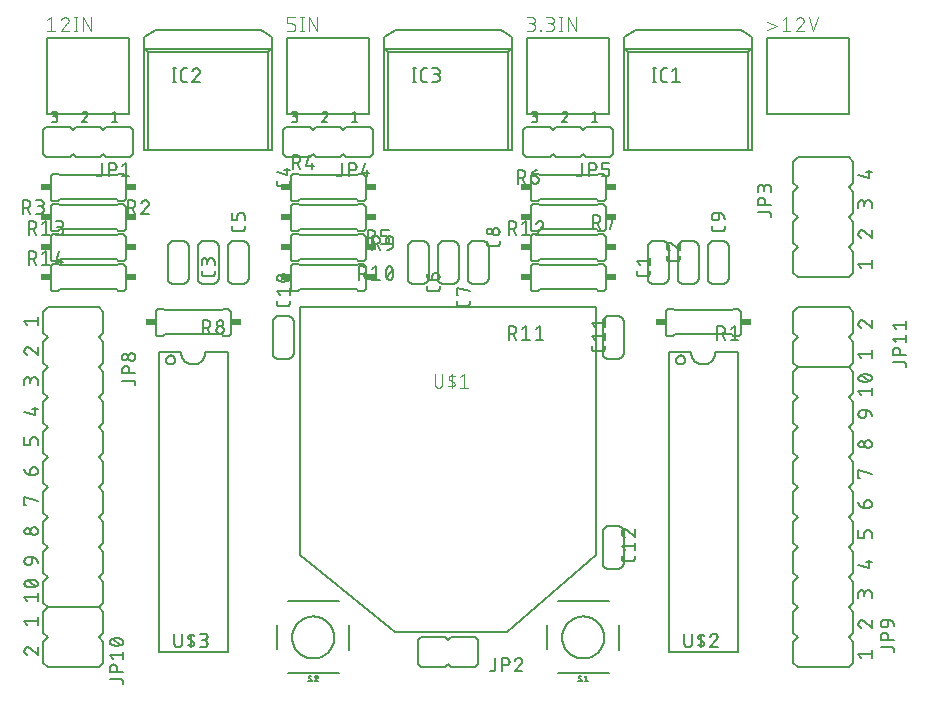
<source format=gbr>
G04 EAGLE Gerber RS-274X export*
G75*
%MOMM*%
%FSLAX34Y34*%
%LPD*%
%INSilkscreen Top*%
%IPPOS*%
%AMOC8*
5,1,8,0,0,1.08239X$1,22.5*%
G01*
%ADD10C,0.152400*%
%ADD11R,0.863600X0.609600*%
%ADD12C,0.127000*%
%ADD13C,0.203200*%
%ADD14C,0.101600*%
%ADD15C,0.177800*%


D10*
X422910Y496570D02*
X423010Y496572D01*
X423109Y496578D01*
X423209Y496588D01*
X423307Y496601D01*
X423406Y496619D01*
X423503Y496640D01*
X423599Y496665D01*
X423695Y496694D01*
X423789Y496727D01*
X423882Y496763D01*
X423973Y496803D01*
X424063Y496847D01*
X424151Y496894D01*
X424237Y496944D01*
X424321Y496998D01*
X424403Y497055D01*
X424482Y497115D01*
X424560Y497179D01*
X424634Y497245D01*
X424706Y497314D01*
X424775Y497386D01*
X424841Y497460D01*
X424905Y497538D01*
X424965Y497617D01*
X425022Y497699D01*
X425076Y497783D01*
X425126Y497869D01*
X425173Y497957D01*
X425217Y498047D01*
X425257Y498138D01*
X425293Y498231D01*
X425326Y498325D01*
X425355Y498421D01*
X425380Y498517D01*
X425401Y498614D01*
X425419Y498713D01*
X425432Y498811D01*
X425442Y498911D01*
X425448Y499010D01*
X425450Y499110D01*
X425450Y516890D02*
X425448Y516990D01*
X425442Y517089D01*
X425432Y517189D01*
X425419Y517287D01*
X425401Y517386D01*
X425380Y517483D01*
X425355Y517579D01*
X425326Y517675D01*
X425293Y517769D01*
X425257Y517862D01*
X425217Y517953D01*
X425173Y518043D01*
X425126Y518131D01*
X425076Y518217D01*
X425022Y518301D01*
X424965Y518383D01*
X424905Y518462D01*
X424841Y518540D01*
X424775Y518614D01*
X424706Y518686D01*
X424634Y518755D01*
X424560Y518821D01*
X424482Y518885D01*
X424403Y518945D01*
X424321Y519002D01*
X424237Y519056D01*
X424151Y519106D01*
X424063Y519153D01*
X423973Y519197D01*
X423882Y519237D01*
X423789Y519273D01*
X423695Y519306D01*
X423599Y519335D01*
X423503Y519360D01*
X423406Y519381D01*
X423307Y519399D01*
X423209Y519412D01*
X423109Y519422D01*
X423010Y519428D01*
X422910Y519430D01*
X364490Y519430D02*
X364390Y519428D01*
X364291Y519422D01*
X364191Y519412D01*
X364093Y519399D01*
X363994Y519381D01*
X363897Y519360D01*
X363801Y519335D01*
X363705Y519306D01*
X363611Y519273D01*
X363518Y519237D01*
X363427Y519197D01*
X363337Y519153D01*
X363249Y519106D01*
X363163Y519056D01*
X363079Y519002D01*
X362997Y518945D01*
X362918Y518885D01*
X362840Y518821D01*
X362766Y518755D01*
X362694Y518686D01*
X362625Y518614D01*
X362559Y518540D01*
X362495Y518462D01*
X362435Y518383D01*
X362378Y518301D01*
X362324Y518217D01*
X362274Y518131D01*
X362227Y518043D01*
X362183Y517953D01*
X362143Y517862D01*
X362107Y517769D01*
X362074Y517675D01*
X362045Y517579D01*
X362020Y517483D01*
X361999Y517386D01*
X361981Y517287D01*
X361968Y517189D01*
X361958Y517089D01*
X361952Y516990D01*
X361950Y516890D01*
X361950Y499110D02*
X361952Y499010D01*
X361958Y498911D01*
X361968Y498811D01*
X361981Y498713D01*
X361999Y498614D01*
X362020Y498517D01*
X362045Y498421D01*
X362074Y498325D01*
X362107Y498231D01*
X362143Y498138D01*
X362183Y498047D01*
X362227Y497957D01*
X362274Y497869D01*
X362324Y497783D01*
X362378Y497699D01*
X362435Y497617D01*
X362495Y497538D01*
X362559Y497460D01*
X362625Y497386D01*
X362694Y497314D01*
X362766Y497245D01*
X362840Y497179D01*
X362918Y497115D01*
X362997Y497055D01*
X363079Y496998D01*
X363163Y496944D01*
X363249Y496894D01*
X363337Y496847D01*
X363427Y496803D01*
X363518Y496763D01*
X363611Y496727D01*
X363705Y496694D01*
X363801Y496665D01*
X363897Y496640D01*
X363994Y496619D01*
X364093Y496601D01*
X364191Y496588D01*
X364291Y496578D01*
X364390Y496572D01*
X364490Y496570D01*
X425450Y499110D02*
X425450Y516890D01*
X422910Y496570D02*
X419100Y496570D01*
X417830Y497840D01*
X419100Y519430D02*
X422910Y519430D01*
X419100Y519430D02*
X417830Y518160D01*
X369570Y497840D02*
X368300Y496570D01*
X369570Y497840D02*
X417830Y497840D01*
X369570Y518160D02*
X368300Y519430D01*
X369570Y518160D02*
X417830Y518160D01*
X368300Y496570D02*
X364490Y496570D01*
X364490Y519430D02*
X368300Y519430D01*
X361950Y516890D02*
X361950Y499110D01*
D11*
X357632Y508000D03*
X429768Y508000D03*
D12*
X405848Y504825D02*
X405848Y493395D01*
X405848Y504825D02*
X409023Y504825D01*
X409134Y504823D01*
X409244Y504817D01*
X409355Y504808D01*
X409465Y504794D01*
X409574Y504777D01*
X409683Y504756D01*
X409791Y504731D01*
X409898Y504702D01*
X410004Y504670D01*
X410109Y504634D01*
X410212Y504594D01*
X410314Y504551D01*
X410415Y504504D01*
X410514Y504453D01*
X410611Y504400D01*
X410705Y504343D01*
X410798Y504282D01*
X410889Y504219D01*
X410978Y504152D01*
X411064Y504082D01*
X411147Y504009D01*
X411229Y503934D01*
X411307Y503856D01*
X411382Y503774D01*
X411455Y503691D01*
X411525Y503605D01*
X411592Y503516D01*
X411655Y503425D01*
X411716Y503332D01*
X411773Y503237D01*
X411826Y503141D01*
X411877Y503042D01*
X411924Y502941D01*
X411967Y502839D01*
X412007Y502736D01*
X412043Y502631D01*
X412075Y502525D01*
X412104Y502418D01*
X412129Y502310D01*
X412150Y502201D01*
X412167Y502092D01*
X412181Y501982D01*
X412190Y501871D01*
X412196Y501761D01*
X412198Y501650D01*
X412196Y501539D01*
X412190Y501429D01*
X412181Y501318D01*
X412167Y501208D01*
X412150Y501099D01*
X412129Y500990D01*
X412104Y500882D01*
X412075Y500775D01*
X412043Y500669D01*
X412007Y500564D01*
X411967Y500461D01*
X411924Y500359D01*
X411877Y500258D01*
X411826Y500159D01*
X411773Y500062D01*
X411716Y499968D01*
X411655Y499875D01*
X411592Y499784D01*
X411525Y499695D01*
X411455Y499609D01*
X411382Y499526D01*
X411307Y499444D01*
X411229Y499366D01*
X411147Y499291D01*
X411064Y499218D01*
X410978Y499148D01*
X410889Y499081D01*
X410798Y499018D01*
X410705Y498957D01*
X410611Y498900D01*
X410514Y498847D01*
X410415Y498796D01*
X410314Y498749D01*
X410212Y498706D01*
X410109Y498666D01*
X410004Y498630D01*
X409898Y498598D01*
X409791Y498569D01*
X409683Y498544D01*
X409574Y498523D01*
X409465Y498506D01*
X409355Y498492D01*
X409244Y498483D01*
X409134Y498477D01*
X409023Y498475D01*
X405848Y498475D01*
X409658Y498475D02*
X412198Y493395D01*
X417195Y502285D02*
X420370Y504825D01*
X420370Y493395D01*
X417195Y493395D02*
X423545Y493395D01*
D13*
X313690Y210820D02*
X270510Y210820D01*
X270510Y271780D02*
X313690Y271780D01*
X261620Y251460D02*
X261620Y231320D01*
X322580Y231020D02*
X322580Y251460D01*
X274320Y241300D02*
X274325Y241736D01*
X274341Y242172D01*
X274368Y242608D01*
X274406Y243043D01*
X274454Y243476D01*
X274512Y243909D01*
X274582Y244340D01*
X274662Y244769D01*
X274752Y245196D01*
X274853Y245620D01*
X274964Y246042D01*
X275086Y246461D01*
X275217Y246877D01*
X275359Y247290D01*
X275511Y247699D01*
X275673Y248104D01*
X275845Y248505D01*
X276027Y248902D01*
X276218Y249294D01*
X276419Y249681D01*
X276630Y250064D01*
X276850Y250441D01*
X277079Y250812D01*
X277316Y251178D01*
X277563Y251538D01*
X277819Y251892D01*
X278083Y252239D01*
X278356Y252580D01*
X278637Y252913D01*
X278926Y253240D01*
X279223Y253560D01*
X279528Y253872D01*
X279840Y254177D01*
X280160Y254474D01*
X280487Y254763D01*
X280820Y255044D01*
X281161Y255317D01*
X281508Y255581D01*
X281862Y255837D01*
X282222Y256084D01*
X282588Y256321D01*
X282959Y256550D01*
X283336Y256770D01*
X283719Y256981D01*
X284106Y257182D01*
X284498Y257373D01*
X284895Y257555D01*
X285296Y257727D01*
X285701Y257889D01*
X286110Y258041D01*
X286523Y258183D01*
X286939Y258314D01*
X287358Y258436D01*
X287780Y258547D01*
X288204Y258648D01*
X288631Y258738D01*
X289060Y258818D01*
X289491Y258888D01*
X289924Y258946D01*
X290357Y258994D01*
X290792Y259032D01*
X291228Y259059D01*
X291664Y259075D01*
X292100Y259080D01*
X292536Y259075D01*
X292972Y259059D01*
X293408Y259032D01*
X293843Y258994D01*
X294276Y258946D01*
X294709Y258888D01*
X295140Y258818D01*
X295569Y258738D01*
X295996Y258648D01*
X296420Y258547D01*
X296842Y258436D01*
X297261Y258314D01*
X297677Y258183D01*
X298090Y258041D01*
X298499Y257889D01*
X298904Y257727D01*
X299305Y257555D01*
X299702Y257373D01*
X300094Y257182D01*
X300481Y256981D01*
X300864Y256770D01*
X301241Y256550D01*
X301612Y256321D01*
X301978Y256084D01*
X302338Y255837D01*
X302692Y255581D01*
X303039Y255317D01*
X303380Y255044D01*
X303713Y254763D01*
X304040Y254474D01*
X304360Y254177D01*
X304672Y253872D01*
X304977Y253560D01*
X305274Y253240D01*
X305563Y252913D01*
X305844Y252580D01*
X306117Y252239D01*
X306381Y251892D01*
X306637Y251538D01*
X306884Y251178D01*
X307121Y250812D01*
X307350Y250441D01*
X307570Y250064D01*
X307781Y249681D01*
X307982Y249294D01*
X308173Y248902D01*
X308355Y248505D01*
X308527Y248104D01*
X308689Y247699D01*
X308841Y247290D01*
X308983Y246877D01*
X309114Y246461D01*
X309236Y246042D01*
X309347Y245620D01*
X309448Y245196D01*
X309538Y244769D01*
X309618Y244340D01*
X309688Y243909D01*
X309746Y243476D01*
X309794Y243043D01*
X309832Y242608D01*
X309859Y242172D01*
X309875Y241736D01*
X309880Y241300D01*
X309875Y240864D01*
X309859Y240428D01*
X309832Y239992D01*
X309794Y239557D01*
X309746Y239124D01*
X309688Y238691D01*
X309618Y238260D01*
X309538Y237831D01*
X309448Y237404D01*
X309347Y236980D01*
X309236Y236558D01*
X309114Y236139D01*
X308983Y235723D01*
X308841Y235310D01*
X308689Y234901D01*
X308527Y234496D01*
X308355Y234095D01*
X308173Y233698D01*
X307982Y233306D01*
X307781Y232919D01*
X307570Y232536D01*
X307350Y232159D01*
X307121Y231788D01*
X306884Y231422D01*
X306637Y231062D01*
X306381Y230708D01*
X306117Y230361D01*
X305844Y230020D01*
X305563Y229687D01*
X305274Y229360D01*
X304977Y229040D01*
X304672Y228728D01*
X304360Y228423D01*
X304040Y228126D01*
X303713Y227837D01*
X303380Y227556D01*
X303039Y227283D01*
X302692Y227019D01*
X302338Y226763D01*
X301978Y226516D01*
X301612Y226279D01*
X301241Y226050D01*
X300864Y225830D01*
X300481Y225619D01*
X300094Y225418D01*
X299702Y225227D01*
X299305Y225045D01*
X298904Y224873D01*
X298499Y224711D01*
X298090Y224559D01*
X297677Y224417D01*
X297261Y224286D01*
X296842Y224164D01*
X296420Y224053D01*
X295996Y223952D01*
X295569Y223862D01*
X295140Y223782D01*
X294709Y223712D01*
X294276Y223654D01*
X293843Y223606D01*
X293408Y223568D01*
X292972Y223541D01*
X292536Y223525D01*
X292100Y223520D01*
X291664Y223525D01*
X291228Y223541D01*
X290792Y223568D01*
X290357Y223606D01*
X289924Y223654D01*
X289491Y223712D01*
X289060Y223782D01*
X288631Y223862D01*
X288204Y223952D01*
X287780Y224053D01*
X287358Y224164D01*
X286939Y224286D01*
X286523Y224417D01*
X286110Y224559D01*
X285701Y224711D01*
X285296Y224873D01*
X284895Y225045D01*
X284498Y225227D01*
X284106Y225418D01*
X283719Y225619D01*
X283336Y225830D01*
X282959Y226050D01*
X282588Y226279D01*
X282222Y226516D01*
X281862Y226763D01*
X281508Y227019D01*
X281161Y227283D01*
X280820Y227556D01*
X280487Y227837D01*
X280160Y228126D01*
X279840Y228423D01*
X279528Y228728D01*
X279223Y229040D01*
X278926Y229360D01*
X278637Y229687D01*
X278356Y230020D01*
X278083Y230361D01*
X277819Y230708D01*
X277563Y231062D01*
X277316Y231422D01*
X277079Y231788D01*
X276850Y232159D01*
X276630Y232536D01*
X276419Y232919D01*
X276218Y233306D01*
X276027Y233698D01*
X275845Y234095D01*
X275673Y234496D01*
X275511Y234901D01*
X275359Y235310D01*
X275217Y235723D01*
X275086Y236139D01*
X274964Y236558D01*
X274853Y236980D01*
X274752Y237404D01*
X274662Y237831D01*
X274582Y238260D01*
X274512Y238691D01*
X274454Y239124D01*
X274406Y239557D01*
X274368Y239992D01*
X274341Y240428D01*
X274325Y240864D01*
X274320Y241300D01*
D12*
X290788Y205161D02*
X290786Y205096D01*
X290780Y205032D01*
X290770Y204968D01*
X290757Y204904D01*
X290739Y204842D01*
X290718Y204781D01*
X290694Y204721D01*
X290665Y204663D01*
X290633Y204606D01*
X290598Y204552D01*
X290560Y204500D01*
X290518Y204450D01*
X290474Y204403D01*
X290427Y204359D01*
X290377Y204317D01*
X290325Y204279D01*
X290271Y204244D01*
X290214Y204212D01*
X290156Y204183D01*
X290096Y204159D01*
X290035Y204138D01*
X289973Y204120D01*
X289909Y204107D01*
X289845Y204097D01*
X289781Y204091D01*
X289716Y204089D01*
X289622Y204091D01*
X289528Y204097D01*
X289434Y204107D01*
X289341Y204120D01*
X289249Y204138D01*
X289157Y204159D01*
X289066Y204184D01*
X288976Y204213D01*
X288888Y204246D01*
X288801Y204282D01*
X288716Y204322D01*
X288632Y204365D01*
X288551Y204412D01*
X288471Y204462D01*
X288393Y204515D01*
X288318Y204572D01*
X288245Y204631D01*
X288175Y204694D01*
X288107Y204759D01*
X288242Y207843D02*
X288244Y207908D01*
X288250Y207972D01*
X288260Y208036D01*
X288273Y208100D01*
X288291Y208162D01*
X288312Y208223D01*
X288336Y208283D01*
X288365Y208341D01*
X288397Y208398D01*
X288432Y208452D01*
X288470Y208504D01*
X288512Y208554D01*
X288556Y208601D01*
X288603Y208645D01*
X288653Y208687D01*
X288705Y208725D01*
X288759Y208760D01*
X288816Y208792D01*
X288874Y208821D01*
X288934Y208845D01*
X288995Y208866D01*
X289057Y208884D01*
X289121Y208897D01*
X289185Y208907D01*
X289249Y208913D01*
X289314Y208915D01*
X289400Y208913D01*
X289486Y208908D01*
X289572Y208898D01*
X289657Y208885D01*
X289742Y208869D01*
X289826Y208849D01*
X289909Y208825D01*
X289991Y208798D01*
X290071Y208767D01*
X290151Y208733D01*
X290228Y208695D01*
X290304Y208654D01*
X290378Y208610D01*
X290450Y208563D01*
X290521Y208513D01*
X288778Y206905D02*
X288725Y206938D01*
X288674Y206975D01*
X288625Y207014D01*
X288578Y207056D01*
X288534Y207101D01*
X288493Y207148D01*
X288454Y207197D01*
X288418Y207249D01*
X288385Y207303D01*
X288356Y207358D01*
X288330Y207415D01*
X288307Y207474D01*
X288287Y207533D01*
X288271Y207594D01*
X288258Y207655D01*
X288249Y207718D01*
X288244Y207780D01*
X288242Y207843D01*
X290253Y206099D02*
X290306Y206066D01*
X290357Y206029D01*
X290406Y205990D01*
X290453Y205948D01*
X290497Y205903D01*
X290538Y205856D01*
X290577Y205807D01*
X290613Y205755D01*
X290646Y205701D01*
X290675Y205646D01*
X290701Y205589D01*
X290724Y205530D01*
X290744Y205471D01*
X290760Y205410D01*
X290773Y205349D01*
X290782Y205286D01*
X290787Y205224D01*
X290789Y205161D01*
X290253Y206100D02*
X288778Y206904D01*
X293411Y207843D02*
X294752Y208915D01*
X294752Y204089D01*
X296092Y204089D02*
X293411Y204089D01*
X302800Y521000D02*
X52800Y521000D01*
X52800Y311000D01*
X132800Y246000D01*
X227800Y246000D01*
X302800Y311000D01*
X302800Y521000D01*
D14*
X166384Y464292D02*
X166384Y455854D01*
X166383Y455854D02*
X166385Y455741D01*
X166391Y455628D01*
X166401Y455515D01*
X166415Y455402D01*
X166432Y455290D01*
X166454Y455179D01*
X166479Y455069D01*
X166509Y454959D01*
X166542Y454851D01*
X166579Y454744D01*
X166619Y454638D01*
X166664Y454534D01*
X166712Y454431D01*
X166763Y454330D01*
X166818Y454231D01*
X166876Y454134D01*
X166938Y454039D01*
X167003Y453946D01*
X167071Y453856D01*
X167142Y453768D01*
X167217Y453682D01*
X167294Y453599D01*
X167374Y453519D01*
X167457Y453442D01*
X167543Y453367D01*
X167631Y453296D01*
X167721Y453228D01*
X167814Y453163D01*
X167909Y453101D01*
X168006Y453043D01*
X168105Y452988D01*
X168206Y452937D01*
X168309Y452889D01*
X168413Y452844D01*
X168519Y452804D01*
X168626Y452767D01*
X168734Y452734D01*
X168844Y452704D01*
X168954Y452679D01*
X169065Y452657D01*
X169177Y452640D01*
X169290Y452626D01*
X169403Y452616D01*
X169516Y452610D01*
X169629Y452608D01*
X169742Y452610D01*
X169855Y452616D01*
X169968Y452626D01*
X170081Y452640D01*
X170193Y452657D01*
X170304Y452679D01*
X170414Y452704D01*
X170524Y452734D01*
X170632Y452767D01*
X170739Y452804D01*
X170845Y452844D01*
X170949Y452889D01*
X171052Y452937D01*
X171153Y452988D01*
X171252Y453043D01*
X171349Y453101D01*
X171444Y453163D01*
X171537Y453228D01*
X171627Y453296D01*
X171715Y453367D01*
X171801Y453442D01*
X171884Y453519D01*
X171964Y453599D01*
X172041Y453682D01*
X172116Y453768D01*
X172187Y453856D01*
X172255Y453946D01*
X172320Y454039D01*
X172382Y454134D01*
X172440Y454231D01*
X172495Y454330D01*
X172546Y454431D01*
X172594Y454534D01*
X172639Y454638D01*
X172679Y454744D01*
X172716Y454851D01*
X172749Y454959D01*
X172779Y455069D01*
X172804Y455179D01*
X172826Y455290D01*
X172843Y455402D01*
X172857Y455515D01*
X172867Y455628D01*
X172873Y455741D01*
X172875Y455854D01*
X172875Y464292D01*
X180678Y464292D02*
X180678Y452608D01*
X180678Y458450D02*
X179056Y459424D01*
X179055Y459423D02*
X178982Y459470D01*
X178911Y459519D01*
X178841Y459572D01*
X178775Y459628D01*
X178711Y459687D01*
X178649Y459748D01*
X178591Y459812D01*
X178535Y459879D01*
X178483Y459948D01*
X178433Y460020D01*
X178387Y460094D01*
X178344Y460169D01*
X178305Y460247D01*
X178269Y460326D01*
X178237Y460407D01*
X178208Y460489D01*
X178183Y460572D01*
X178162Y460656D01*
X178145Y460741D01*
X178131Y460827D01*
X178122Y460913D01*
X178116Y461000D01*
X178114Y461087D01*
X178116Y461174D01*
X178122Y461261D01*
X178132Y461347D01*
X178145Y461433D01*
X178163Y461518D01*
X178184Y461602D01*
X178209Y461685D01*
X178238Y461768D01*
X178270Y461848D01*
X178306Y461927D01*
X178345Y462005D01*
X178388Y462080D01*
X178435Y462154D01*
X178484Y462225D01*
X178537Y462295D01*
X178592Y462361D01*
X178651Y462425D01*
X178712Y462487D01*
X178777Y462546D01*
X178843Y462601D01*
X178912Y462654D01*
X178984Y462704D01*
X179057Y462750D01*
X179133Y462793D01*
X179210Y462832D01*
X179289Y462868D01*
X179370Y462901D01*
X179452Y462929D01*
X179535Y462955D01*
X179619Y462976D01*
X179705Y462993D01*
X179705Y462994D02*
X179845Y463018D01*
X179987Y463038D01*
X180128Y463054D01*
X180270Y463065D01*
X180413Y463073D01*
X180555Y463077D01*
X180698Y463078D01*
X180841Y463074D01*
X180983Y463066D01*
X181125Y463054D01*
X181267Y463038D01*
X181408Y463019D01*
X181549Y462995D01*
X181689Y462968D01*
X181828Y462936D01*
X181966Y462901D01*
X182104Y462862D01*
X182240Y462819D01*
X182374Y462773D01*
X182508Y462722D01*
X182640Y462669D01*
X182770Y462611D01*
X182899Y462550D01*
X183026Y462485D01*
X183152Y462417D01*
X183275Y462345D01*
X180678Y458450D02*
X182301Y457476D01*
X182302Y457477D02*
X182375Y457430D01*
X182446Y457381D01*
X182516Y457328D01*
X182582Y457272D01*
X182646Y457213D01*
X182708Y457152D01*
X182766Y457088D01*
X182822Y457021D01*
X182874Y456952D01*
X182924Y456880D01*
X182970Y456806D01*
X183013Y456731D01*
X183052Y456653D01*
X183088Y456574D01*
X183120Y456493D01*
X183149Y456411D01*
X183174Y456328D01*
X183195Y456244D01*
X183212Y456159D01*
X183226Y456073D01*
X183235Y455987D01*
X183241Y455900D01*
X183243Y455813D01*
X183241Y455726D01*
X183235Y455639D01*
X183225Y455553D01*
X183212Y455467D01*
X183194Y455382D01*
X183173Y455298D01*
X183148Y455215D01*
X183119Y455132D01*
X183087Y455052D01*
X183051Y454973D01*
X183012Y454895D01*
X182969Y454820D01*
X182922Y454746D01*
X182873Y454675D01*
X182820Y454605D01*
X182765Y454539D01*
X182706Y454475D01*
X182645Y454413D01*
X182580Y454354D01*
X182514Y454299D01*
X182445Y454246D01*
X182373Y454196D01*
X182300Y454150D01*
X182224Y454107D01*
X182147Y454068D01*
X182068Y454032D01*
X181987Y453999D01*
X181905Y453971D01*
X181822Y453945D01*
X181738Y453924D01*
X181653Y453907D01*
X181652Y453906D02*
X181512Y453882D01*
X181370Y453862D01*
X181229Y453846D01*
X181087Y453835D01*
X180944Y453827D01*
X180802Y453823D01*
X180659Y453822D01*
X180516Y453826D01*
X180374Y453834D01*
X180232Y453846D01*
X180090Y453862D01*
X179949Y453881D01*
X179808Y453905D01*
X179668Y453932D01*
X179529Y453964D01*
X179391Y453999D01*
X179253Y454038D01*
X179117Y454081D01*
X178983Y454127D01*
X178849Y454178D01*
X178717Y454231D01*
X178587Y454289D01*
X178458Y454350D01*
X178331Y454415D01*
X178205Y454483D01*
X178082Y454555D01*
X188101Y461696D02*
X191346Y464292D01*
X191346Y452608D01*
X188101Y452608D02*
X194592Y452608D01*
D10*
X422910Y482650D02*
X422910Y228650D01*
X364490Y228650D02*
X364490Y482650D01*
X364490Y228650D02*
X422910Y228650D01*
X422910Y482650D02*
X403860Y482650D01*
X383540Y482650D02*
X364490Y482650D01*
X383540Y482650D02*
X383543Y482403D01*
X383552Y482155D01*
X383567Y481908D01*
X383588Y481662D01*
X383615Y481416D01*
X383648Y481171D01*
X383687Y480926D01*
X383732Y480683D01*
X383783Y480441D01*
X383840Y480200D01*
X383902Y479961D01*
X383971Y479723D01*
X384045Y479487D01*
X384125Y479253D01*
X384210Y479021D01*
X384302Y478791D01*
X384398Y478563D01*
X384501Y478338D01*
X384608Y478115D01*
X384722Y477895D01*
X384840Y477678D01*
X384964Y477463D01*
X385093Y477252D01*
X385227Y477044D01*
X385366Y476839D01*
X385510Y476638D01*
X385658Y476440D01*
X385812Y476246D01*
X385970Y476056D01*
X386133Y475870D01*
X386300Y475688D01*
X386472Y475510D01*
X386648Y475336D01*
X386828Y475166D01*
X387013Y475001D01*
X387201Y474841D01*
X387393Y474685D01*
X387589Y474533D01*
X387788Y474387D01*
X387991Y474245D01*
X388198Y474109D01*
X388407Y473977D01*
X388620Y473851D01*
X388836Y473730D01*
X389054Y473614D01*
X389276Y473504D01*
X389500Y473399D01*
X389726Y473299D01*
X389955Y473205D01*
X390186Y473117D01*
X390420Y473034D01*
X390655Y472957D01*
X390892Y472886D01*
X391130Y472820D01*
X391370Y472761D01*
X391612Y472707D01*
X391855Y472659D01*
X392098Y472617D01*
X392343Y472581D01*
X392589Y472551D01*
X392835Y472527D01*
X393082Y472509D01*
X393329Y472497D01*
X393576Y472491D01*
X393824Y472491D01*
X394071Y472497D01*
X394318Y472509D01*
X394565Y472527D01*
X394811Y472551D01*
X395057Y472581D01*
X395302Y472617D01*
X395545Y472659D01*
X395788Y472707D01*
X396030Y472761D01*
X396270Y472820D01*
X396508Y472886D01*
X396745Y472957D01*
X396980Y473034D01*
X397214Y473117D01*
X397445Y473205D01*
X397674Y473299D01*
X397900Y473399D01*
X398124Y473504D01*
X398346Y473614D01*
X398564Y473730D01*
X398780Y473851D01*
X398993Y473977D01*
X399202Y474109D01*
X399409Y474245D01*
X399612Y474387D01*
X399811Y474533D01*
X400007Y474685D01*
X400199Y474841D01*
X400387Y475001D01*
X400572Y475166D01*
X400752Y475336D01*
X400928Y475510D01*
X401100Y475688D01*
X401267Y475870D01*
X401430Y476056D01*
X401588Y476246D01*
X401742Y476440D01*
X401890Y476638D01*
X402034Y476839D01*
X402173Y477044D01*
X402307Y477252D01*
X402436Y477463D01*
X402560Y477678D01*
X402678Y477895D01*
X402792Y478115D01*
X402899Y478338D01*
X403002Y478563D01*
X403098Y478791D01*
X403190Y479021D01*
X403275Y479253D01*
X403355Y479487D01*
X403429Y479723D01*
X403498Y479961D01*
X403560Y480200D01*
X403617Y480441D01*
X403668Y480683D01*
X403713Y480926D01*
X403752Y481171D01*
X403785Y481416D01*
X403812Y481662D01*
X403833Y481908D01*
X403848Y482155D01*
X403857Y482403D01*
X403860Y482650D01*
D12*
X370840Y476250D02*
X370842Y476373D01*
X370848Y476497D01*
X370858Y476620D01*
X370872Y476742D01*
X370890Y476864D01*
X370912Y476986D01*
X370937Y477106D01*
X370967Y477226D01*
X371001Y477345D01*
X371038Y477463D01*
X371079Y477579D01*
X371124Y477694D01*
X371173Y477807D01*
X371225Y477919D01*
X371281Y478029D01*
X371340Y478137D01*
X371403Y478243D01*
X371469Y478347D01*
X371539Y478449D01*
X371612Y478549D01*
X371688Y478646D01*
X371767Y478741D01*
X371849Y478833D01*
X371934Y478922D01*
X372022Y479009D01*
X372113Y479092D01*
X372206Y479173D01*
X372302Y479251D01*
X372401Y479325D01*
X372501Y479396D01*
X372604Y479464D01*
X372709Y479529D01*
X372817Y479590D01*
X372926Y479648D01*
X373037Y479702D01*
X373149Y479752D01*
X373264Y479799D01*
X373379Y479842D01*
X373496Y479881D01*
X373614Y479917D01*
X373734Y479948D01*
X373854Y479976D01*
X373975Y480000D01*
X374097Y480020D01*
X374219Y480036D01*
X374342Y480048D01*
X374465Y480056D01*
X374588Y480060D01*
X374712Y480060D01*
X374835Y480056D01*
X374958Y480048D01*
X375081Y480036D01*
X375203Y480020D01*
X375325Y480000D01*
X375446Y479976D01*
X375566Y479948D01*
X375686Y479917D01*
X375804Y479881D01*
X375921Y479842D01*
X376036Y479799D01*
X376151Y479752D01*
X376263Y479702D01*
X376374Y479648D01*
X376483Y479590D01*
X376591Y479529D01*
X376696Y479464D01*
X376799Y479396D01*
X376899Y479325D01*
X376998Y479251D01*
X377094Y479173D01*
X377187Y479092D01*
X377278Y479009D01*
X377366Y478922D01*
X377451Y478833D01*
X377533Y478741D01*
X377612Y478646D01*
X377688Y478549D01*
X377761Y478449D01*
X377831Y478347D01*
X377897Y478243D01*
X377960Y478137D01*
X378019Y478029D01*
X378075Y477919D01*
X378127Y477807D01*
X378176Y477694D01*
X378221Y477579D01*
X378262Y477463D01*
X378299Y477345D01*
X378333Y477226D01*
X378363Y477106D01*
X378388Y476986D01*
X378410Y476864D01*
X378428Y476742D01*
X378442Y476620D01*
X378452Y476497D01*
X378458Y476373D01*
X378460Y476250D01*
X378458Y476127D01*
X378452Y476003D01*
X378442Y475880D01*
X378428Y475758D01*
X378410Y475636D01*
X378388Y475514D01*
X378363Y475394D01*
X378333Y475274D01*
X378299Y475155D01*
X378262Y475037D01*
X378221Y474921D01*
X378176Y474806D01*
X378127Y474693D01*
X378075Y474581D01*
X378019Y474471D01*
X377960Y474363D01*
X377897Y474257D01*
X377831Y474153D01*
X377761Y474051D01*
X377688Y473951D01*
X377612Y473854D01*
X377533Y473759D01*
X377451Y473667D01*
X377366Y473578D01*
X377278Y473491D01*
X377187Y473408D01*
X377094Y473327D01*
X376998Y473249D01*
X376899Y473175D01*
X376799Y473104D01*
X376696Y473036D01*
X376591Y472971D01*
X376483Y472910D01*
X376374Y472852D01*
X376263Y472798D01*
X376151Y472748D01*
X376036Y472701D01*
X375921Y472658D01*
X375804Y472619D01*
X375686Y472583D01*
X375566Y472552D01*
X375446Y472524D01*
X375325Y472500D01*
X375203Y472480D01*
X375081Y472464D01*
X374958Y472452D01*
X374835Y472444D01*
X374712Y472440D01*
X374588Y472440D01*
X374465Y472444D01*
X374342Y472452D01*
X374219Y472464D01*
X374097Y472480D01*
X373975Y472500D01*
X373854Y472524D01*
X373734Y472552D01*
X373614Y472583D01*
X373496Y472619D01*
X373379Y472658D01*
X373264Y472701D01*
X373149Y472748D01*
X373037Y472798D01*
X372926Y472852D01*
X372817Y472910D01*
X372709Y472971D01*
X372604Y473036D01*
X372501Y473104D01*
X372401Y473175D01*
X372302Y473249D01*
X372206Y473327D01*
X372113Y473408D01*
X372022Y473491D01*
X371934Y473578D01*
X371849Y473667D01*
X371767Y473759D01*
X371688Y473854D01*
X371612Y473951D01*
X371539Y474051D01*
X371469Y474153D01*
X371403Y474257D01*
X371340Y474363D01*
X371281Y474471D01*
X371225Y474581D01*
X371173Y474693D01*
X371124Y474806D01*
X371079Y474921D01*
X371038Y475037D01*
X371001Y475155D01*
X370967Y475274D01*
X370937Y475394D01*
X370912Y475514D01*
X370890Y475636D01*
X370872Y475758D01*
X370858Y475880D01*
X370848Y476003D01*
X370842Y476127D01*
X370840Y476250D01*
X377825Y244525D02*
X377825Y236270D01*
X377827Y236159D01*
X377833Y236049D01*
X377842Y235938D01*
X377856Y235828D01*
X377873Y235719D01*
X377894Y235610D01*
X377919Y235502D01*
X377948Y235395D01*
X377980Y235289D01*
X378016Y235184D01*
X378056Y235081D01*
X378099Y234979D01*
X378146Y234878D01*
X378197Y234779D01*
X378250Y234683D01*
X378307Y234588D01*
X378368Y234495D01*
X378431Y234404D01*
X378498Y234315D01*
X378568Y234229D01*
X378641Y234146D01*
X378716Y234064D01*
X378794Y233986D01*
X378876Y233911D01*
X378959Y233838D01*
X379045Y233768D01*
X379134Y233701D01*
X379225Y233638D01*
X379318Y233577D01*
X379413Y233520D01*
X379509Y233467D01*
X379608Y233416D01*
X379709Y233369D01*
X379811Y233326D01*
X379914Y233286D01*
X380019Y233250D01*
X380125Y233218D01*
X380232Y233189D01*
X380340Y233164D01*
X380449Y233143D01*
X380558Y233126D01*
X380668Y233112D01*
X380779Y233103D01*
X380889Y233097D01*
X381000Y233095D01*
X381111Y233097D01*
X381221Y233103D01*
X381332Y233112D01*
X381442Y233126D01*
X381551Y233143D01*
X381660Y233164D01*
X381768Y233189D01*
X381875Y233218D01*
X381981Y233250D01*
X382086Y233286D01*
X382189Y233326D01*
X382291Y233369D01*
X382392Y233416D01*
X382491Y233467D01*
X382587Y233520D01*
X382682Y233577D01*
X382775Y233638D01*
X382866Y233701D01*
X382955Y233768D01*
X383041Y233838D01*
X383124Y233911D01*
X383206Y233986D01*
X383284Y234064D01*
X383359Y234146D01*
X383432Y234229D01*
X383502Y234315D01*
X383569Y234404D01*
X383632Y234495D01*
X383693Y234588D01*
X383750Y234682D01*
X383803Y234779D01*
X383854Y234878D01*
X383901Y234979D01*
X383944Y235081D01*
X383984Y235184D01*
X384020Y235289D01*
X384052Y235395D01*
X384081Y235502D01*
X384106Y235610D01*
X384127Y235719D01*
X384144Y235828D01*
X384158Y235938D01*
X384167Y236049D01*
X384173Y236159D01*
X384175Y236270D01*
X384175Y244525D01*
X392049Y244525D02*
X392049Y233095D01*
X392049Y238810D02*
X390462Y239763D01*
X390461Y239762D02*
X390388Y239809D01*
X390317Y239858D01*
X390248Y239911D01*
X390182Y239967D01*
X390118Y240026D01*
X390057Y240087D01*
X389999Y240151D01*
X389944Y240218D01*
X389892Y240288D01*
X389844Y240359D01*
X389798Y240433D01*
X389756Y240509D01*
X389718Y240587D01*
X389683Y240666D01*
X389652Y240747D01*
X389625Y240829D01*
X389601Y240912D01*
X389581Y240997D01*
X389565Y241082D01*
X389553Y241168D01*
X389545Y241254D01*
X389541Y241340D01*
X389540Y241427D01*
X389544Y241514D01*
X389552Y241600D01*
X389563Y241686D01*
X389579Y241771D01*
X389598Y241855D01*
X389621Y241939D01*
X389648Y242021D01*
X389679Y242102D01*
X389714Y242182D01*
X389751Y242259D01*
X389793Y242335D01*
X389838Y242410D01*
X389886Y242481D01*
X389938Y242551D01*
X389992Y242618D01*
X390050Y242683D01*
X390110Y242745D01*
X390174Y242804D01*
X390240Y242860D01*
X390308Y242914D01*
X390379Y242963D01*
X390452Y243010D01*
X390527Y243053D01*
X390604Y243093D01*
X390682Y243129D01*
X390763Y243162D01*
X390844Y243191D01*
X390927Y243216D01*
X391011Y243238D01*
X391096Y243255D01*
X391097Y243255D02*
X391234Y243278D01*
X391373Y243298D01*
X391511Y243313D01*
X391650Y243325D01*
X391790Y243333D01*
X391929Y243336D01*
X392069Y243337D01*
X392208Y243333D01*
X392347Y243325D01*
X392486Y243314D01*
X392625Y243298D01*
X392763Y243279D01*
X392901Y243256D01*
X393038Y243229D01*
X393174Y243198D01*
X393309Y243164D01*
X393443Y243126D01*
X393577Y243084D01*
X393708Y243038D01*
X393839Y242989D01*
X393968Y242936D01*
X394096Y242880D01*
X394222Y242820D01*
X394346Y242757D01*
X394469Y242690D01*
X394589Y242620D01*
X392049Y238810D02*
X393637Y237858D01*
X393710Y237811D01*
X393781Y237762D01*
X393850Y237709D01*
X393916Y237653D01*
X393980Y237594D01*
X394041Y237533D01*
X394099Y237469D01*
X394154Y237402D01*
X394206Y237332D01*
X394254Y237261D01*
X394300Y237187D01*
X394342Y237111D01*
X394380Y237033D01*
X394415Y236954D01*
X394446Y236873D01*
X394473Y236791D01*
X394497Y236708D01*
X394517Y236623D01*
X394533Y236538D01*
X394545Y236452D01*
X394553Y236366D01*
X394557Y236280D01*
X394558Y236193D01*
X394554Y236106D01*
X394546Y236020D01*
X394535Y235934D01*
X394519Y235849D01*
X394500Y235765D01*
X394477Y235681D01*
X394450Y235599D01*
X394419Y235518D01*
X394384Y235438D01*
X394347Y235361D01*
X394305Y235285D01*
X394260Y235210D01*
X394212Y235139D01*
X394160Y235069D01*
X394106Y235002D01*
X394048Y234937D01*
X393988Y234875D01*
X393924Y234816D01*
X393858Y234760D01*
X393790Y234706D01*
X393719Y234657D01*
X393646Y234610D01*
X393571Y234567D01*
X393494Y234527D01*
X393416Y234491D01*
X393335Y234458D01*
X393254Y234429D01*
X393171Y234404D01*
X393087Y234382D01*
X393002Y234365D01*
X393001Y234365D02*
X392864Y234342D01*
X392725Y234322D01*
X392587Y234307D01*
X392448Y234295D01*
X392308Y234287D01*
X392169Y234284D01*
X392029Y234283D01*
X391890Y234287D01*
X391751Y234295D01*
X391612Y234306D01*
X391473Y234322D01*
X391335Y234341D01*
X391197Y234364D01*
X391060Y234391D01*
X390924Y234422D01*
X390789Y234456D01*
X390655Y234494D01*
X390521Y234536D01*
X390390Y234582D01*
X390259Y234631D01*
X390130Y234684D01*
X390002Y234740D01*
X389876Y234800D01*
X389752Y234863D01*
X389629Y234930D01*
X389509Y235000D01*
X403035Y244526D02*
X403139Y244524D01*
X403244Y244518D01*
X403348Y244509D01*
X403451Y244496D01*
X403554Y244478D01*
X403656Y244458D01*
X403758Y244433D01*
X403858Y244405D01*
X403958Y244373D01*
X404056Y244337D01*
X404153Y244298D01*
X404248Y244256D01*
X404342Y244210D01*
X404434Y244160D01*
X404524Y244108D01*
X404612Y244052D01*
X404698Y243992D01*
X404782Y243930D01*
X404863Y243865D01*
X404942Y243797D01*
X405019Y243725D01*
X405092Y243652D01*
X405164Y243575D01*
X405232Y243496D01*
X405297Y243415D01*
X405359Y243331D01*
X405419Y243245D01*
X405475Y243157D01*
X405527Y243067D01*
X405577Y242975D01*
X405623Y242881D01*
X405665Y242786D01*
X405704Y242689D01*
X405740Y242591D01*
X405772Y242491D01*
X405800Y242391D01*
X405825Y242289D01*
X405845Y242187D01*
X405863Y242084D01*
X405876Y241981D01*
X405885Y241877D01*
X405891Y241772D01*
X405893Y241668D01*
X403035Y244525D02*
X402917Y244523D01*
X402798Y244517D01*
X402680Y244508D01*
X402563Y244495D01*
X402446Y244477D01*
X402329Y244457D01*
X402213Y244432D01*
X402098Y244404D01*
X401985Y244371D01*
X401872Y244336D01*
X401760Y244296D01*
X401650Y244254D01*
X401541Y244207D01*
X401433Y244157D01*
X401328Y244104D01*
X401224Y244047D01*
X401122Y243987D01*
X401022Y243924D01*
X400924Y243857D01*
X400828Y243788D01*
X400735Y243715D01*
X400644Y243639D01*
X400555Y243561D01*
X400469Y243479D01*
X400386Y243395D01*
X400305Y243309D01*
X400228Y243219D01*
X400153Y243128D01*
X400081Y243034D01*
X400012Y242937D01*
X399947Y242839D01*
X399884Y242738D01*
X399825Y242635D01*
X399769Y242531D01*
X399717Y242425D01*
X399668Y242317D01*
X399623Y242208D01*
X399581Y242097D01*
X399543Y241985D01*
X404940Y239446D02*
X405016Y239521D01*
X405091Y239600D01*
X405162Y239681D01*
X405231Y239765D01*
X405296Y239851D01*
X405358Y239939D01*
X405418Y240029D01*
X405474Y240121D01*
X405527Y240216D01*
X405576Y240312D01*
X405622Y240410D01*
X405665Y240509D01*
X405704Y240610D01*
X405739Y240712D01*
X405771Y240815D01*
X405799Y240919D01*
X405824Y241024D01*
X405845Y241131D01*
X405862Y241237D01*
X405875Y241344D01*
X405884Y241452D01*
X405890Y241560D01*
X405892Y241668D01*
X404940Y239445D02*
X399542Y233095D01*
X405892Y233095D01*
D10*
X-76240Y654050D02*
X-79380Y654050D01*
X-76240Y654050D02*
X25360Y654050D01*
X28580Y654050D01*
X28580Y739780D01*
X-79380Y739780D01*
X-79380Y654050D01*
X-76240Y736600D02*
X25360Y736600D01*
X25360Y654050D01*
X-76240Y654050D02*
X-76240Y736600D01*
X-79380Y739780D01*
X25360Y736600D02*
X28580Y739780D01*
X-79380Y739780D02*
X-79380Y749300D01*
X-69850Y755650D01*
X19050Y755650D01*
X28580Y749300D01*
X28580Y739780D01*
D12*
X-54229Y723265D02*
X-54229Y711835D01*
X-55499Y711835D02*
X-52959Y711835D01*
X-52959Y723265D02*
X-55499Y723265D01*
X-45757Y711835D02*
X-43217Y711835D01*
X-45757Y711835D02*
X-45857Y711837D01*
X-45956Y711843D01*
X-46056Y711853D01*
X-46154Y711866D01*
X-46253Y711884D01*
X-46350Y711905D01*
X-46446Y711930D01*
X-46542Y711959D01*
X-46636Y711992D01*
X-46729Y712028D01*
X-46820Y712068D01*
X-46910Y712112D01*
X-46998Y712159D01*
X-47084Y712209D01*
X-47168Y712263D01*
X-47250Y712320D01*
X-47329Y712380D01*
X-47407Y712444D01*
X-47481Y712510D01*
X-47553Y712579D01*
X-47622Y712651D01*
X-47688Y712725D01*
X-47752Y712803D01*
X-47812Y712882D01*
X-47869Y712964D01*
X-47923Y713048D01*
X-47973Y713134D01*
X-48020Y713222D01*
X-48064Y713312D01*
X-48104Y713403D01*
X-48140Y713496D01*
X-48173Y713590D01*
X-48202Y713686D01*
X-48227Y713782D01*
X-48248Y713879D01*
X-48266Y713978D01*
X-48279Y714076D01*
X-48289Y714176D01*
X-48295Y714275D01*
X-48297Y714375D01*
X-48297Y720725D01*
X-48295Y720825D01*
X-48289Y720924D01*
X-48279Y721024D01*
X-48266Y721122D01*
X-48248Y721221D01*
X-48227Y721318D01*
X-48202Y721414D01*
X-48173Y721510D01*
X-48140Y721604D01*
X-48104Y721697D01*
X-48064Y721788D01*
X-48020Y721878D01*
X-47973Y721966D01*
X-47923Y722052D01*
X-47869Y722136D01*
X-47812Y722218D01*
X-47752Y722297D01*
X-47688Y722375D01*
X-47622Y722449D01*
X-47553Y722521D01*
X-47481Y722590D01*
X-47407Y722656D01*
X-47329Y722720D01*
X-47250Y722780D01*
X-47168Y722837D01*
X-47084Y722891D01*
X-46998Y722941D01*
X-46910Y722988D01*
X-46820Y723032D01*
X-46729Y723072D01*
X-46636Y723108D01*
X-46542Y723141D01*
X-46446Y723170D01*
X-46350Y723195D01*
X-46253Y723216D01*
X-46154Y723234D01*
X-46056Y723247D01*
X-45956Y723257D01*
X-45857Y723263D01*
X-45757Y723265D01*
X-43217Y723265D01*
X-35243Y723266D02*
X-35139Y723264D01*
X-35034Y723258D01*
X-34930Y723249D01*
X-34827Y723236D01*
X-34724Y723218D01*
X-34622Y723198D01*
X-34520Y723173D01*
X-34420Y723145D01*
X-34320Y723113D01*
X-34222Y723077D01*
X-34125Y723038D01*
X-34030Y722996D01*
X-33936Y722950D01*
X-33844Y722900D01*
X-33754Y722848D01*
X-33666Y722792D01*
X-33580Y722732D01*
X-33496Y722670D01*
X-33415Y722605D01*
X-33336Y722537D01*
X-33259Y722465D01*
X-33186Y722392D01*
X-33114Y722315D01*
X-33046Y722236D01*
X-32981Y722155D01*
X-32919Y722071D01*
X-32859Y721985D01*
X-32803Y721897D01*
X-32751Y721807D01*
X-32701Y721715D01*
X-32655Y721621D01*
X-32613Y721526D01*
X-32574Y721429D01*
X-32538Y721331D01*
X-32506Y721231D01*
X-32478Y721131D01*
X-32453Y721029D01*
X-32433Y720927D01*
X-32415Y720824D01*
X-32402Y720721D01*
X-32393Y720617D01*
X-32387Y720512D01*
X-32385Y720408D01*
X-35243Y723265D02*
X-35361Y723263D01*
X-35480Y723257D01*
X-35598Y723248D01*
X-35715Y723235D01*
X-35832Y723217D01*
X-35949Y723197D01*
X-36065Y723172D01*
X-36180Y723144D01*
X-36293Y723111D01*
X-36406Y723076D01*
X-36518Y723036D01*
X-36628Y722994D01*
X-36737Y722947D01*
X-36845Y722897D01*
X-36950Y722844D01*
X-37054Y722787D01*
X-37156Y722727D01*
X-37256Y722664D01*
X-37354Y722597D01*
X-37450Y722528D01*
X-37543Y722455D01*
X-37634Y722379D01*
X-37723Y722301D01*
X-37809Y722219D01*
X-37892Y722135D01*
X-37973Y722049D01*
X-38050Y721959D01*
X-38125Y721868D01*
X-38197Y721774D01*
X-38266Y721677D01*
X-38331Y721579D01*
X-38394Y721478D01*
X-38453Y721375D01*
X-38509Y721271D01*
X-38561Y721165D01*
X-38610Y721057D01*
X-38655Y720948D01*
X-38697Y720837D01*
X-38735Y720725D01*
X-33337Y718186D02*
X-33261Y718261D01*
X-33186Y718340D01*
X-33115Y718421D01*
X-33046Y718505D01*
X-32981Y718591D01*
X-32919Y718679D01*
X-32859Y718769D01*
X-32803Y718861D01*
X-32750Y718956D01*
X-32701Y719052D01*
X-32655Y719150D01*
X-32612Y719249D01*
X-32573Y719350D01*
X-32538Y719452D01*
X-32506Y719555D01*
X-32478Y719659D01*
X-32453Y719764D01*
X-32432Y719871D01*
X-32415Y719977D01*
X-32402Y720084D01*
X-32393Y720192D01*
X-32387Y720300D01*
X-32385Y720408D01*
X-33338Y718185D02*
X-38735Y711835D01*
X-32385Y711835D01*
D10*
X-156210Y633730D02*
X-156310Y633728D01*
X-156409Y633722D01*
X-156509Y633712D01*
X-156607Y633699D01*
X-156706Y633681D01*
X-156803Y633660D01*
X-156899Y633635D01*
X-156995Y633606D01*
X-157089Y633573D01*
X-157182Y633537D01*
X-157273Y633497D01*
X-157363Y633453D01*
X-157451Y633406D01*
X-157537Y633356D01*
X-157621Y633302D01*
X-157703Y633245D01*
X-157782Y633185D01*
X-157860Y633121D01*
X-157934Y633055D01*
X-158006Y632986D01*
X-158075Y632914D01*
X-158141Y632840D01*
X-158205Y632762D01*
X-158265Y632683D01*
X-158322Y632601D01*
X-158376Y632517D01*
X-158426Y632431D01*
X-158473Y632343D01*
X-158517Y632253D01*
X-158557Y632162D01*
X-158593Y632069D01*
X-158626Y631975D01*
X-158655Y631879D01*
X-158680Y631783D01*
X-158701Y631686D01*
X-158719Y631587D01*
X-158732Y631489D01*
X-158742Y631389D01*
X-158748Y631290D01*
X-158750Y631190D01*
X-158750Y613410D02*
X-158748Y613310D01*
X-158742Y613211D01*
X-158732Y613111D01*
X-158719Y613013D01*
X-158701Y612914D01*
X-158680Y612817D01*
X-158655Y612721D01*
X-158626Y612625D01*
X-158593Y612531D01*
X-158557Y612438D01*
X-158517Y612347D01*
X-158473Y612257D01*
X-158426Y612169D01*
X-158376Y612083D01*
X-158322Y611999D01*
X-158265Y611917D01*
X-158205Y611838D01*
X-158141Y611760D01*
X-158075Y611686D01*
X-158006Y611614D01*
X-157934Y611545D01*
X-157860Y611479D01*
X-157782Y611415D01*
X-157703Y611355D01*
X-157621Y611298D01*
X-157537Y611244D01*
X-157451Y611194D01*
X-157363Y611147D01*
X-157273Y611103D01*
X-157182Y611063D01*
X-157089Y611027D01*
X-156995Y610994D01*
X-156899Y610965D01*
X-156803Y610940D01*
X-156706Y610919D01*
X-156607Y610901D01*
X-156509Y610888D01*
X-156409Y610878D01*
X-156310Y610872D01*
X-156210Y610870D01*
X-97790Y610870D02*
X-97690Y610872D01*
X-97591Y610878D01*
X-97491Y610888D01*
X-97393Y610901D01*
X-97294Y610919D01*
X-97197Y610940D01*
X-97101Y610965D01*
X-97005Y610994D01*
X-96911Y611027D01*
X-96818Y611063D01*
X-96727Y611103D01*
X-96637Y611147D01*
X-96549Y611194D01*
X-96463Y611244D01*
X-96379Y611298D01*
X-96297Y611355D01*
X-96218Y611415D01*
X-96140Y611479D01*
X-96066Y611545D01*
X-95994Y611614D01*
X-95925Y611686D01*
X-95859Y611760D01*
X-95795Y611838D01*
X-95735Y611917D01*
X-95678Y611999D01*
X-95624Y612083D01*
X-95574Y612169D01*
X-95527Y612257D01*
X-95483Y612347D01*
X-95443Y612438D01*
X-95407Y612531D01*
X-95374Y612625D01*
X-95345Y612721D01*
X-95320Y612817D01*
X-95299Y612914D01*
X-95281Y613013D01*
X-95268Y613111D01*
X-95258Y613211D01*
X-95252Y613310D01*
X-95250Y613410D01*
X-95250Y631190D02*
X-95252Y631290D01*
X-95258Y631389D01*
X-95268Y631489D01*
X-95281Y631587D01*
X-95299Y631686D01*
X-95320Y631783D01*
X-95345Y631879D01*
X-95374Y631975D01*
X-95407Y632069D01*
X-95443Y632162D01*
X-95483Y632253D01*
X-95527Y632343D01*
X-95574Y632431D01*
X-95624Y632517D01*
X-95678Y632601D01*
X-95735Y632683D01*
X-95795Y632762D01*
X-95859Y632840D01*
X-95925Y632914D01*
X-95994Y632986D01*
X-96066Y633055D01*
X-96140Y633121D01*
X-96218Y633185D01*
X-96297Y633245D01*
X-96379Y633302D01*
X-96463Y633356D01*
X-96549Y633406D01*
X-96637Y633453D01*
X-96727Y633497D01*
X-96818Y633537D01*
X-96911Y633573D01*
X-97005Y633606D01*
X-97101Y633635D01*
X-97197Y633660D01*
X-97294Y633681D01*
X-97393Y633699D01*
X-97491Y633712D01*
X-97591Y633722D01*
X-97690Y633728D01*
X-97790Y633730D01*
X-158750Y631190D02*
X-158750Y613410D01*
X-156210Y633730D02*
X-152400Y633730D01*
X-151130Y632460D01*
X-152400Y610870D02*
X-156210Y610870D01*
X-152400Y610870D02*
X-151130Y612140D01*
X-102870Y632460D02*
X-101600Y633730D01*
X-102870Y632460D02*
X-151130Y632460D01*
X-102870Y612140D02*
X-101600Y610870D01*
X-102870Y612140D02*
X-151130Y612140D01*
X-101600Y633730D02*
X-97790Y633730D01*
X-97790Y610870D02*
X-101600Y610870D01*
X-95250Y613410D02*
X-95250Y631190D01*
D11*
X-90932Y622300D03*
X-163068Y622300D03*
D12*
X-93345Y611505D02*
X-93345Y600075D01*
X-93345Y611505D02*
X-90170Y611505D01*
X-90059Y611503D01*
X-89949Y611497D01*
X-89838Y611488D01*
X-89728Y611474D01*
X-89619Y611457D01*
X-89510Y611436D01*
X-89402Y611411D01*
X-89295Y611382D01*
X-89189Y611350D01*
X-89084Y611314D01*
X-88981Y611274D01*
X-88879Y611231D01*
X-88778Y611184D01*
X-88679Y611133D01*
X-88582Y611080D01*
X-88488Y611023D01*
X-88395Y610962D01*
X-88304Y610899D01*
X-88215Y610832D01*
X-88129Y610762D01*
X-88046Y610689D01*
X-87964Y610614D01*
X-87886Y610536D01*
X-87811Y610454D01*
X-87738Y610371D01*
X-87668Y610285D01*
X-87601Y610196D01*
X-87538Y610105D01*
X-87477Y610012D01*
X-87420Y609917D01*
X-87367Y609821D01*
X-87316Y609722D01*
X-87269Y609621D01*
X-87226Y609519D01*
X-87186Y609416D01*
X-87150Y609311D01*
X-87118Y609205D01*
X-87089Y609098D01*
X-87064Y608990D01*
X-87043Y608881D01*
X-87026Y608772D01*
X-87012Y608662D01*
X-87003Y608551D01*
X-86997Y608441D01*
X-86995Y608330D01*
X-86997Y608219D01*
X-87003Y608109D01*
X-87012Y607998D01*
X-87026Y607888D01*
X-87043Y607779D01*
X-87064Y607670D01*
X-87089Y607562D01*
X-87118Y607455D01*
X-87150Y607349D01*
X-87186Y607244D01*
X-87226Y607141D01*
X-87269Y607039D01*
X-87316Y606938D01*
X-87367Y606839D01*
X-87420Y606743D01*
X-87477Y606648D01*
X-87538Y606555D01*
X-87601Y606464D01*
X-87668Y606375D01*
X-87738Y606289D01*
X-87811Y606206D01*
X-87886Y606124D01*
X-87964Y606046D01*
X-88046Y605971D01*
X-88129Y605898D01*
X-88215Y605828D01*
X-88304Y605761D01*
X-88395Y605698D01*
X-88488Y605637D01*
X-88583Y605580D01*
X-88679Y605527D01*
X-88778Y605476D01*
X-88879Y605429D01*
X-88981Y605386D01*
X-89084Y605346D01*
X-89189Y605310D01*
X-89295Y605278D01*
X-89402Y605249D01*
X-89510Y605224D01*
X-89619Y605203D01*
X-89728Y605186D01*
X-89838Y605172D01*
X-89949Y605163D01*
X-90059Y605157D01*
X-90170Y605155D01*
X-93345Y605155D01*
X-89535Y605155D02*
X-86995Y600075D01*
X-75647Y608648D02*
X-75649Y608752D01*
X-75655Y608857D01*
X-75664Y608961D01*
X-75677Y609064D01*
X-75695Y609167D01*
X-75715Y609269D01*
X-75740Y609371D01*
X-75768Y609471D01*
X-75800Y609571D01*
X-75836Y609669D01*
X-75875Y609766D01*
X-75917Y609861D01*
X-75963Y609955D01*
X-76013Y610047D01*
X-76065Y610137D01*
X-76121Y610225D01*
X-76181Y610311D01*
X-76243Y610395D01*
X-76308Y610476D01*
X-76376Y610555D01*
X-76448Y610632D01*
X-76521Y610705D01*
X-76598Y610777D01*
X-76677Y610845D01*
X-76758Y610910D01*
X-76842Y610972D01*
X-76928Y611032D01*
X-77016Y611088D01*
X-77106Y611140D01*
X-77198Y611190D01*
X-77292Y611236D01*
X-77387Y611278D01*
X-77484Y611317D01*
X-77582Y611353D01*
X-77682Y611385D01*
X-77782Y611413D01*
X-77884Y611438D01*
X-77986Y611458D01*
X-78089Y611476D01*
X-78192Y611489D01*
X-78296Y611498D01*
X-78401Y611504D01*
X-78505Y611506D01*
X-78505Y611505D02*
X-78623Y611503D01*
X-78742Y611497D01*
X-78860Y611488D01*
X-78977Y611475D01*
X-79094Y611457D01*
X-79211Y611437D01*
X-79327Y611412D01*
X-79442Y611384D01*
X-79555Y611351D01*
X-79668Y611316D01*
X-79780Y611276D01*
X-79890Y611234D01*
X-79999Y611187D01*
X-80107Y611137D01*
X-80212Y611084D01*
X-80316Y611027D01*
X-80418Y610967D01*
X-80518Y610904D01*
X-80616Y610837D01*
X-80712Y610768D01*
X-80805Y610695D01*
X-80896Y610619D01*
X-80985Y610541D01*
X-81071Y610459D01*
X-81154Y610375D01*
X-81235Y610289D01*
X-81312Y610199D01*
X-81387Y610108D01*
X-81459Y610014D01*
X-81528Y609917D01*
X-81593Y609819D01*
X-81656Y609718D01*
X-81715Y609615D01*
X-81771Y609511D01*
X-81823Y609405D01*
X-81872Y609297D01*
X-81917Y609188D01*
X-81959Y609077D01*
X-81997Y608965D01*
X-76600Y606426D02*
X-76524Y606501D01*
X-76449Y606580D01*
X-76378Y606661D01*
X-76309Y606745D01*
X-76244Y606831D01*
X-76182Y606919D01*
X-76122Y607009D01*
X-76066Y607101D01*
X-76013Y607196D01*
X-75964Y607292D01*
X-75918Y607390D01*
X-75875Y607489D01*
X-75836Y607590D01*
X-75801Y607692D01*
X-75769Y607795D01*
X-75741Y607899D01*
X-75716Y608004D01*
X-75695Y608111D01*
X-75678Y608217D01*
X-75665Y608324D01*
X-75656Y608432D01*
X-75650Y608540D01*
X-75648Y608648D01*
X-76600Y606425D02*
X-81998Y600075D01*
X-75648Y600075D01*
D10*
X-156210Y608330D02*
X-156310Y608328D01*
X-156409Y608322D01*
X-156509Y608312D01*
X-156607Y608299D01*
X-156706Y608281D01*
X-156803Y608260D01*
X-156899Y608235D01*
X-156995Y608206D01*
X-157089Y608173D01*
X-157182Y608137D01*
X-157273Y608097D01*
X-157363Y608053D01*
X-157451Y608006D01*
X-157537Y607956D01*
X-157621Y607902D01*
X-157703Y607845D01*
X-157782Y607785D01*
X-157860Y607721D01*
X-157934Y607655D01*
X-158006Y607586D01*
X-158075Y607514D01*
X-158141Y607440D01*
X-158205Y607362D01*
X-158265Y607283D01*
X-158322Y607201D01*
X-158376Y607117D01*
X-158426Y607031D01*
X-158473Y606943D01*
X-158517Y606853D01*
X-158557Y606762D01*
X-158593Y606669D01*
X-158626Y606575D01*
X-158655Y606479D01*
X-158680Y606383D01*
X-158701Y606286D01*
X-158719Y606187D01*
X-158732Y606089D01*
X-158742Y605989D01*
X-158748Y605890D01*
X-158750Y605790D01*
X-158750Y588010D02*
X-158748Y587910D01*
X-158742Y587811D01*
X-158732Y587711D01*
X-158719Y587613D01*
X-158701Y587514D01*
X-158680Y587417D01*
X-158655Y587321D01*
X-158626Y587225D01*
X-158593Y587131D01*
X-158557Y587038D01*
X-158517Y586947D01*
X-158473Y586857D01*
X-158426Y586769D01*
X-158376Y586683D01*
X-158322Y586599D01*
X-158265Y586517D01*
X-158205Y586438D01*
X-158141Y586360D01*
X-158075Y586286D01*
X-158006Y586214D01*
X-157934Y586145D01*
X-157860Y586079D01*
X-157782Y586015D01*
X-157703Y585955D01*
X-157621Y585898D01*
X-157537Y585844D01*
X-157451Y585794D01*
X-157363Y585747D01*
X-157273Y585703D01*
X-157182Y585663D01*
X-157089Y585627D01*
X-156995Y585594D01*
X-156899Y585565D01*
X-156803Y585540D01*
X-156706Y585519D01*
X-156607Y585501D01*
X-156509Y585488D01*
X-156409Y585478D01*
X-156310Y585472D01*
X-156210Y585470D01*
X-97790Y585470D02*
X-97690Y585472D01*
X-97591Y585478D01*
X-97491Y585488D01*
X-97393Y585501D01*
X-97294Y585519D01*
X-97197Y585540D01*
X-97101Y585565D01*
X-97005Y585594D01*
X-96911Y585627D01*
X-96818Y585663D01*
X-96727Y585703D01*
X-96637Y585747D01*
X-96549Y585794D01*
X-96463Y585844D01*
X-96379Y585898D01*
X-96297Y585955D01*
X-96218Y586015D01*
X-96140Y586079D01*
X-96066Y586145D01*
X-95994Y586214D01*
X-95925Y586286D01*
X-95859Y586360D01*
X-95795Y586438D01*
X-95735Y586517D01*
X-95678Y586599D01*
X-95624Y586683D01*
X-95574Y586769D01*
X-95527Y586857D01*
X-95483Y586947D01*
X-95443Y587038D01*
X-95407Y587131D01*
X-95374Y587225D01*
X-95345Y587321D01*
X-95320Y587417D01*
X-95299Y587514D01*
X-95281Y587613D01*
X-95268Y587711D01*
X-95258Y587811D01*
X-95252Y587910D01*
X-95250Y588010D01*
X-95250Y605790D02*
X-95252Y605890D01*
X-95258Y605989D01*
X-95268Y606089D01*
X-95281Y606187D01*
X-95299Y606286D01*
X-95320Y606383D01*
X-95345Y606479D01*
X-95374Y606575D01*
X-95407Y606669D01*
X-95443Y606762D01*
X-95483Y606853D01*
X-95527Y606943D01*
X-95574Y607031D01*
X-95624Y607117D01*
X-95678Y607201D01*
X-95735Y607283D01*
X-95795Y607362D01*
X-95859Y607440D01*
X-95925Y607514D01*
X-95994Y607586D01*
X-96066Y607655D01*
X-96140Y607721D01*
X-96218Y607785D01*
X-96297Y607845D01*
X-96379Y607902D01*
X-96463Y607956D01*
X-96549Y608006D01*
X-96637Y608053D01*
X-96727Y608097D01*
X-96818Y608137D01*
X-96911Y608173D01*
X-97005Y608206D01*
X-97101Y608235D01*
X-97197Y608260D01*
X-97294Y608281D01*
X-97393Y608299D01*
X-97491Y608312D01*
X-97591Y608322D01*
X-97690Y608328D01*
X-97790Y608330D01*
X-158750Y605790D02*
X-158750Y588010D01*
X-156210Y608330D02*
X-152400Y608330D01*
X-151130Y607060D01*
X-152400Y585470D02*
X-156210Y585470D01*
X-152400Y585470D02*
X-151130Y586740D01*
X-102870Y607060D02*
X-101600Y608330D01*
X-102870Y607060D02*
X-151130Y607060D01*
X-102870Y586740D02*
X-101600Y585470D01*
X-102870Y586740D02*
X-151130Y586740D01*
X-101600Y608330D02*
X-97790Y608330D01*
X-97790Y585470D02*
X-101600Y585470D01*
X-95250Y588010D02*
X-95250Y605790D01*
D11*
X-90932Y596900D03*
X-163068Y596900D03*
D12*
X-182245Y600075D02*
X-182245Y611505D01*
X-179070Y611505D01*
X-178959Y611503D01*
X-178849Y611497D01*
X-178738Y611488D01*
X-178628Y611474D01*
X-178519Y611457D01*
X-178410Y611436D01*
X-178302Y611411D01*
X-178195Y611382D01*
X-178089Y611350D01*
X-177984Y611314D01*
X-177881Y611274D01*
X-177779Y611231D01*
X-177678Y611184D01*
X-177579Y611133D01*
X-177482Y611080D01*
X-177388Y611023D01*
X-177295Y610962D01*
X-177204Y610899D01*
X-177115Y610832D01*
X-177029Y610762D01*
X-176946Y610689D01*
X-176864Y610614D01*
X-176786Y610536D01*
X-176711Y610454D01*
X-176638Y610371D01*
X-176568Y610285D01*
X-176501Y610196D01*
X-176438Y610105D01*
X-176377Y610012D01*
X-176320Y609917D01*
X-176267Y609821D01*
X-176216Y609722D01*
X-176169Y609621D01*
X-176126Y609519D01*
X-176086Y609416D01*
X-176050Y609311D01*
X-176018Y609205D01*
X-175989Y609098D01*
X-175964Y608990D01*
X-175943Y608881D01*
X-175926Y608772D01*
X-175912Y608662D01*
X-175903Y608551D01*
X-175897Y608441D01*
X-175895Y608330D01*
X-175897Y608219D01*
X-175903Y608109D01*
X-175912Y607998D01*
X-175926Y607888D01*
X-175943Y607779D01*
X-175964Y607670D01*
X-175989Y607562D01*
X-176018Y607455D01*
X-176050Y607349D01*
X-176086Y607244D01*
X-176126Y607141D01*
X-176169Y607039D01*
X-176216Y606938D01*
X-176267Y606839D01*
X-176320Y606743D01*
X-176377Y606648D01*
X-176438Y606555D01*
X-176501Y606464D01*
X-176568Y606375D01*
X-176638Y606289D01*
X-176711Y606206D01*
X-176786Y606124D01*
X-176864Y606046D01*
X-176946Y605971D01*
X-177029Y605898D01*
X-177115Y605828D01*
X-177204Y605761D01*
X-177295Y605698D01*
X-177388Y605637D01*
X-177483Y605580D01*
X-177579Y605527D01*
X-177678Y605476D01*
X-177779Y605429D01*
X-177881Y605386D01*
X-177984Y605346D01*
X-178089Y605310D01*
X-178195Y605278D01*
X-178302Y605249D01*
X-178410Y605224D01*
X-178519Y605203D01*
X-178628Y605186D01*
X-178738Y605172D01*
X-178849Y605163D01*
X-178959Y605157D01*
X-179070Y605155D01*
X-182245Y605155D01*
X-178435Y605155D02*
X-175895Y600075D01*
X-170898Y600075D02*
X-167723Y600075D01*
X-167612Y600077D01*
X-167502Y600083D01*
X-167391Y600092D01*
X-167281Y600106D01*
X-167172Y600123D01*
X-167063Y600144D01*
X-166955Y600169D01*
X-166848Y600198D01*
X-166742Y600230D01*
X-166637Y600266D01*
X-166534Y600306D01*
X-166432Y600349D01*
X-166331Y600396D01*
X-166232Y600447D01*
X-166136Y600500D01*
X-166041Y600557D01*
X-165948Y600618D01*
X-165857Y600681D01*
X-165768Y600748D01*
X-165682Y600818D01*
X-165599Y600891D01*
X-165517Y600966D01*
X-165439Y601044D01*
X-165364Y601126D01*
X-165291Y601209D01*
X-165221Y601295D01*
X-165154Y601384D01*
X-165091Y601475D01*
X-165030Y601568D01*
X-164973Y601663D01*
X-164920Y601759D01*
X-164869Y601858D01*
X-164822Y601959D01*
X-164779Y602061D01*
X-164739Y602164D01*
X-164703Y602269D01*
X-164671Y602375D01*
X-164642Y602482D01*
X-164617Y602590D01*
X-164596Y602699D01*
X-164579Y602808D01*
X-164565Y602918D01*
X-164556Y603029D01*
X-164550Y603139D01*
X-164548Y603250D01*
X-164550Y603361D01*
X-164556Y603471D01*
X-164565Y603582D01*
X-164579Y603692D01*
X-164596Y603801D01*
X-164617Y603910D01*
X-164642Y604018D01*
X-164671Y604125D01*
X-164703Y604231D01*
X-164739Y604336D01*
X-164779Y604439D01*
X-164822Y604541D01*
X-164869Y604642D01*
X-164920Y604741D01*
X-164973Y604837D01*
X-165030Y604932D01*
X-165091Y605025D01*
X-165154Y605116D01*
X-165221Y605205D01*
X-165291Y605291D01*
X-165364Y605374D01*
X-165439Y605456D01*
X-165517Y605534D01*
X-165599Y605609D01*
X-165682Y605682D01*
X-165768Y605752D01*
X-165857Y605819D01*
X-165948Y605882D01*
X-166041Y605943D01*
X-166135Y606000D01*
X-166232Y606053D01*
X-166331Y606104D01*
X-166432Y606151D01*
X-166534Y606194D01*
X-166637Y606234D01*
X-166742Y606270D01*
X-166848Y606302D01*
X-166955Y606331D01*
X-167063Y606356D01*
X-167172Y606377D01*
X-167281Y606394D01*
X-167391Y606408D01*
X-167502Y606417D01*
X-167612Y606423D01*
X-167723Y606425D01*
X-167088Y611505D02*
X-170898Y611505D01*
X-167088Y611505D02*
X-166988Y611503D01*
X-166889Y611497D01*
X-166789Y611487D01*
X-166691Y611474D01*
X-166592Y611456D01*
X-166495Y611435D01*
X-166399Y611410D01*
X-166303Y611381D01*
X-166209Y611348D01*
X-166116Y611312D01*
X-166025Y611272D01*
X-165935Y611228D01*
X-165847Y611181D01*
X-165761Y611131D01*
X-165677Y611077D01*
X-165595Y611020D01*
X-165516Y610960D01*
X-165438Y610896D01*
X-165364Y610830D01*
X-165292Y610761D01*
X-165223Y610689D01*
X-165157Y610615D01*
X-165093Y610537D01*
X-165033Y610458D01*
X-164976Y610376D01*
X-164922Y610292D01*
X-164872Y610206D01*
X-164825Y610118D01*
X-164781Y610028D01*
X-164741Y609937D01*
X-164705Y609844D01*
X-164672Y609750D01*
X-164643Y609654D01*
X-164618Y609558D01*
X-164597Y609461D01*
X-164579Y609362D01*
X-164566Y609264D01*
X-164556Y609164D01*
X-164550Y609065D01*
X-164548Y608965D01*
X-164550Y608865D01*
X-164556Y608766D01*
X-164566Y608666D01*
X-164579Y608568D01*
X-164597Y608469D01*
X-164618Y608372D01*
X-164643Y608276D01*
X-164672Y608180D01*
X-164705Y608086D01*
X-164741Y607993D01*
X-164781Y607902D01*
X-164825Y607812D01*
X-164872Y607724D01*
X-164922Y607638D01*
X-164976Y607554D01*
X-165033Y607472D01*
X-165093Y607393D01*
X-165157Y607315D01*
X-165223Y607241D01*
X-165292Y607169D01*
X-165364Y607100D01*
X-165438Y607034D01*
X-165516Y606970D01*
X-165595Y606910D01*
X-165677Y606853D01*
X-165761Y606799D01*
X-165847Y606749D01*
X-165935Y606702D01*
X-166025Y606658D01*
X-166116Y606618D01*
X-166209Y606582D01*
X-166303Y606549D01*
X-166399Y606520D01*
X-166495Y606495D01*
X-166592Y606474D01*
X-166691Y606456D01*
X-166789Y606443D01*
X-166889Y606433D01*
X-166988Y606427D01*
X-167088Y606425D01*
X-169628Y606425D01*
D13*
X-59800Y545800D02*
X-59798Y545660D01*
X-59792Y545520D01*
X-59782Y545380D01*
X-59769Y545240D01*
X-59751Y545101D01*
X-59729Y544962D01*
X-59704Y544825D01*
X-59675Y544687D01*
X-59642Y544551D01*
X-59605Y544416D01*
X-59564Y544282D01*
X-59519Y544149D01*
X-59471Y544017D01*
X-59419Y543887D01*
X-59364Y543758D01*
X-59305Y543631D01*
X-59242Y543505D01*
X-59176Y543381D01*
X-59107Y543260D01*
X-59034Y543140D01*
X-58957Y543022D01*
X-58878Y542907D01*
X-58795Y542793D01*
X-58709Y542683D01*
X-58620Y542574D01*
X-58528Y542468D01*
X-58433Y542365D01*
X-58336Y542264D01*
X-58235Y542167D01*
X-58132Y542072D01*
X-58026Y541980D01*
X-57917Y541891D01*
X-57807Y541805D01*
X-57693Y541722D01*
X-57578Y541643D01*
X-57460Y541566D01*
X-57340Y541493D01*
X-57219Y541424D01*
X-57095Y541358D01*
X-56969Y541295D01*
X-56842Y541236D01*
X-56713Y541181D01*
X-56583Y541129D01*
X-56451Y541081D01*
X-56318Y541036D01*
X-56184Y540995D01*
X-56049Y540958D01*
X-55913Y540925D01*
X-55775Y540896D01*
X-55638Y540871D01*
X-55499Y540849D01*
X-55360Y540831D01*
X-55220Y540818D01*
X-55080Y540808D01*
X-54940Y540802D01*
X-54800Y540800D01*
X-46800Y540800D01*
X-46660Y540802D01*
X-46520Y540808D01*
X-46380Y540818D01*
X-46240Y540831D01*
X-46101Y540849D01*
X-45962Y540871D01*
X-45825Y540896D01*
X-45687Y540925D01*
X-45551Y540958D01*
X-45416Y540995D01*
X-45282Y541036D01*
X-45149Y541081D01*
X-45017Y541129D01*
X-44887Y541181D01*
X-44758Y541236D01*
X-44631Y541295D01*
X-44505Y541358D01*
X-44381Y541424D01*
X-44260Y541493D01*
X-44140Y541566D01*
X-44022Y541643D01*
X-43907Y541722D01*
X-43793Y541805D01*
X-43683Y541891D01*
X-43574Y541980D01*
X-43468Y542072D01*
X-43365Y542167D01*
X-43264Y542264D01*
X-43167Y542365D01*
X-43072Y542468D01*
X-42980Y542574D01*
X-42891Y542683D01*
X-42805Y542793D01*
X-42722Y542907D01*
X-42643Y543022D01*
X-42566Y543140D01*
X-42493Y543260D01*
X-42424Y543381D01*
X-42358Y543505D01*
X-42295Y543631D01*
X-42236Y543758D01*
X-42181Y543887D01*
X-42129Y544017D01*
X-42081Y544149D01*
X-42036Y544282D01*
X-41995Y544416D01*
X-41958Y544551D01*
X-41925Y544687D01*
X-41896Y544825D01*
X-41871Y544962D01*
X-41849Y545101D01*
X-41831Y545240D01*
X-41818Y545380D01*
X-41808Y545520D01*
X-41802Y545660D01*
X-41800Y545800D01*
X-41800Y571800D01*
X-41802Y571940D01*
X-41808Y572080D01*
X-41818Y572220D01*
X-41831Y572360D01*
X-41849Y572499D01*
X-41871Y572638D01*
X-41896Y572775D01*
X-41925Y572913D01*
X-41958Y573049D01*
X-41995Y573184D01*
X-42036Y573318D01*
X-42081Y573451D01*
X-42129Y573583D01*
X-42181Y573713D01*
X-42236Y573842D01*
X-42295Y573969D01*
X-42358Y574095D01*
X-42424Y574219D01*
X-42493Y574340D01*
X-42566Y574460D01*
X-42643Y574578D01*
X-42722Y574693D01*
X-42805Y574807D01*
X-42891Y574917D01*
X-42980Y575026D01*
X-43072Y575132D01*
X-43167Y575235D01*
X-43264Y575336D01*
X-43365Y575433D01*
X-43468Y575528D01*
X-43574Y575620D01*
X-43683Y575709D01*
X-43793Y575795D01*
X-43907Y575878D01*
X-44022Y575957D01*
X-44140Y576034D01*
X-44260Y576107D01*
X-44381Y576176D01*
X-44505Y576242D01*
X-44631Y576305D01*
X-44758Y576364D01*
X-44887Y576419D01*
X-45017Y576471D01*
X-45149Y576519D01*
X-45282Y576564D01*
X-45416Y576605D01*
X-45551Y576642D01*
X-45687Y576675D01*
X-45825Y576704D01*
X-45962Y576729D01*
X-46101Y576751D01*
X-46240Y576769D01*
X-46380Y576782D01*
X-46520Y576792D01*
X-46660Y576798D01*
X-46800Y576800D01*
X-54800Y576800D01*
X-54940Y576798D01*
X-55080Y576792D01*
X-55220Y576782D01*
X-55360Y576769D01*
X-55499Y576751D01*
X-55638Y576729D01*
X-55775Y576704D01*
X-55913Y576675D01*
X-56049Y576642D01*
X-56184Y576605D01*
X-56318Y576564D01*
X-56451Y576519D01*
X-56583Y576471D01*
X-56713Y576419D01*
X-56842Y576364D01*
X-56969Y576305D01*
X-57095Y576242D01*
X-57219Y576176D01*
X-57340Y576107D01*
X-57460Y576034D01*
X-57578Y575957D01*
X-57693Y575878D01*
X-57807Y575795D01*
X-57917Y575709D01*
X-58026Y575620D01*
X-58132Y575528D01*
X-58235Y575433D01*
X-58336Y575336D01*
X-58433Y575235D01*
X-58528Y575132D01*
X-58620Y575026D01*
X-58709Y574917D01*
X-58795Y574807D01*
X-58878Y574693D01*
X-58957Y574578D01*
X-59034Y574460D01*
X-59107Y574340D01*
X-59176Y574219D01*
X-59242Y574095D01*
X-59305Y573969D01*
X-59364Y573842D01*
X-59419Y573713D01*
X-59471Y573583D01*
X-59519Y573451D01*
X-59564Y573318D01*
X-59605Y573184D01*
X-59642Y573049D01*
X-59675Y572913D01*
X-59704Y572775D01*
X-59729Y572638D01*
X-59751Y572499D01*
X-59769Y572360D01*
X-59782Y572220D01*
X-59792Y572080D01*
X-59798Y571940D01*
X-59800Y571800D01*
X-59800Y545800D01*
D15*
X-19939Y549416D02*
X-19939Y551843D01*
X-19939Y549416D02*
X-19941Y549318D01*
X-19947Y549221D01*
X-19957Y549123D01*
X-19970Y549027D01*
X-19988Y548931D01*
X-20010Y548835D01*
X-20035Y548741D01*
X-20064Y548647D01*
X-20097Y548555D01*
X-20133Y548465D01*
X-20173Y548376D01*
X-20217Y548288D01*
X-20264Y548203D01*
X-20315Y548119D01*
X-20369Y548037D01*
X-20426Y547958D01*
X-20486Y547881D01*
X-20549Y547807D01*
X-20616Y547735D01*
X-20685Y547666D01*
X-20757Y547599D01*
X-20831Y547536D01*
X-20908Y547476D01*
X-20987Y547419D01*
X-21069Y547365D01*
X-21153Y547314D01*
X-21238Y547267D01*
X-21326Y547223D01*
X-21415Y547183D01*
X-21505Y547147D01*
X-21597Y547114D01*
X-21691Y547085D01*
X-21785Y547060D01*
X-21881Y547038D01*
X-21977Y547020D01*
X-22073Y547007D01*
X-22171Y546997D01*
X-22268Y546991D01*
X-22366Y546989D01*
X-28434Y546989D01*
X-28532Y546991D01*
X-28629Y546997D01*
X-28727Y547007D01*
X-28823Y547020D01*
X-28919Y547038D01*
X-29015Y547060D01*
X-29109Y547085D01*
X-29203Y547114D01*
X-29295Y547147D01*
X-29385Y547183D01*
X-29474Y547223D01*
X-29562Y547267D01*
X-29647Y547314D01*
X-29731Y547365D01*
X-29813Y547419D01*
X-29892Y547476D01*
X-29969Y547536D01*
X-30043Y547599D01*
X-30115Y547666D01*
X-30184Y547735D01*
X-30251Y547807D01*
X-30314Y547881D01*
X-30374Y547958D01*
X-30431Y548037D01*
X-30485Y548119D01*
X-30536Y548202D01*
X-30583Y548288D01*
X-30627Y548376D01*
X-30667Y548465D01*
X-30703Y548555D01*
X-30736Y548647D01*
X-30765Y548741D01*
X-30790Y548835D01*
X-30812Y548931D01*
X-30830Y549027D01*
X-30843Y549123D01*
X-30853Y549221D01*
X-30859Y549318D01*
X-30861Y549416D01*
X-30861Y551843D01*
X-19939Y556560D02*
X-19939Y559594D01*
X-19941Y559702D01*
X-19947Y559810D01*
X-19956Y559918D01*
X-19970Y560026D01*
X-19987Y560133D01*
X-20008Y560239D01*
X-20033Y560344D01*
X-20062Y560449D01*
X-20094Y560552D01*
X-20130Y560654D01*
X-20170Y560755D01*
X-20213Y560854D01*
X-20260Y560952D01*
X-20310Y561048D01*
X-20364Y561142D01*
X-20421Y561234D01*
X-20481Y561324D01*
X-20544Y561412D01*
X-20611Y561498D01*
X-20680Y561581D01*
X-20752Y561661D01*
X-20828Y561739D01*
X-20906Y561815D01*
X-20986Y561887D01*
X-21069Y561956D01*
X-21155Y562023D01*
X-21243Y562086D01*
X-21333Y562146D01*
X-21425Y562203D01*
X-21519Y562257D01*
X-21615Y562307D01*
X-21713Y562354D01*
X-21812Y562397D01*
X-21913Y562437D01*
X-22015Y562473D01*
X-22118Y562505D01*
X-22223Y562534D01*
X-22328Y562559D01*
X-22434Y562580D01*
X-22541Y562597D01*
X-22649Y562611D01*
X-22757Y562620D01*
X-22865Y562626D01*
X-22973Y562628D01*
X-23081Y562626D01*
X-23189Y562620D01*
X-23297Y562611D01*
X-23405Y562597D01*
X-23512Y562580D01*
X-23618Y562559D01*
X-23723Y562534D01*
X-23828Y562505D01*
X-23931Y562473D01*
X-24033Y562437D01*
X-24134Y562397D01*
X-24233Y562354D01*
X-24331Y562307D01*
X-24427Y562257D01*
X-24521Y562203D01*
X-24613Y562146D01*
X-24703Y562086D01*
X-24791Y562023D01*
X-24877Y561956D01*
X-24960Y561887D01*
X-25040Y561815D01*
X-25118Y561739D01*
X-25194Y561661D01*
X-25266Y561581D01*
X-25335Y561498D01*
X-25402Y561412D01*
X-25465Y561324D01*
X-25525Y561234D01*
X-25582Y561142D01*
X-25636Y561048D01*
X-25686Y560952D01*
X-25733Y560854D01*
X-25776Y560755D01*
X-25816Y560654D01*
X-25852Y560552D01*
X-25884Y560449D01*
X-25913Y560344D01*
X-25938Y560239D01*
X-25959Y560133D01*
X-25976Y560026D01*
X-25990Y559918D01*
X-25999Y559810D01*
X-26005Y559702D01*
X-26007Y559594D01*
X-30861Y560200D02*
X-30861Y556560D01*
X-30861Y560200D02*
X-30859Y560298D01*
X-30853Y560395D01*
X-30843Y560493D01*
X-30830Y560589D01*
X-30812Y560685D01*
X-30790Y560781D01*
X-30765Y560875D01*
X-30736Y560969D01*
X-30703Y561061D01*
X-30667Y561151D01*
X-30627Y561240D01*
X-30583Y561328D01*
X-30536Y561414D01*
X-30485Y561497D01*
X-30431Y561579D01*
X-30374Y561658D01*
X-30314Y561735D01*
X-30251Y561809D01*
X-30184Y561881D01*
X-30115Y561950D01*
X-30043Y562017D01*
X-29969Y562080D01*
X-29892Y562140D01*
X-29813Y562197D01*
X-29731Y562251D01*
X-29648Y562302D01*
X-29562Y562349D01*
X-29474Y562393D01*
X-29385Y562433D01*
X-29295Y562469D01*
X-29203Y562502D01*
X-29109Y562531D01*
X-29015Y562556D01*
X-28919Y562578D01*
X-28823Y562596D01*
X-28727Y562609D01*
X-28629Y562619D01*
X-28532Y562625D01*
X-28434Y562627D01*
X-28336Y562625D01*
X-28239Y562619D01*
X-28141Y562609D01*
X-28045Y562596D01*
X-27949Y562578D01*
X-27853Y562556D01*
X-27759Y562531D01*
X-27665Y562502D01*
X-27573Y562469D01*
X-27483Y562433D01*
X-27394Y562393D01*
X-27306Y562349D01*
X-27221Y562302D01*
X-27137Y562251D01*
X-27055Y562197D01*
X-26976Y562140D01*
X-26899Y562080D01*
X-26825Y562017D01*
X-26753Y561950D01*
X-26684Y561881D01*
X-26617Y561809D01*
X-26554Y561735D01*
X-26494Y561658D01*
X-26437Y561579D01*
X-26383Y561497D01*
X-26332Y561414D01*
X-26285Y561328D01*
X-26241Y561240D01*
X-26201Y561151D01*
X-26165Y561061D01*
X-26132Y560969D01*
X-26103Y560875D01*
X-26078Y560781D01*
X-26056Y560685D01*
X-26038Y560589D01*
X-26025Y560493D01*
X-26015Y560395D01*
X-26009Y560298D01*
X-26007Y560200D01*
X-26007Y557773D01*
D13*
X-34400Y545800D02*
X-34398Y545660D01*
X-34392Y545520D01*
X-34382Y545380D01*
X-34369Y545240D01*
X-34351Y545101D01*
X-34329Y544962D01*
X-34304Y544825D01*
X-34275Y544687D01*
X-34242Y544551D01*
X-34205Y544416D01*
X-34164Y544282D01*
X-34119Y544149D01*
X-34071Y544017D01*
X-34019Y543887D01*
X-33964Y543758D01*
X-33905Y543631D01*
X-33842Y543505D01*
X-33776Y543381D01*
X-33707Y543260D01*
X-33634Y543140D01*
X-33557Y543022D01*
X-33478Y542907D01*
X-33395Y542793D01*
X-33309Y542683D01*
X-33220Y542574D01*
X-33128Y542468D01*
X-33033Y542365D01*
X-32936Y542264D01*
X-32835Y542167D01*
X-32732Y542072D01*
X-32626Y541980D01*
X-32517Y541891D01*
X-32407Y541805D01*
X-32293Y541722D01*
X-32178Y541643D01*
X-32060Y541566D01*
X-31940Y541493D01*
X-31819Y541424D01*
X-31695Y541358D01*
X-31569Y541295D01*
X-31442Y541236D01*
X-31313Y541181D01*
X-31183Y541129D01*
X-31051Y541081D01*
X-30918Y541036D01*
X-30784Y540995D01*
X-30649Y540958D01*
X-30513Y540925D01*
X-30375Y540896D01*
X-30238Y540871D01*
X-30099Y540849D01*
X-29960Y540831D01*
X-29820Y540818D01*
X-29680Y540808D01*
X-29540Y540802D01*
X-29400Y540800D01*
X-21400Y540800D01*
X-21260Y540802D01*
X-21120Y540808D01*
X-20980Y540818D01*
X-20840Y540831D01*
X-20701Y540849D01*
X-20562Y540871D01*
X-20425Y540896D01*
X-20287Y540925D01*
X-20151Y540958D01*
X-20016Y540995D01*
X-19882Y541036D01*
X-19749Y541081D01*
X-19617Y541129D01*
X-19487Y541181D01*
X-19358Y541236D01*
X-19231Y541295D01*
X-19105Y541358D01*
X-18981Y541424D01*
X-18860Y541493D01*
X-18740Y541566D01*
X-18622Y541643D01*
X-18507Y541722D01*
X-18393Y541805D01*
X-18283Y541891D01*
X-18174Y541980D01*
X-18068Y542072D01*
X-17965Y542167D01*
X-17864Y542264D01*
X-17767Y542365D01*
X-17672Y542468D01*
X-17580Y542574D01*
X-17491Y542683D01*
X-17405Y542793D01*
X-17322Y542907D01*
X-17243Y543022D01*
X-17166Y543140D01*
X-17093Y543260D01*
X-17024Y543381D01*
X-16958Y543505D01*
X-16895Y543631D01*
X-16836Y543758D01*
X-16781Y543887D01*
X-16729Y544017D01*
X-16681Y544149D01*
X-16636Y544282D01*
X-16595Y544416D01*
X-16558Y544551D01*
X-16525Y544687D01*
X-16496Y544825D01*
X-16471Y544962D01*
X-16449Y545101D01*
X-16431Y545240D01*
X-16418Y545380D01*
X-16408Y545520D01*
X-16402Y545660D01*
X-16400Y545800D01*
X-16400Y571800D01*
X-16402Y571940D01*
X-16408Y572080D01*
X-16418Y572220D01*
X-16431Y572360D01*
X-16449Y572499D01*
X-16471Y572638D01*
X-16496Y572775D01*
X-16525Y572913D01*
X-16558Y573049D01*
X-16595Y573184D01*
X-16636Y573318D01*
X-16681Y573451D01*
X-16729Y573583D01*
X-16781Y573713D01*
X-16836Y573842D01*
X-16895Y573969D01*
X-16958Y574095D01*
X-17024Y574219D01*
X-17093Y574340D01*
X-17166Y574460D01*
X-17243Y574578D01*
X-17322Y574693D01*
X-17405Y574807D01*
X-17491Y574917D01*
X-17580Y575026D01*
X-17672Y575132D01*
X-17767Y575235D01*
X-17864Y575336D01*
X-17965Y575433D01*
X-18068Y575528D01*
X-18174Y575620D01*
X-18283Y575709D01*
X-18393Y575795D01*
X-18507Y575878D01*
X-18622Y575957D01*
X-18740Y576034D01*
X-18860Y576107D01*
X-18981Y576176D01*
X-19105Y576242D01*
X-19231Y576305D01*
X-19358Y576364D01*
X-19487Y576419D01*
X-19617Y576471D01*
X-19749Y576519D01*
X-19882Y576564D01*
X-20016Y576605D01*
X-20151Y576642D01*
X-20287Y576675D01*
X-20425Y576704D01*
X-20562Y576729D01*
X-20701Y576751D01*
X-20840Y576769D01*
X-20980Y576782D01*
X-21120Y576792D01*
X-21260Y576798D01*
X-21400Y576800D01*
X-29400Y576800D01*
X-29540Y576798D01*
X-29680Y576792D01*
X-29820Y576782D01*
X-29960Y576769D01*
X-30099Y576751D01*
X-30238Y576729D01*
X-30375Y576704D01*
X-30513Y576675D01*
X-30649Y576642D01*
X-30784Y576605D01*
X-30918Y576564D01*
X-31051Y576519D01*
X-31183Y576471D01*
X-31313Y576419D01*
X-31442Y576364D01*
X-31569Y576305D01*
X-31695Y576242D01*
X-31819Y576176D01*
X-31940Y576107D01*
X-32060Y576034D01*
X-32178Y575957D01*
X-32293Y575878D01*
X-32407Y575795D01*
X-32517Y575709D01*
X-32626Y575620D01*
X-32732Y575528D01*
X-32835Y575433D01*
X-32936Y575336D01*
X-33033Y575235D01*
X-33128Y575132D01*
X-33220Y575026D01*
X-33309Y574917D01*
X-33395Y574807D01*
X-33478Y574693D01*
X-33557Y574578D01*
X-33634Y574460D01*
X-33707Y574340D01*
X-33776Y574219D01*
X-33842Y574095D01*
X-33905Y573969D01*
X-33964Y573842D01*
X-34019Y573713D01*
X-34071Y573583D01*
X-34119Y573451D01*
X-34164Y573318D01*
X-34205Y573184D01*
X-34242Y573049D01*
X-34275Y572913D01*
X-34304Y572775D01*
X-34329Y572638D01*
X-34351Y572499D01*
X-34369Y572360D01*
X-34382Y572220D01*
X-34392Y572080D01*
X-34398Y571940D01*
X-34400Y571800D01*
X-34400Y545800D01*
D15*
X43561Y625616D02*
X43561Y628043D01*
X43561Y625616D02*
X43559Y625518D01*
X43553Y625421D01*
X43543Y625323D01*
X43530Y625227D01*
X43512Y625131D01*
X43490Y625035D01*
X43465Y624941D01*
X43436Y624847D01*
X43403Y624755D01*
X43367Y624665D01*
X43327Y624576D01*
X43283Y624488D01*
X43236Y624403D01*
X43185Y624319D01*
X43131Y624237D01*
X43074Y624158D01*
X43014Y624081D01*
X42951Y624007D01*
X42884Y623935D01*
X42815Y623866D01*
X42743Y623799D01*
X42669Y623736D01*
X42592Y623676D01*
X42513Y623619D01*
X42431Y623565D01*
X42348Y623514D01*
X42262Y623467D01*
X42174Y623423D01*
X42085Y623383D01*
X41995Y623347D01*
X41903Y623314D01*
X41809Y623285D01*
X41715Y623260D01*
X41619Y623238D01*
X41523Y623220D01*
X41427Y623207D01*
X41329Y623197D01*
X41232Y623191D01*
X41134Y623189D01*
X35066Y623189D01*
X34968Y623191D01*
X34871Y623197D01*
X34773Y623207D01*
X34677Y623220D01*
X34581Y623238D01*
X34485Y623260D01*
X34391Y623285D01*
X34297Y623314D01*
X34205Y623347D01*
X34115Y623383D01*
X34026Y623423D01*
X33938Y623467D01*
X33853Y623514D01*
X33769Y623565D01*
X33687Y623619D01*
X33608Y623676D01*
X33531Y623736D01*
X33457Y623799D01*
X33385Y623866D01*
X33316Y623935D01*
X33249Y624007D01*
X33186Y624081D01*
X33126Y624158D01*
X33069Y624237D01*
X33015Y624319D01*
X32964Y624402D01*
X32917Y624488D01*
X32873Y624576D01*
X32833Y624665D01*
X32797Y624755D01*
X32764Y624847D01*
X32735Y624941D01*
X32710Y625035D01*
X32688Y625131D01*
X32670Y625227D01*
X32657Y625323D01*
X32647Y625421D01*
X32641Y625518D01*
X32639Y625616D01*
X32639Y628043D01*
X32639Y635187D02*
X41134Y632760D01*
X41134Y638827D01*
X38707Y637007D02*
X43561Y637007D01*
D13*
X-9000Y545800D02*
X-8998Y545660D01*
X-8992Y545520D01*
X-8982Y545380D01*
X-8969Y545240D01*
X-8951Y545101D01*
X-8929Y544962D01*
X-8904Y544825D01*
X-8875Y544687D01*
X-8842Y544551D01*
X-8805Y544416D01*
X-8764Y544282D01*
X-8719Y544149D01*
X-8671Y544017D01*
X-8619Y543887D01*
X-8564Y543758D01*
X-8505Y543631D01*
X-8442Y543505D01*
X-8376Y543381D01*
X-8307Y543260D01*
X-8234Y543140D01*
X-8157Y543022D01*
X-8078Y542907D01*
X-7995Y542793D01*
X-7909Y542683D01*
X-7820Y542574D01*
X-7728Y542468D01*
X-7633Y542365D01*
X-7536Y542264D01*
X-7435Y542167D01*
X-7332Y542072D01*
X-7226Y541980D01*
X-7117Y541891D01*
X-7007Y541805D01*
X-6893Y541722D01*
X-6778Y541643D01*
X-6660Y541566D01*
X-6540Y541493D01*
X-6419Y541424D01*
X-6295Y541358D01*
X-6169Y541295D01*
X-6042Y541236D01*
X-5913Y541181D01*
X-5783Y541129D01*
X-5651Y541081D01*
X-5518Y541036D01*
X-5384Y540995D01*
X-5249Y540958D01*
X-5113Y540925D01*
X-4975Y540896D01*
X-4838Y540871D01*
X-4699Y540849D01*
X-4560Y540831D01*
X-4420Y540818D01*
X-4280Y540808D01*
X-4140Y540802D01*
X-4000Y540800D01*
X4000Y540800D01*
X4140Y540802D01*
X4280Y540808D01*
X4420Y540818D01*
X4560Y540831D01*
X4699Y540849D01*
X4838Y540871D01*
X4975Y540896D01*
X5113Y540925D01*
X5249Y540958D01*
X5384Y540995D01*
X5518Y541036D01*
X5651Y541081D01*
X5783Y541129D01*
X5913Y541181D01*
X6042Y541236D01*
X6169Y541295D01*
X6295Y541358D01*
X6419Y541424D01*
X6540Y541493D01*
X6660Y541566D01*
X6778Y541643D01*
X6893Y541722D01*
X7007Y541805D01*
X7117Y541891D01*
X7226Y541980D01*
X7332Y542072D01*
X7435Y542167D01*
X7536Y542264D01*
X7633Y542365D01*
X7728Y542468D01*
X7820Y542574D01*
X7909Y542683D01*
X7995Y542793D01*
X8078Y542907D01*
X8157Y543022D01*
X8234Y543140D01*
X8307Y543260D01*
X8376Y543381D01*
X8442Y543505D01*
X8505Y543631D01*
X8564Y543758D01*
X8619Y543887D01*
X8671Y544017D01*
X8719Y544149D01*
X8764Y544282D01*
X8805Y544416D01*
X8842Y544551D01*
X8875Y544687D01*
X8904Y544825D01*
X8929Y544962D01*
X8951Y545101D01*
X8969Y545240D01*
X8982Y545380D01*
X8992Y545520D01*
X8998Y545660D01*
X9000Y545800D01*
X9000Y571800D01*
X8998Y571940D01*
X8992Y572080D01*
X8982Y572220D01*
X8969Y572360D01*
X8951Y572499D01*
X8929Y572638D01*
X8904Y572775D01*
X8875Y572913D01*
X8842Y573049D01*
X8805Y573184D01*
X8764Y573318D01*
X8719Y573451D01*
X8671Y573583D01*
X8619Y573713D01*
X8564Y573842D01*
X8505Y573969D01*
X8442Y574095D01*
X8376Y574219D01*
X8307Y574340D01*
X8234Y574460D01*
X8157Y574578D01*
X8078Y574693D01*
X7995Y574807D01*
X7909Y574917D01*
X7820Y575026D01*
X7728Y575132D01*
X7633Y575235D01*
X7536Y575336D01*
X7435Y575433D01*
X7332Y575528D01*
X7226Y575620D01*
X7117Y575709D01*
X7007Y575795D01*
X6893Y575878D01*
X6778Y575957D01*
X6660Y576034D01*
X6540Y576107D01*
X6419Y576176D01*
X6295Y576242D01*
X6169Y576305D01*
X6042Y576364D01*
X5913Y576419D01*
X5783Y576471D01*
X5651Y576519D01*
X5518Y576564D01*
X5384Y576605D01*
X5249Y576642D01*
X5113Y576675D01*
X4975Y576704D01*
X4838Y576729D01*
X4699Y576751D01*
X4560Y576769D01*
X4420Y576782D01*
X4280Y576792D01*
X4140Y576798D01*
X4000Y576800D01*
X-4000Y576800D01*
X-4140Y576798D01*
X-4280Y576792D01*
X-4420Y576782D01*
X-4560Y576769D01*
X-4699Y576751D01*
X-4838Y576729D01*
X-4975Y576704D01*
X-5113Y576675D01*
X-5249Y576642D01*
X-5384Y576605D01*
X-5518Y576564D01*
X-5651Y576519D01*
X-5783Y576471D01*
X-5913Y576419D01*
X-6042Y576364D01*
X-6169Y576305D01*
X-6295Y576242D01*
X-6419Y576176D01*
X-6540Y576107D01*
X-6660Y576034D01*
X-6778Y575957D01*
X-6893Y575878D01*
X-7007Y575795D01*
X-7117Y575709D01*
X-7226Y575620D01*
X-7332Y575528D01*
X-7435Y575433D01*
X-7536Y575336D01*
X-7633Y575235D01*
X-7728Y575132D01*
X-7820Y575026D01*
X-7909Y574917D01*
X-7995Y574807D01*
X-8078Y574693D01*
X-8157Y574578D01*
X-8234Y574460D01*
X-8307Y574340D01*
X-8376Y574219D01*
X-8442Y574095D01*
X-8505Y573969D01*
X-8564Y573842D01*
X-8619Y573713D01*
X-8671Y573583D01*
X-8719Y573451D01*
X-8764Y573318D01*
X-8805Y573184D01*
X-8842Y573049D01*
X-8875Y572913D01*
X-8904Y572775D01*
X-8929Y572638D01*
X-8951Y572499D01*
X-8969Y572360D01*
X-8982Y572220D01*
X-8992Y572080D01*
X-8998Y571940D01*
X-9000Y571800D01*
X-9000Y545800D01*
D15*
X5461Y587516D02*
X5461Y589943D01*
X5461Y587516D02*
X5459Y587418D01*
X5453Y587321D01*
X5443Y587223D01*
X5430Y587127D01*
X5412Y587031D01*
X5390Y586935D01*
X5365Y586841D01*
X5336Y586747D01*
X5303Y586655D01*
X5267Y586565D01*
X5227Y586476D01*
X5183Y586388D01*
X5136Y586303D01*
X5085Y586219D01*
X5031Y586137D01*
X4974Y586058D01*
X4914Y585981D01*
X4851Y585907D01*
X4784Y585835D01*
X4715Y585766D01*
X4643Y585699D01*
X4569Y585636D01*
X4492Y585576D01*
X4413Y585519D01*
X4331Y585465D01*
X4248Y585414D01*
X4162Y585367D01*
X4074Y585323D01*
X3985Y585283D01*
X3895Y585247D01*
X3803Y585214D01*
X3709Y585185D01*
X3615Y585160D01*
X3519Y585138D01*
X3423Y585120D01*
X3327Y585107D01*
X3229Y585097D01*
X3132Y585091D01*
X3034Y585089D01*
X-3034Y585089D01*
X-3132Y585091D01*
X-3229Y585097D01*
X-3327Y585107D01*
X-3423Y585120D01*
X-3519Y585138D01*
X-3615Y585160D01*
X-3709Y585185D01*
X-3803Y585214D01*
X-3895Y585247D01*
X-3985Y585283D01*
X-4074Y585323D01*
X-4162Y585367D01*
X-4247Y585414D01*
X-4331Y585465D01*
X-4413Y585519D01*
X-4492Y585576D01*
X-4569Y585636D01*
X-4643Y585699D01*
X-4715Y585766D01*
X-4784Y585835D01*
X-4851Y585907D01*
X-4914Y585981D01*
X-4974Y586058D01*
X-5031Y586137D01*
X-5085Y586219D01*
X-5136Y586302D01*
X-5183Y586388D01*
X-5227Y586476D01*
X-5267Y586565D01*
X-5303Y586655D01*
X-5336Y586747D01*
X-5365Y586841D01*
X-5390Y586935D01*
X-5412Y587031D01*
X-5430Y587127D01*
X-5443Y587223D01*
X-5453Y587321D01*
X-5459Y587418D01*
X-5461Y587516D01*
X-5461Y589943D01*
X5461Y594660D02*
X5461Y598300D01*
X5459Y598398D01*
X5453Y598495D01*
X5443Y598593D01*
X5430Y598689D01*
X5412Y598785D01*
X5390Y598881D01*
X5365Y598975D01*
X5336Y599069D01*
X5303Y599161D01*
X5267Y599251D01*
X5227Y599340D01*
X5183Y599428D01*
X5136Y599514D01*
X5085Y599597D01*
X5031Y599679D01*
X4974Y599758D01*
X4914Y599835D01*
X4851Y599909D01*
X4784Y599981D01*
X4715Y600050D01*
X4643Y600117D01*
X4569Y600180D01*
X4492Y600240D01*
X4413Y600297D01*
X4331Y600351D01*
X4248Y600402D01*
X4162Y600449D01*
X4074Y600493D01*
X3985Y600533D01*
X3895Y600569D01*
X3803Y600602D01*
X3709Y600631D01*
X3615Y600656D01*
X3519Y600678D01*
X3423Y600696D01*
X3327Y600709D01*
X3229Y600719D01*
X3132Y600725D01*
X3034Y600727D01*
X1820Y600727D01*
X1722Y600725D01*
X1625Y600719D01*
X1527Y600709D01*
X1431Y600696D01*
X1335Y600678D01*
X1239Y600656D01*
X1145Y600631D01*
X1051Y600602D01*
X959Y600569D01*
X869Y600533D01*
X780Y600493D01*
X692Y600449D01*
X607Y600402D01*
X523Y600351D01*
X441Y600297D01*
X362Y600240D01*
X285Y600180D01*
X211Y600117D01*
X139Y600050D01*
X70Y599981D01*
X3Y599909D01*
X-60Y599835D01*
X-120Y599758D01*
X-177Y599679D01*
X-231Y599597D01*
X-282Y599514D01*
X-329Y599428D01*
X-373Y599340D01*
X-413Y599251D01*
X-449Y599161D01*
X-482Y599069D01*
X-511Y598975D01*
X-536Y598881D01*
X-558Y598785D01*
X-576Y598689D01*
X-589Y598593D01*
X-599Y598495D01*
X-605Y598398D01*
X-607Y598300D01*
X-607Y594660D01*
X-5461Y594660D01*
X-5461Y600727D01*
D10*
X123820Y654050D02*
X126960Y654050D01*
X228560Y654050D01*
X231780Y654050D01*
X231780Y739780D01*
X123820Y739780D01*
X123820Y654050D01*
X126960Y736600D02*
X228560Y736600D01*
X228560Y654050D01*
X126960Y654050D02*
X126960Y736600D01*
X123820Y739780D01*
X228560Y736600D02*
X231780Y739780D01*
X123820Y739780D02*
X123820Y749300D01*
X133350Y755650D01*
X222250Y755650D01*
X231780Y749300D01*
X231780Y739780D01*
D12*
X148971Y723265D02*
X148971Y711835D01*
X147701Y711835D02*
X150241Y711835D01*
X150241Y723265D02*
X147701Y723265D01*
X157443Y711835D02*
X159983Y711835D01*
X157443Y711835D02*
X157343Y711837D01*
X157244Y711843D01*
X157144Y711853D01*
X157046Y711866D01*
X156947Y711884D01*
X156850Y711905D01*
X156754Y711930D01*
X156658Y711959D01*
X156564Y711992D01*
X156471Y712028D01*
X156380Y712068D01*
X156290Y712112D01*
X156202Y712159D01*
X156116Y712209D01*
X156032Y712263D01*
X155950Y712320D01*
X155871Y712380D01*
X155793Y712444D01*
X155719Y712510D01*
X155647Y712579D01*
X155578Y712651D01*
X155512Y712725D01*
X155448Y712803D01*
X155388Y712882D01*
X155331Y712964D01*
X155277Y713048D01*
X155227Y713134D01*
X155180Y713222D01*
X155136Y713312D01*
X155096Y713403D01*
X155060Y713496D01*
X155027Y713590D01*
X154998Y713686D01*
X154973Y713782D01*
X154952Y713879D01*
X154934Y713978D01*
X154921Y714076D01*
X154911Y714176D01*
X154905Y714275D01*
X154903Y714375D01*
X154903Y720725D01*
X154905Y720825D01*
X154911Y720924D01*
X154921Y721024D01*
X154934Y721122D01*
X154952Y721221D01*
X154973Y721318D01*
X154998Y721414D01*
X155027Y721510D01*
X155060Y721604D01*
X155096Y721697D01*
X155136Y721788D01*
X155180Y721878D01*
X155227Y721966D01*
X155277Y722052D01*
X155331Y722136D01*
X155388Y722218D01*
X155448Y722297D01*
X155512Y722375D01*
X155578Y722449D01*
X155647Y722521D01*
X155719Y722590D01*
X155793Y722656D01*
X155871Y722720D01*
X155950Y722780D01*
X156032Y722837D01*
X156116Y722891D01*
X156202Y722941D01*
X156290Y722988D01*
X156380Y723032D01*
X156471Y723072D01*
X156564Y723108D01*
X156658Y723141D01*
X156754Y723170D01*
X156850Y723195D01*
X156947Y723216D01*
X157046Y723234D01*
X157144Y723247D01*
X157244Y723257D01*
X157343Y723263D01*
X157443Y723265D01*
X159983Y723265D01*
X164465Y711835D02*
X167640Y711835D01*
X167751Y711837D01*
X167861Y711843D01*
X167972Y711852D01*
X168082Y711866D01*
X168191Y711883D01*
X168300Y711904D01*
X168408Y711929D01*
X168515Y711958D01*
X168621Y711990D01*
X168726Y712026D01*
X168829Y712066D01*
X168931Y712109D01*
X169032Y712156D01*
X169131Y712207D01*
X169227Y712260D01*
X169322Y712317D01*
X169415Y712378D01*
X169506Y712441D01*
X169595Y712508D01*
X169681Y712578D01*
X169764Y712651D01*
X169846Y712726D01*
X169924Y712804D01*
X169999Y712886D01*
X170072Y712969D01*
X170142Y713055D01*
X170209Y713144D01*
X170272Y713235D01*
X170333Y713328D01*
X170390Y713423D01*
X170443Y713519D01*
X170494Y713618D01*
X170541Y713719D01*
X170584Y713821D01*
X170624Y713924D01*
X170660Y714029D01*
X170692Y714135D01*
X170721Y714242D01*
X170746Y714350D01*
X170767Y714459D01*
X170784Y714568D01*
X170798Y714678D01*
X170807Y714789D01*
X170813Y714899D01*
X170815Y715010D01*
X170813Y715121D01*
X170807Y715231D01*
X170798Y715342D01*
X170784Y715452D01*
X170767Y715561D01*
X170746Y715670D01*
X170721Y715778D01*
X170692Y715885D01*
X170660Y715991D01*
X170624Y716096D01*
X170584Y716199D01*
X170541Y716301D01*
X170494Y716402D01*
X170443Y716501D01*
X170390Y716597D01*
X170333Y716692D01*
X170272Y716785D01*
X170209Y716876D01*
X170142Y716965D01*
X170072Y717051D01*
X169999Y717134D01*
X169924Y717216D01*
X169846Y717294D01*
X169764Y717369D01*
X169681Y717442D01*
X169595Y717512D01*
X169506Y717579D01*
X169415Y717642D01*
X169322Y717703D01*
X169228Y717760D01*
X169131Y717813D01*
X169032Y717864D01*
X168931Y717911D01*
X168829Y717954D01*
X168726Y717994D01*
X168621Y718030D01*
X168515Y718062D01*
X168408Y718091D01*
X168300Y718116D01*
X168191Y718137D01*
X168082Y718154D01*
X167972Y718168D01*
X167861Y718177D01*
X167751Y718183D01*
X167640Y718185D01*
X168275Y723265D02*
X164465Y723265D01*
X168275Y723265D02*
X168375Y723263D01*
X168474Y723257D01*
X168574Y723247D01*
X168672Y723234D01*
X168771Y723216D01*
X168868Y723195D01*
X168964Y723170D01*
X169060Y723141D01*
X169154Y723108D01*
X169247Y723072D01*
X169338Y723032D01*
X169428Y722988D01*
X169516Y722941D01*
X169602Y722891D01*
X169686Y722837D01*
X169768Y722780D01*
X169847Y722720D01*
X169925Y722656D01*
X169999Y722590D01*
X170071Y722521D01*
X170140Y722449D01*
X170206Y722375D01*
X170270Y722297D01*
X170330Y722218D01*
X170387Y722136D01*
X170441Y722052D01*
X170491Y721966D01*
X170538Y721878D01*
X170582Y721788D01*
X170622Y721697D01*
X170658Y721604D01*
X170691Y721510D01*
X170720Y721414D01*
X170745Y721318D01*
X170766Y721221D01*
X170784Y721122D01*
X170797Y721024D01*
X170807Y720924D01*
X170813Y720825D01*
X170815Y720725D01*
X170813Y720625D01*
X170807Y720526D01*
X170797Y720426D01*
X170784Y720328D01*
X170766Y720229D01*
X170745Y720132D01*
X170720Y720036D01*
X170691Y719940D01*
X170658Y719846D01*
X170622Y719753D01*
X170582Y719662D01*
X170538Y719572D01*
X170491Y719484D01*
X170441Y719398D01*
X170387Y719314D01*
X170330Y719232D01*
X170270Y719153D01*
X170206Y719075D01*
X170140Y719001D01*
X170071Y718929D01*
X169999Y718860D01*
X169925Y718794D01*
X169847Y718730D01*
X169768Y718670D01*
X169686Y718613D01*
X169602Y718559D01*
X169516Y718509D01*
X169428Y718462D01*
X169338Y718418D01*
X169247Y718378D01*
X169154Y718342D01*
X169060Y718309D01*
X168964Y718280D01*
X168868Y718255D01*
X168771Y718234D01*
X168672Y718216D01*
X168574Y718203D01*
X168474Y718193D01*
X168375Y718187D01*
X168275Y718185D01*
X165735Y718185D01*
D10*
X46990Y633730D02*
X46890Y633728D01*
X46791Y633722D01*
X46691Y633712D01*
X46593Y633699D01*
X46494Y633681D01*
X46397Y633660D01*
X46301Y633635D01*
X46205Y633606D01*
X46111Y633573D01*
X46018Y633537D01*
X45927Y633497D01*
X45837Y633453D01*
X45749Y633406D01*
X45663Y633356D01*
X45579Y633302D01*
X45497Y633245D01*
X45418Y633185D01*
X45340Y633121D01*
X45266Y633055D01*
X45194Y632986D01*
X45125Y632914D01*
X45059Y632840D01*
X44995Y632762D01*
X44935Y632683D01*
X44878Y632601D01*
X44824Y632517D01*
X44774Y632431D01*
X44727Y632343D01*
X44683Y632253D01*
X44643Y632162D01*
X44607Y632069D01*
X44574Y631975D01*
X44545Y631879D01*
X44520Y631783D01*
X44499Y631686D01*
X44481Y631587D01*
X44468Y631489D01*
X44458Y631389D01*
X44452Y631290D01*
X44450Y631190D01*
X44450Y613410D02*
X44452Y613310D01*
X44458Y613211D01*
X44468Y613111D01*
X44481Y613013D01*
X44499Y612914D01*
X44520Y612817D01*
X44545Y612721D01*
X44574Y612625D01*
X44607Y612531D01*
X44643Y612438D01*
X44683Y612347D01*
X44727Y612257D01*
X44774Y612169D01*
X44824Y612083D01*
X44878Y611999D01*
X44935Y611917D01*
X44995Y611838D01*
X45059Y611760D01*
X45125Y611686D01*
X45194Y611614D01*
X45266Y611545D01*
X45340Y611479D01*
X45418Y611415D01*
X45497Y611355D01*
X45579Y611298D01*
X45663Y611244D01*
X45749Y611194D01*
X45837Y611147D01*
X45927Y611103D01*
X46018Y611063D01*
X46111Y611027D01*
X46205Y610994D01*
X46301Y610965D01*
X46397Y610940D01*
X46494Y610919D01*
X46593Y610901D01*
X46691Y610888D01*
X46791Y610878D01*
X46890Y610872D01*
X46990Y610870D01*
X105410Y610870D02*
X105510Y610872D01*
X105609Y610878D01*
X105709Y610888D01*
X105807Y610901D01*
X105906Y610919D01*
X106003Y610940D01*
X106099Y610965D01*
X106195Y610994D01*
X106289Y611027D01*
X106382Y611063D01*
X106473Y611103D01*
X106563Y611147D01*
X106651Y611194D01*
X106737Y611244D01*
X106821Y611298D01*
X106903Y611355D01*
X106982Y611415D01*
X107060Y611479D01*
X107134Y611545D01*
X107206Y611614D01*
X107275Y611686D01*
X107341Y611760D01*
X107405Y611838D01*
X107465Y611917D01*
X107522Y611999D01*
X107576Y612083D01*
X107626Y612169D01*
X107673Y612257D01*
X107717Y612347D01*
X107757Y612438D01*
X107793Y612531D01*
X107826Y612625D01*
X107855Y612721D01*
X107880Y612817D01*
X107901Y612914D01*
X107919Y613013D01*
X107932Y613111D01*
X107942Y613211D01*
X107948Y613310D01*
X107950Y613410D01*
X107950Y631190D02*
X107948Y631290D01*
X107942Y631389D01*
X107932Y631489D01*
X107919Y631587D01*
X107901Y631686D01*
X107880Y631783D01*
X107855Y631879D01*
X107826Y631975D01*
X107793Y632069D01*
X107757Y632162D01*
X107717Y632253D01*
X107673Y632343D01*
X107626Y632431D01*
X107576Y632517D01*
X107522Y632601D01*
X107465Y632683D01*
X107405Y632762D01*
X107341Y632840D01*
X107275Y632914D01*
X107206Y632986D01*
X107134Y633055D01*
X107060Y633121D01*
X106982Y633185D01*
X106903Y633245D01*
X106821Y633302D01*
X106737Y633356D01*
X106651Y633406D01*
X106563Y633453D01*
X106473Y633497D01*
X106382Y633537D01*
X106289Y633573D01*
X106195Y633606D01*
X106099Y633635D01*
X106003Y633660D01*
X105906Y633681D01*
X105807Y633699D01*
X105709Y633712D01*
X105609Y633722D01*
X105510Y633728D01*
X105410Y633730D01*
X44450Y631190D02*
X44450Y613410D01*
X46990Y633730D02*
X50800Y633730D01*
X52070Y632460D01*
X50800Y610870D02*
X46990Y610870D01*
X50800Y610870D02*
X52070Y612140D01*
X100330Y632460D02*
X101600Y633730D01*
X100330Y632460D02*
X52070Y632460D01*
X100330Y612140D02*
X101600Y610870D01*
X100330Y612140D02*
X52070Y612140D01*
X101600Y633730D02*
X105410Y633730D01*
X105410Y610870D02*
X101600Y610870D01*
X107950Y613410D02*
X107950Y631190D01*
D11*
X112268Y622300D03*
X40132Y622300D03*
D12*
X46355Y638175D02*
X46355Y649605D01*
X49530Y649605D01*
X49641Y649603D01*
X49751Y649597D01*
X49862Y649588D01*
X49972Y649574D01*
X50081Y649557D01*
X50190Y649536D01*
X50298Y649511D01*
X50405Y649482D01*
X50511Y649450D01*
X50616Y649414D01*
X50719Y649374D01*
X50821Y649331D01*
X50922Y649284D01*
X51021Y649233D01*
X51118Y649180D01*
X51212Y649123D01*
X51305Y649062D01*
X51396Y648999D01*
X51485Y648932D01*
X51571Y648862D01*
X51654Y648789D01*
X51736Y648714D01*
X51814Y648636D01*
X51889Y648554D01*
X51962Y648471D01*
X52032Y648385D01*
X52099Y648296D01*
X52162Y648205D01*
X52223Y648112D01*
X52280Y648017D01*
X52333Y647921D01*
X52384Y647822D01*
X52431Y647721D01*
X52474Y647619D01*
X52514Y647516D01*
X52550Y647411D01*
X52582Y647305D01*
X52611Y647198D01*
X52636Y647090D01*
X52657Y646981D01*
X52674Y646872D01*
X52688Y646762D01*
X52697Y646651D01*
X52703Y646541D01*
X52705Y646430D01*
X52703Y646319D01*
X52697Y646209D01*
X52688Y646098D01*
X52674Y645988D01*
X52657Y645879D01*
X52636Y645770D01*
X52611Y645662D01*
X52582Y645555D01*
X52550Y645449D01*
X52514Y645344D01*
X52474Y645241D01*
X52431Y645139D01*
X52384Y645038D01*
X52333Y644939D01*
X52280Y644843D01*
X52223Y644748D01*
X52162Y644655D01*
X52099Y644564D01*
X52032Y644475D01*
X51962Y644389D01*
X51889Y644306D01*
X51814Y644224D01*
X51736Y644146D01*
X51654Y644071D01*
X51571Y643998D01*
X51485Y643928D01*
X51396Y643861D01*
X51305Y643798D01*
X51212Y643737D01*
X51117Y643680D01*
X51021Y643627D01*
X50922Y643576D01*
X50821Y643529D01*
X50719Y643486D01*
X50616Y643446D01*
X50511Y643410D01*
X50405Y643378D01*
X50298Y643349D01*
X50190Y643324D01*
X50081Y643303D01*
X49972Y643286D01*
X49862Y643272D01*
X49751Y643263D01*
X49641Y643257D01*
X49530Y643255D01*
X46355Y643255D01*
X50165Y643255D02*
X52705Y638175D01*
X57702Y640715D02*
X60242Y649605D01*
X57702Y640715D02*
X64052Y640715D01*
X62147Y643255D02*
X62147Y638175D01*
D10*
X46990Y608330D02*
X46890Y608328D01*
X46791Y608322D01*
X46691Y608312D01*
X46593Y608299D01*
X46494Y608281D01*
X46397Y608260D01*
X46301Y608235D01*
X46205Y608206D01*
X46111Y608173D01*
X46018Y608137D01*
X45927Y608097D01*
X45837Y608053D01*
X45749Y608006D01*
X45663Y607956D01*
X45579Y607902D01*
X45497Y607845D01*
X45418Y607785D01*
X45340Y607721D01*
X45266Y607655D01*
X45194Y607586D01*
X45125Y607514D01*
X45059Y607440D01*
X44995Y607362D01*
X44935Y607283D01*
X44878Y607201D01*
X44824Y607117D01*
X44774Y607031D01*
X44727Y606943D01*
X44683Y606853D01*
X44643Y606762D01*
X44607Y606669D01*
X44574Y606575D01*
X44545Y606479D01*
X44520Y606383D01*
X44499Y606286D01*
X44481Y606187D01*
X44468Y606089D01*
X44458Y605989D01*
X44452Y605890D01*
X44450Y605790D01*
X44450Y588010D02*
X44452Y587910D01*
X44458Y587811D01*
X44468Y587711D01*
X44481Y587613D01*
X44499Y587514D01*
X44520Y587417D01*
X44545Y587321D01*
X44574Y587225D01*
X44607Y587131D01*
X44643Y587038D01*
X44683Y586947D01*
X44727Y586857D01*
X44774Y586769D01*
X44824Y586683D01*
X44878Y586599D01*
X44935Y586517D01*
X44995Y586438D01*
X45059Y586360D01*
X45125Y586286D01*
X45194Y586214D01*
X45266Y586145D01*
X45340Y586079D01*
X45418Y586015D01*
X45497Y585955D01*
X45579Y585898D01*
X45663Y585844D01*
X45749Y585794D01*
X45837Y585747D01*
X45927Y585703D01*
X46018Y585663D01*
X46111Y585627D01*
X46205Y585594D01*
X46301Y585565D01*
X46397Y585540D01*
X46494Y585519D01*
X46593Y585501D01*
X46691Y585488D01*
X46791Y585478D01*
X46890Y585472D01*
X46990Y585470D01*
X105410Y585470D02*
X105510Y585472D01*
X105609Y585478D01*
X105709Y585488D01*
X105807Y585501D01*
X105906Y585519D01*
X106003Y585540D01*
X106099Y585565D01*
X106195Y585594D01*
X106289Y585627D01*
X106382Y585663D01*
X106473Y585703D01*
X106563Y585747D01*
X106651Y585794D01*
X106737Y585844D01*
X106821Y585898D01*
X106903Y585955D01*
X106982Y586015D01*
X107060Y586079D01*
X107134Y586145D01*
X107206Y586214D01*
X107275Y586286D01*
X107341Y586360D01*
X107405Y586438D01*
X107465Y586517D01*
X107522Y586599D01*
X107576Y586683D01*
X107626Y586769D01*
X107673Y586857D01*
X107717Y586947D01*
X107757Y587038D01*
X107793Y587131D01*
X107826Y587225D01*
X107855Y587321D01*
X107880Y587417D01*
X107901Y587514D01*
X107919Y587613D01*
X107932Y587711D01*
X107942Y587811D01*
X107948Y587910D01*
X107950Y588010D01*
X107950Y605790D02*
X107948Y605890D01*
X107942Y605989D01*
X107932Y606089D01*
X107919Y606187D01*
X107901Y606286D01*
X107880Y606383D01*
X107855Y606479D01*
X107826Y606575D01*
X107793Y606669D01*
X107757Y606762D01*
X107717Y606853D01*
X107673Y606943D01*
X107626Y607031D01*
X107576Y607117D01*
X107522Y607201D01*
X107465Y607283D01*
X107405Y607362D01*
X107341Y607440D01*
X107275Y607514D01*
X107206Y607586D01*
X107134Y607655D01*
X107060Y607721D01*
X106982Y607785D01*
X106903Y607845D01*
X106821Y607902D01*
X106737Y607956D01*
X106651Y608006D01*
X106563Y608053D01*
X106473Y608097D01*
X106382Y608137D01*
X106289Y608173D01*
X106195Y608206D01*
X106099Y608235D01*
X106003Y608260D01*
X105906Y608281D01*
X105807Y608299D01*
X105709Y608312D01*
X105609Y608322D01*
X105510Y608328D01*
X105410Y608330D01*
X44450Y605790D02*
X44450Y588010D01*
X46990Y608330D02*
X50800Y608330D01*
X52070Y607060D01*
X50800Y585470D02*
X46990Y585470D01*
X50800Y585470D02*
X52070Y586740D01*
X100330Y607060D02*
X101600Y608330D01*
X100330Y607060D02*
X52070Y607060D01*
X100330Y586740D02*
X101600Y585470D01*
X100330Y586740D02*
X52070Y586740D01*
X101600Y608330D02*
X105410Y608330D01*
X105410Y585470D02*
X101600Y585470D01*
X107950Y588010D02*
X107950Y605790D01*
D11*
X112268Y596900D03*
X40132Y596900D03*
D12*
X109855Y586105D02*
X109855Y574675D01*
X109855Y586105D02*
X113030Y586105D01*
X113141Y586103D01*
X113251Y586097D01*
X113362Y586088D01*
X113472Y586074D01*
X113581Y586057D01*
X113690Y586036D01*
X113798Y586011D01*
X113905Y585982D01*
X114011Y585950D01*
X114116Y585914D01*
X114219Y585874D01*
X114321Y585831D01*
X114422Y585784D01*
X114521Y585733D01*
X114618Y585680D01*
X114712Y585623D01*
X114805Y585562D01*
X114896Y585499D01*
X114985Y585432D01*
X115071Y585362D01*
X115154Y585289D01*
X115236Y585214D01*
X115314Y585136D01*
X115389Y585054D01*
X115462Y584971D01*
X115532Y584885D01*
X115599Y584796D01*
X115662Y584705D01*
X115723Y584612D01*
X115780Y584517D01*
X115833Y584421D01*
X115884Y584322D01*
X115931Y584221D01*
X115974Y584119D01*
X116014Y584016D01*
X116050Y583911D01*
X116082Y583805D01*
X116111Y583698D01*
X116136Y583590D01*
X116157Y583481D01*
X116174Y583372D01*
X116188Y583262D01*
X116197Y583151D01*
X116203Y583041D01*
X116205Y582930D01*
X116203Y582819D01*
X116197Y582709D01*
X116188Y582598D01*
X116174Y582488D01*
X116157Y582379D01*
X116136Y582270D01*
X116111Y582162D01*
X116082Y582055D01*
X116050Y581949D01*
X116014Y581844D01*
X115974Y581741D01*
X115931Y581639D01*
X115884Y581538D01*
X115833Y581439D01*
X115780Y581343D01*
X115723Y581248D01*
X115662Y581155D01*
X115599Y581064D01*
X115532Y580975D01*
X115462Y580889D01*
X115389Y580806D01*
X115314Y580724D01*
X115236Y580646D01*
X115154Y580571D01*
X115071Y580498D01*
X114985Y580428D01*
X114896Y580361D01*
X114805Y580298D01*
X114712Y580237D01*
X114617Y580180D01*
X114521Y580127D01*
X114422Y580076D01*
X114321Y580029D01*
X114219Y579986D01*
X114116Y579946D01*
X114011Y579910D01*
X113905Y579878D01*
X113798Y579849D01*
X113690Y579824D01*
X113581Y579803D01*
X113472Y579786D01*
X113362Y579772D01*
X113251Y579763D01*
X113141Y579757D01*
X113030Y579755D01*
X109855Y579755D01*
X113665Y579755D02*
X116205Y574675D01*
X121202Y574675D02*
X125012Y574675D01*
X125112Y574677D01*
X125211Y574683D01*
X125311Y574693D01*
X125409Y574706D01*
X125508Y574724D01*
X125605Y574745D01*
X125701Y574770D01*
X125797Y574799D01*
X125891Y574832D01*
X125984Y574868D01*
X126075Y574908D01*
X126165Y574952D01*
X126253Y574999D01*
X126339Y575049D01*
X126423Y575103D01*
X126505Y575160D01*
X126584Y575220D01*
X126662Y575284D01*
X126736Y575350D01*
X126808Y575419D01*
X126877Y575491D01*
X126943Y575565D01*
X127007Y575643D01*
X127067Y575722D01*
X127124Y575804D01*
X127178Y575888D01*
X127228Y575974D01*
X127275Y576062D01*
X127319Y576152D01*
X127359Y576243D01*
X127395Y576336D01*
X127428Y576430D01*
X127457Y576526D01*
X127482Y576622D01*
X127503Y576719D01*
X127521Y576818D01*
X127534Y576916D01*
X127544Y577016D01*
X127550Y577115D01*
X127552Y577215D01*
X127552Y578485D01*
X127550Y578585D01*
X127544Y578684D01*
X127534Y578784D01*
X127521Y578882D01*
X127503Y578981D01*
X127482Y579078D01*
X127457Y579174D01*
X127428Y579270D01*
X127395Y579364D01*
X127359Y579457D01*
X127319Y579548D01*
X127275Y579638D01*
X127228Y579726D01*
X127178Y579812D01*
X127124Y579896D01*
X127067Y579978D01*
X127007Y580057D01*
X126943Y580135D01*
X126877Y580209D01*
X126808Y580281D01*
X126736Y580350D01*
X126662Y580416D01*
X126584Y580480D01*
X126505Y580540D01*
X126423Y580597D01*
X126339Y580651D01*
X126253Y580701D01*
X126165Y580748D01*
X126075Y580792D01*
X125984Y580832D01*
X125891Y580868D01*
X125797Y580901D01*
X125701Y580930D01*
X125605Y580955D01*
X125508Y580976D01*
X125409Y580994D01*
X125311Y581007D01*
X125211Y581017D01*
X125112Y581023D01*
X125012Y581025D01*
X121202Y581025D01*
X121202Y586105D01*
X127552Y586105D01*
D13*
X143400Y545800D02*
X143402Y545660D01*
X143408Y545520D01*
X143418Y545380D01*
X143431Y545240D01*
X143449Y545101D01*
X143471Y544962D01*
X143496Y544825D01*
X143525Y544687D01*
X143558Y544551D01*
X143595Y544416D01*
X143636Y544282D01*
X143681Y544149D01*
X143729Y544017D01*
X143781Y543887D01*
X143836Y543758D01*
X143895Y543631D01*
X143958Y543505D01*
X144024Y543381D01*
X144093Y543260D01*
X144166Y543140D01*
X144243Y543022D01*
X144322Y542907D01*
X144405Y542793D01*
X144491Y542683D01*
X144580Y542574D01*
X144672Y542468D01*
X144767Y542365D01*
X144864Y542264D01*
X144965Y542167D01*
X145068Y542072D01*
X145174Y541980D01*
X145283Y541891D01*
X145393Y541805D01*
X145507Y541722D01*
X145622Y541643D01*
X145740Y541566D01*
X145860Y541493D01*
X145981Y541424D01*
X146105Y541358D01*
X146231Y541295D01*
X146358Y541236D01*
X146487Y541181D01*
X146617Y541129D01*
X146749Y541081D01*
X146882Y541036D01*
X147016Y540995D01*
X147151Y540958D01*
X147287Y540925D01*
X147425Y540896D01*
X147562Y540871D01*
X147701Y540849D01*
X147840Y540831D01*
X147980Y540818D01*
X148120Y540808D01*
X148260Y540802D01*
X148400Y540800D01*
X156400Y540800D01*
X156540Y540802D01*
X156680Y540808D01*
X156820Y540818D01*
X156960Y540831D01*
X157099Y540849D01*
X157238Y540871D01*
X157375Y540896D01*
X157513Y540925D01*
X157649Y540958D01*
X157784Y540995D01*
X157918Y541036D01*
X158051Y541081D01*
X158183Y541129D01*
X158313Y541181D01*
X158442Y541236D01*
X158569Y541295D01*
X158695Y541358D01*
X158819Y541424D01*
X158940Y541493D01*
X159060Y541566D01*
X159178Y541643D01*
X159293Y541722D01*
X159407Y541805D01*
X159517Y541891D01*
X159626Y541980D01*
X159732Y542072D01*
X159835Y542167D01*
X159936Y542264D01*
X160033Y542365D01*
X160128Y542468D01*
X160220Y542574D01*
X160309Y542683D01*
X160395Y542793D01*
X160478Y542907D01*
X160557Y543022D01*
X160634Y543140D01*
X160707Y543260D01*
X160776Y543381D01*
X160842Y543505D01*
X160905Y543631D01*
X160964Y543758D01*
X161019Y543887D01*
X161071Y544017D01*
X161119Y544149D01*
X161164Y544282D01*
X161205Y544416D01*
X161242Y544551D01*
X161275Y544687D01*
X161304Y544825D01*
X161329Y544962D01*
X161351Y545101D01*
X161369Y545240D01*
X161382Y545380D01*
X161392Y545520D01*
X161398Y545660D01*
X161400Y545800D01*
X161400Y571800D01*
X161398Y571940D01*
X161392Y572080D01*
X161382Y572220D01*
X161369Y572360D01*
X161351Y572499D01*
X161329Y572638D01*
X161304Y572775D01*
X161275Y572913D01*
X161242Y573049D01*
X161205Y573184D01*
X161164Y573318D01*
X161119Y573451D01*
X161071Y573583D01*
X161019Y573713D01*
X160964Y573842D01*
X160905Y573969D01*
X160842Y574095D01*
X160776Y574219D01*
X160707Y574340D01*
X160634Y574460D01*
X160557Y574578D01*
X160478Y574693D01*
X160395Y574807D01*
X160309Y574917D01*
X160220Y575026D01*
X160128Y575132D01*
X160033Y575235D01*
X159936Y575336D01*
X159835Y575433D01*
X159732Y575528D01*
X159626Y575620D01*
X159517Y575709D01*
X159407Y575795D01*
X159293Y575878D01*
X159178Y575957D01*
X159060Y576034D01*
X158940Y576107D01*
X158819Y576176D01*
X158695Y576242D01*
X158569Y576305D01*
X158442Y576364D01*
X158313Y576419D01*
X158183Y576471D01*
X158051Y576519D01*
X157918Y576564D01*
X157784Y576605D01*
X157649Y576642D01*
X157513Y576675D01*
X157375Y576704D01*
X157238Y576729D01*
X157099Y576751D01*
X156960Y576769D01*
X156820Y576782D01*
X156680Y576792D01*
X156540Y576798D01*
X156400Y576800D01*
X148400Y576800D01*
X148260Y576798D01*
X148120Y576792D01*
X147980Y576782D01*
X147840Y576769D01*
X147701Y576751D01*
X147562Y576729D01*
X147425Y576704D01*
X147287Y576675D01*
X147151Y576642D01*
X147016Y576605D01*
X146882Y576564D01*
X146749Y576519D01*
X146617Y576471D01*
X146487Y576419D01*
X146358Y576364D01*
X146231Y576305D01*
X146105Y576242D01*
X145981Y576176D01*
X145860Y576107D01*
X145740Y576034D01*
X145622Y575957D01*
X145507Y575878D01*
X145393Y575795D01*
X145283Y575709D01*
X145174Y575620D01*
X145068Y575528D01*
X144965Y575433D01*
X144864Y575336D01*
X144767Y575235D01*
X144672Y575132D01*
X144580Y575026D01*
X144491Y574917D01*
X144405Y574807D01*
X144322Y574693D01*
X144243Y574578D01*
X144166Y574460D01*
X144093Y574340D01*
X144024Y574219D01*
X143958Y574095D01*
X143895Y573969D01*
X143836Y573842D01*
X143781Y573713D01*
X143729Y573583D01*
X143681Y573451D01*
X143636Y573318D01*
X143595Y573184D01*
X143558Y573049D01*
X143525Y572913D01*
X143496Y572775D01*
X143471Y572638D01*
X143449Y572499D01*
X143431Y572360D01*
X143418Y572220D01*
X143408Y572080D01*
X143402Y571940D01*
X143400Y571800D01*
X143400Y545800D01*
D15*
X170561Y539143D02*
X170561Y536716D01*
X170559Y536618D01*
X170553Y536521D01*
X170543Y536423D01*
X170530Y536327D01*
X170512Y536231D01*
X170490Y536135D01*
X170465Y536041D01*
X170436Y535947D01*
X170403Y535855D01*
X170367Y535765D01*
X170327Y535676D01*
X170283Y535588D01*
X170236Y535503D01*
X170185Y535419D01*
X170131Y535337D01*
X170074Y535258D01*
X170014Y535181D01*
X169951Y535107D01*
X169884Y535035D01*
X169815Y534966D01*
X169743Y534899D01*
X169669Y534836D01*
X169592Y534776D01*
X169513Y534719D01*
X169431Y534665D01*
X169348Y534614D01*
X169262Y534567D01*
X169174Y534523D01*
X169085Y534483D01*
X168995Y534447D01*
X168903Y534414D01*
X168809Y534385D01*
X168715Y534360D01*
X168619Y534338D01*
X168523Y534320D01*
X168427Y534307D01*
X168329Y534297D01*
X168232Y534291D01*
X168134Y534289D01*
X162066Y534289D01*
X161968Y534291D01*
X161871Y534297D01*
X161773Y534307D01*
X161677Y534320D01*
X161581Y534338D01*
X161485Y534360D01*
X161391Y534385D01*
X161297Y534414D01*
X161205Y534447D01*
X161115Y534483D01*
X161026Y534523D01*
X160938Y534567D01*
X160853Y534614D01*
X160769Y534665D01*
X160687Y534719D01*
X160608Y534776D01*
X160531Y534836D01*
X160457Y534899D01*
X160385Y534966D01*
X160316Y535035D01*
X160249Y535107D01*
X160186Y535181D01*
X160126Y535258D01*
X160069Y535337D01*
X160015Y535419D01*
X159964Y535502D01*
X159917Y535588D01*
X159873Y535676D01*
X159833Y535765D01*
X159797Y535855D01*
X159764Y535947D01*
X159735Y536041D01*
X159710Y536135D01*
X159688Y536231D01*
X159670Y536327D01*
X159657Y536423D01*
X159647Y536521D01*
X159641Y536618D01*
X159639Y536716D01*
X159639Y539143D01*
X164493Y543860D02*
X164493Y547500D01*
X164495Y547598D01*
X164501Y547695D01*
X164511Y547793D01*
X164524Y547889D01*
X164542Y547985D01*
X164564Y548081D01*
X164589Y548175D01*
X164618Y548269D01*
X164651Y548361D01*
X164687Y548451D01*
X164727Y548540D01*
X164771Y548628D01*
X164818Y548714D01*
X164869Y548797D01*
X164923Y548879D01*
X164980Y548958D01*
X165040Y549035D01*
X165103Y549109D01*
X165170Y549181D01*
X165239Y549250D01*
X165311Y549317D01*
X165385Y549380D01*
X165462Y549440D01*
X165541Y549497D01*
X165623Y549551D01*
X165707Y549602D01*
X165792Y549649D01*
X165880Y549693D01*
X165969Y549733D01*
X166059Y549769D01*
X166151Y549802D01*
X166245Y549831D01*
X166339Y549856D01*
X166435Y549878D01*
X166531Y549896D01*
X166627Y549909D01*
X166725Y549919D01*
X166822Y549925D01*
X166920Y549927D01*
X167527Y549927D01*
X167527Y549928D02*
X167635Y549926D01*
X167743Y549920D01*
X167851Y549911D01*
X167959Y549897D01*
X168066Y549880D01*
X168172Y549859D01*
X168277Y549834D01*
X168382Y549805D01*
X168485Y549773D01*
X168587Y549737D01*
X168688Y549697D01*
X168787Y549654D01*
X168885Y549607D01*
X168981Y549557D01*
X169075Y549503D01*
X169167Y549446D01*
X169257Y549386D01*
X169345Y549323D01*
X169431Y549256D01*
X169514Y549187D01*
X169594Y549115D01*
X169672Y549039D01*
X169748Y548961D01*
X169820Y548881D01*
X169889Y548798D01*
X169956Y548712D01*
X170019Y548624D01*
X170079Y548534D01*
X170136Y548442D01*
X170190Y548348D01*
X170240Y548252D01*
X170287Y548154D01*
X170330Y548055D01*
X170370Y547954D01*
X170406Y547852D01*
X170438Y547749D01*
X170467Y547644D01*
X170492Y547539D01*
X170513Y547433D01*
X170530Y547326D01*
X170544Y547218D01*
X170553Y547110D01*
X170559Y547002D01*
X170561Y546894D01*
X170559Y546786D01*
X170553Y546678D01*
X170544Y546570D01*
X170530Y546462D01*
X170513Y546355D01*
X170492Y546249D01*
X170467Y546144D01*
X170438Y546039D01*
X170406Y545936D01*
X170370Y545834D01*
X170330Y545733D01*
X170287Y545634D01*
X170240Y545536D01*
X170190Y545440D01*
X170136Y545346D01*
X170079Y545254D01*
X170019Y545164D01*
X169956Y545076D01*
X169889Y544990D01*
X169820Y544907D01*
X169748Y544827D01*
X169672Y544749D01*
X169594Y544673D01*
X169514Y544601D01*
X169431Y544532D01*
X169345Y544465D01*
X169257Y544402D01*
X169167Y544342D01*
X169075Y544285D01*
X168981Y544231D01*
X168885Y544181D01*
X168787Y544134D01*
X168688Y544091D01*
X168587Y544051D01*
X168485Y544015D01*
X168382Y543983D01*
X168277Y543954D01*
X168172Y543929D01*
X168066Y543908D01*
X167959Y543891D01*
X167851Y543877D01*
X167743Y543868D01*
X167635Y543862D01*
X167527Y543860D01*
X164493Y543860D01*
X164354Y543862D01*
X164216Y543868D01*
X164078Y543878D01*
X163940Y543892D01*
X163802Y543909D01*
X163665Y543931D01*
X163529Y543957D01*
X163394Y543986D01*
X163259Y544019D01*
X163125Y544057D01*
X162993Y544098D01*
X162862Y544142D01*
X162732Y544191D01*
X162603Y544243D01*
X162477Y544299D01*
X162351Y544358D01*
X162228Y544421D01*
X162106Y544487D01*
X161986Y544557D01*
X161869Y544631D01*
X161753Y544707D01*
X161640Y544787D01*
X161529Y544870D01*
X161420Y544956D01*
X161314Y545046D01*
X161211Y545138D01*
X161110Y545233D01*
X161012Y545331D01*
X160917Y545432D01*
X160825Y545535D01*
X160735Y545641D01*
X160649Y545750D01*
X160566Y545861D01*
X160486Y545974D01*
X160410Y546090D01*
X160336Y546207D01*
X160266Y546327D01*
X160200Y546449D01*
X160137Y546572D01*
X160078Y546698D01*
X160022Y546824D01*
X159970Y546953D01*
X159921Y547083D01*
X159877Y547214D01*
X159836Y547346D01*
X159798Y547480D01*
X159765Y547615D01*
X159736Y547750D01*
X159710Y547886D01*
X159688Y548023D01*
X159671Y548161D01*
X159657Y548299D01*
X159647Y548437D01*
X159641Y548575D01*
X159639Y548714D01*
D13*
X168800Y545800D02*
X168802Y545660D01*
X168808Y545520D01*
X168818Y545380D01*
X168831Y545240D01*
X168849Y545101D01*
X168871Y544962D01*
X168896Y544825D01*
X168925Y544687D01*
X168958Y544551D01*
X168995Y544416D01*
X169036Y544282D01*
X169081Y544149D01*
X169129Y544017D01*
X169181Y543887D01*
X169236Y543758D01*
X169295Y543631D01*
X169358Y543505D01*
X169424Y543381D01*
X169493Y543260D01*
X169566Y543140D01*
X169643Y543022D01*
X169722Y542907D01*
X169805Y542793D01*
X169891Y542683D01*
X169980Y542574D01*
X170072Y542468D01*
X170167Y542365D01*
X170264Y542264D01*
X170365Y542167D01*
X170468Y542072D01*
X170574Y541980D01*
X170683Y541891D01*
X170793Y541805D01*
X170907Y541722D01*
X171022Y541643D01*
X171140Y541566D01*
X171260Y541493D01*
X171381Y541424D01*
X171505Y541358D01*
X171631Y541295D01*
X171758Y541236D01*
X171887Y541181D01*
X172017Y541129D01*
X172149Y541081D01*
X172282Y541036D01*
X172416Y540995D01*
X172551Y540958D01*
X172687Y540925D01*
X172825Y540896D01*
X172962Y540871D01*
X173101Y540849D01*
X173240Y540831D01*
X173380Y540818D01*
X173520Y540808D01*
X173660Y540802D01*
X173800Y540800D01*
X181800Y540800D01*
X181940Y540802D01*
X182080Y540808D01*
X182220Y540818D01*
X182360Y540831D01*
X182499Y540849D01*
X182638Y540871D01*
X182775Y540896D01*
X182913Y540925D01*
X183049Y540958D01*
X183184Y540995D01*
X183318Y541036D01*
X183451Y541081D01*
X183583Y541129D01*
X183713Y541181D01*
X183842Y541236D01*
X183969Y541295D01*
X184095Y541358D01*
X184219Y541424D01*
X184340Y541493D01*
X184460Y541566D01*
X184578Y541643D01*
X184693Y541722D01*
X184807Y541805D01*
X184917Y541891D01*
X185026Y541980D01*
X185132Y542072D01*
X185235Y542167D01*
X185336Y542264D01*
X185433Y542365D01*
X185528Y542468D01*
X185620Y542574D01*
X185709Y542683D01*
X185795Y542793D01*
X185878Y542907D01*
X185957Y543022D01*
X186034Y543140D01*
X186107Y543260D01*
X186176Y543381D01*
X186242Y543505D01*
X186305Y543631D01*
X186364Y543758D01*
X186419Y543887D01*
X186471Y544017D01*
X186519Y544149D01*
X186564Y544282D01*
X186605Y544416D01*
X186642Y544551D01*
X186675Y544687D01*
X186704Y544825D01*
X186729Y544962D01*
X186751Y545101D01*
X186769Y545240D01*
X186782Y545380D01*
X186792Y545520D01*
X186798Y545660D01*
X186800Y545800D01*
X186800Y571800D01*
X186798Y571940D01*
X186792Y572080D01*
X186782Y572220D01*
X186769Y572360D01*
X186751Y572499D01*
X186729Y572638D01*
X186704Y572775D01*
X186675Y572913D01*
X186642Y573049D01*
X186605Y573184D01*
X186564Y573318D01*
X186519Y573451D01*
X186471Y573583D01*
X186419Y573713D01*
X186364Y573842D01*
X186305Y573969D01*
X186242Y574095D01*
X186176Y574219D01*
X186107Y574340D01*
X186034Y574460D01*
X185957Y574578D01*
X185878Y574693D01*
X185795Y574807D01*
X185709Y574917D01*
X185620Y575026D01*
X185528Y575132D01*
X185433Y575235D01*
X185336Y575336D01*
X185235Y575433D01*
X185132Y575528D01*
X185026Y575620D01*
X184917Y575709D01*
X184807Y575795D01*
X184693Y575878D01*
X184578Y575957D01*
X184460Y576034D01*
X184340Y576107D01*
X184219Y576176D01*
X184095Y576242D01*
X183969Y576305D01*
X183842Y576364D01*
X183713Y576419D01*
X183583Y576471D01*
X183451Y576519D01*
X183318Y576564D01*
X183184Y576605D01*
X183049Y576642D01*
X182913Y576675D01*
X182775Y576704D01*
X182638Y576729D01*
X182499Y576751D01*
X182360Y576769D01*
X182220Y576782D01*
X182080Y576792D01*
X181940Y576798D01*
X181800Y576800D01*
X173800Y576800D01*
X173660Y576798D01*
X173520Y576792D01*
X173380Y576782D01*
X173240Y576769D01*
X173101Y576751D01*
X172962Y576729D01*
X172825Y576704D01*
X172687Y576675D01*
X172551Y576642D01*
X172416Y576605D01*
X172282Y576564D01*
X172149Y576519D01*
X172017Y576471D01*
X171887Y576419D01*
X171758Y576364D01*
X171631Y576305D01*
X171505Y576242D01*
X171381Y576176D01*
X171260Y576107D01*
X171140Y576034D01*
X171022Y575957D01*
X170907Y575878D01*
X170793Y575795D01*
X170683Y575709D01*
X170574Y575620D01*
X170468Y575528D01*
X170365Y575433D01*
X170264Y575336D01*
X170167Y575235D01*
X170072Y575132D01*
X169980Y575026D01*
X169891Y574917D01*
X169805Y574807D01*
X169722Y574693D01*
X169643Y574578D01*
X169566Y574460D01*
X169493Y574340D01*
X169424Y574219D01*
X169358Y574095D01*
X169295Y573969D01*
X169236Y573842D01*
X169181Y573713D01*
X169129Y573583D01*
X169081Y573451D01*
X169036Y573318D01*
X168995Y573184D01*
X168958Y573049D01*
X168925Y572913D01*
X168896Y572775D01*
X168871Y572638D01*
X168849Y572499D01*
X168831Y572360D01*
X168818Y572220D01*
X168808Y572080D01*
X168802Y571940D01*
X168800Y571800D01*
X168800Y545800D01*
D15*
X195961Y526443D02*
X195961Y524016D01*
X195959Y523918D01*
X195953Y523821D01*
X195943Y523723D01*
X195930Y523627D01*
X195912Y523531D01*
X195890Y523435D01*
X195865Y523341D01*
X195836Y523247D01*
X195803Y523155D01*
X195767Y523065D01*
X195727Y522976D01*
X195683Y522888D01*
X195636Y522803D01*
X195585Y522719D01*
X195531Y522637D01*
X195474Y522558D01*
X195414Y522481D01*
X195351Y522407D01*
X195284Y522335D01*
X195215Y522266D01*
X195143Y522199D01*
X195069Y522136D01*
X194992Y522076D01*
X194913Y522019D01*
X194831Y521965D01*
X194748Y521914D01*
X194662Y521867D01*
X194574Y521823D01*
X194485Y521783D01*
X194395Y521747D01*
X194303Y521714D01*
X194209Y521685D01*
X194115Y521660D01*
X194019Y521638D01*
X193923Y521620D01*
X193827Y521607D01*
X193729Y521597D01*
X193632Y521591D01*
X193534Y521589D01*
X187466Y521589D01*
X187368Y521591D01*
X187271Y521597D01*
X187173Y521607D01*
X187077Y521620D01*
X186981Y521638D01*
X186885Y521660D01*
X186791Y521685D01*
X186697Y521714D01*
X186605Y521747D01*
X186515Y521783D01*
X186426Y521823D01*
X186338Y521867D01*
X186253Y521914D01*
X186169Y521965D01*
X186087Y522019D01*
X186008Y522076D01*
X185931Y522136D01*
X185857Y522199D01*
X185785Y522266D01*
X185716Y522335D01*
X185649Y522407D01*
X185586Y522481D01*
X185526Y522558D01*
X185469Y522637D01*
X185415Y522719D01*
X185364Y522802D01*
X185317Y522888D01*
X185273Y522976D01*
X185233Y523065D01*
X185197Y523155D01*
X185164Y523247D01*
X185135Y523341D01*
X185110Y523435D01*
X185088Y523531D01*
X185070Y523627D01*
X185057Y523723D01*
X185047Y523821D01*
X185041Y523918D01*
X185039Y524016D01*
X185039Y526443D01*
X185039Y531160D02*
X186253Y531160D01*
X185039Y531160D02*
X185039Y537227D01*
X195961Y534194D01*
D13*
X199200Y540800D02*
X199060Y540802D01*
X198920Y540808D01*
X198780Y540818D01*
X198640Y540831D01*
X198501Y540849D01*
X198362Y540871D01*
X198225Y540896D01*
X198087Y540925D01*
X197951Y540958D01*
X197816Y540995D01*
X197682Y541036D01*
X197549Y541081D01*
X197417Y541129D01*
X197287Y541181D01*
X197158Y541236D01*
X197031Y541295D01*
X196905Y541358D01*
X196781Y541424D01*
X196660Y541493D01*
X196540Y541566D01*
X196422Y541643D01*
X196307Y541722D01*
X196193Y541805D01*
X196083Y541891D01*
X195974Y541980D01*
X195868Y542072D01*
X195765Y542167D01*
X195664Y542264D01*
X195567Y542365D01*
X195472Y542468D01*
X195380Y542574D01*
X195291Y542683D01*
X195205Y542793D01*
X195122Y542907D01*
X195043Y543022D01*
X194966Y543140D01*
X194893Y543260D01*
X194824Y543381D01*
X194758Y543505D01*
X194695Y543631D01*
X194636Y543758D01*
X194581Y543887D01*
X194529Y544017D01*
X194481Y544149D01*
X194436Y544282D01*
X194395Y544416D01*
X194358Y544551D01*
X194325Y544687D01*
X194296Y544825D01*
X194271Y544962D01*
X194249Y545101D01*
X194231Y545240D01*
X194218Y545380D01*
X194208Y545520D01*
X194202Y545660D01*
X194200Y545800D01*
X199200Y540800D02*
X207200Y540800D01*
X207340Y540802D01*
X207480Y540808D01*
X207620Y540818D01*
X207760Y540831D01*
X207899Y540849D01*
X208038Y540871D01*
X208175Y540896D01*
X208313Y540925D01*
X208449Y540958D01*
X208584Y540995D01*
X208718Y541036D01*
X208851Y541081D01*
X208983Y541129D01*
X209113Y541181D01*
X209242Y541236D01*
X209369Y541295D01*
X209495Y541358D01*
X209619Y541424D01*
X209740Y541493D01*
X209860Y541566D01*
X209978Y541643D01*
X210093Y541722D01*
X210207Y541805D01*
X210317Y541891D01*
X210426Y541980D01*
X210532Y542072D01*
X210635Y542167D01*
X210736Y542264D01*
X210833Y542365D01*
X210928Y542468D01*
X211020Y542574D01*
X211109Y542683D01*
X211195Y542793D01*
X211278Y542907D01*
X211357Y543022D01*
X211434Y543140D01*
X211507Y543260D01*
X211576Y543381D01*
X211642Y543505D01*
X211705Y543631D01*
X211764Y543758D01*
X211819Y543887D01*
X211871Y544017D01*
X211919Y544149D01*
X211964Y544282D01*
X212005Y544416D01*
X212042Y544551D01*
X212075Y544687D01*
X212104Y544825D01*
X212129Y544962D01*
X212151Y545101D01*
X212169Y545240D01*
X212182Y545380D01*
X212192Y545520D01*
X212198Y545660D01*
X212200Y545800D01*
X212200Y571800D01*
X212198Y571940D01*
X212192Y572080D01*
X212182Y572220D01*
X212169Y572360D01*
X212151Y572499D01*
X212129Y572638D01*
X212104Y572775D01*
X212075Y572913D01*
X212042Y573049D01*
X212005Y573184D01*
X211964Y573318D01*
X211919Y573451D01*
X211871Y573583D01*
X211819Y573713D01*
X211764Y573842D01*
X211705Y573969D01*
X211642Y574095D01*
X211576Y574219D01*
X211507Y574340D01*
X211434Y574460D01*
X211357Y574578D01*
X211278Y574693D01*
X211195Y574807D01*
X211109Y574917D01*
X211020Y575026D01*
X210928Y575132D01*
X210833Y575235D01*
X210736Y575336D01*
X210635Y575433D01*
X210532Y575528D01*
X210426Y575620D01*
X210317Y575709D01*
X210207Y575795D01*
X210093Y575878D01*
X209978Y575957D01*
X209860Y576034D01*
X209740Y576107D01*
X209619Y576176D01*
X209495Y576242D01*
X209369Y576305D01*
X209242Y576364D01*
X209113Y576419D01*
X208983Y576471D01*
X208851Y576519D01*
X208718Y576564D01*
X208584Y576605D01*
X208449Y576642D01*
X208313Y576675D01*
X208175Y576704D01*
X208038Y576729D01*
X207899Y576751D01*
X207760Y576769D01*
X207620Y576782D01*
X207480Y576792D01*
X207340Y576798D01*
X207200Y576800D01*
X199200Y576800D01*
X199060Y576798D01*
X198920Y576792D01*
X198780Y576782D01*
X198640Y576769D01*
X198501Y576751D01*
X198362Y576729D01*
X198225Y576704D01*
X198087Y576675D01*
X197951Y576642D01*
X197816Y576605D01*
X197682Y576564D01*
X197549Y576519D01*
X197417Y576471D01*
X197287Y576419D01*
X197158Y576364D01*
X197031Y576305D01*
X196905Y576242D01*
X196781Y576176D01*
X196660Y576107D01*
X196540Y576034D01*
X196422Y575957D01*
X196307Y575878D01*
X196193Y575795D01*
X196083Y575709D01*
X195974Y575620D01*
X195868Y575528D01*
X195765Y575433D01*
X195664Y575336D01*
X195567Y575235D01*
X195472Y575132D01*
X195380Y575026D01*
X195291Y574917D01*
X195205Y574807D01*
X195122Y574693D01*
X195043Y574578D01*
X194966Y574460D01*
X194893Y574340D01*
X194824Y574219D01*
X194758Y574095D01*
X194695Y573969D01*
X194636Y573842D01*
X194581Y573713D01*
X194529Y573583D01*
X194481Y573451D01*
X194436Y573318D01*
X194395Y573184D01*
X194358Y573049D01*
X194325Y572913D01*
X194296Y572775D01*
X194271Y572638D01*
X194249Y572499D01*
X194231Y572360D01*
X194218Y572220D01*
X194208Y572080D01*
X194202Y571940D01*
X194200Y571800D01*
X194200Y545800D01*
D15*
X221361Y574816D02*
X221361Y577243D01*
X221361Y574816D02*
X221359Y574718D01*
X221353Y574621D01*
X221343Y574523D01*
X221330Y574427D01*
X221312Y574331D01*
X221290Y574235D01*
X221265Y574141D01*
X221236Y574047D01*
X221203Y573955D01*
X221167Y573865D01*
X221127Y573776D01*
X221083Y573688D01*
X221036Y573603D01*
X220985Y573519D01*
X220931Y573437D01*
X220874Y573358D01*
X220814Y573281D01*
X220751Y573207D01*
X220684Y573135D01*
X220615Y573066D01*
X220543Y572999D01*
X220469Y572936D01*
X220392Y572876D01*
X220313Y572819D01*
X220231Y572765D01*
X220148Y572714D01*
X220062Y572667D01*
X219974Y572623D01*
X219885Y572583D01*
X219795Y572547D01*
X219703Y572514D01*
X219609Y572485D01*
X219515Y572460D01*
X219419Y572438D01*
X219323Y572420D01*
X219227Y572407D01*
X219129Y572397D01*
X219032Y572391D01*
X218934Y572389D01*
X212866Y572389D01*
X212768Y572391D01*
X212671Y572397D01*
X212573Y572407D01*
X212477Y572420D01*
X212381Y572438D01*
X212285Y572460D01*
X212191Y572485D01*
X212097Y572514D01*
X212005Y572547D01*
X211915Y572583D01*
X211826Y572623D01*
X211738Y572667D01*
X211653Y572714D01*
X211569Y572765D01*
X211487Y572819D01*
X211408Y572876D01*
X211331Y572936D01*
X211257Y572999D01*
X211185Y573066D01*
X211116Y573135D01*
X211049Y573207D01*
X210986Y573281D01*
X210926Y573358D01*
X210869Y573437D01*
X210815Y573519D01*
X210764Y573602D01*
X210717Y573688D01*
X210673Y573776D01*
X210633Y573865D01*
X210597Y573955D01*
X210564Y574047D01*
X210535Y574141D01*
X210510Y574235D01*
X210488Y574331D01*
X210470Y574427D01*
X210457Y574523D01*
X210447Y574621D01*
X210441Y574718D01*
X210439Y574816D01*
X210439Y577243D01*
X218327Y581960D02*
X218219Y581962D01*
X218111Y581968D01*
X218003Y581977D01*
X217895Y581991D01*
X217788Y582008D01*
X217682Y582029D01*
X217577Y582054D01*
X217472Y582083D01*
X217369Y582115D01*
X217267Y582151D01*
X217166Y582191D01*
X217067Y582234D01*
X216969Y582281D01*
X216873Y582331D01*
X216779Y582385D01*
X216687Y582442D01*
X216597Y582502D01*
X216509Y582565D01*
X216423Y582632D01*
X216340Y582701D01*
X216260Y582773D01*
X216182Y582849D01*
X216106Y582927D01*
X216034Y583007D01*
X215965Y583090D01*
X215898Y583176D01*
X215835Y583264D01*
X215775Y583354D01*
X215718Y583446D01*
X215664Y583540D01*
X215614Y583636D01*
X215567Y583734D01*
X215524Y583833D01*
X215484Y583934D01*
X215448Y584036D01*
X215416Y584139D01*
X215387Y584244D01*
X215362Y584349D01*
X215341Y584455D01*
X215324Y584562D01*
X215310Y584670D01*
X215301Y584778D01*
X215295Y584886D01*
X215293Y584994D01*
X215295Y585102D01*
X215301Y585210D01*
X215310Y585318D01*
X215324Y585426D01*
X215341Y585533D01*
X215362Y585639D01*
X215387Y585744D01*
X215416Y585849D01*
X215448Y585952D01*
X215484Y586054D01*
X215524Y586155D01*
X215567Y586254D01*
X215614Y586352D01*
X215664Y586448D01*
X215718Y586542D01*
X215775Y586634D01*
X215835Y586724D01*
X215898Y586812D01*
X215965Y586898D01*
X216034Y586981D01*
X216106Y587061D01*
X216182Y587139D01*
X216260Y587215D01*
X216340Y587287D01*
X216423Y587356D01*
X216509Y587423D01*
X216597Y587486D01*
X216687Y587546D01*
X216779Y587603D01*
X216873Y587657D01*
X216969Y587707D01*
X217067Y587754D01*
X217166Y587797D01*
X217267Y587837D01*
X217369Y587873D01*
X217472Y587905D01*
X217577Y587934D01*
X217682Y587959D01*
X217788Y587980D01*
X217895Y587997D01*
X218003Y588011D01*
X218111Y588020D01*
X218219Y588026D01*
X218327Y588028D01*
X218435Y588026D01*
X218543Y588020D01*
X218651Y588011D01*
X218759Y587997D01*
X218866Y587980D01*
X218972Y587959D01*
X219077Y587934D01*
X219182Y587905D01*
X219285Y587873D01*
X219387Y587837D01*
X219488Y587797D01*
X219587Y587754D01*
X219685Y587707D01*
X219781Y587657D01*
X219875Y587603D01*
X219967Y587546D01*
X220057Y587486D01*
X220145Y587423D01*
X220231Y587356D01*
X220314Y587287D01*
X220394Y587215D01*
X220472Y587139D01*
X220548Y587061D01*
X220620Y586981D01*
X220689Y586898D01*
X220756Y586812D01*
X220819Y586724D01*
X220879Y586634D01*
X220936Y586542D01*
X220990Y586448D01*
X221040Y586352D01*
X221087Y586254D01*
X221130Y586155D01*
X221170Y586054D01*
X221206Y585952D01*
X221238Y585849D01*
X221267Y585744D01*
X221292Y585639D01*
X221313Y585533D01*
X221330Y585426D01*
X221344Y585318D01*
X221353Y585210D01*
X221359Y585102D01*
X221361Y584994D01*
X221359Y584886D01*
X221353Y584778D01*
X221344Y584670D01*
X221330Y584562D01*
X221313Y584455D01*
X221292Y584349D01*
X221267Y584244D01*
X221238Y584139D01*
X221206Y584036D01*
X221170Y583934D01*
X221130Y583833D01*
X221087Y583734D01*
X221040Y583636D01*
X220990Y583540D01*
X220936Y583446D01*
X220879Y583354D01*
X220819Y583264D01*
X220756Y583176D01*
X220689Y583090D01*
X220620Y583007D01*
X220548Y582927D01*
X220472Y582849D01*
X220394Y582773D01*
X220314Y582701D01*
X220231Y582632D01*
X220145Y582565D01*
X220057Y582502D01*
X219967Y582442D01*
X219875Y582385D01*
X219781Y582331D01*
X219685Y582281D01*
X219587Y582234D01*
X219488Y582191D01*
X219387Y582151D01*
X219285Y582115D01*
X219182Y582083D01*
X219077Y582054D01*
X218972Y582029D01*
X218866Y582008D01*
X218759Y581991D01*
X218651Y581977D01*
X218543Y581968D01*
X218435Y581962D01*
X218327Y581960D01*
X212866Y582567D02*
X212768Y582569D01*
X212671Y582575D01*
X212573Y582585D01*
X212477Y582598D01*
X212381Y582616D01*
X212285Y582638D01*
X212191Y582663D01*
X212097Y582692D01*
X212005Y582725D01*
X211915Y582761D01*
X211826Y582801D01*
X211738Y582845D01*
X211652Y582892D01*
X211569Y582943D01*
X211487Y582997D01*
X211408Y583054D01*
X211331Y583114D01*
X211257Y583177D01*
X211185Y583244D01*
X211116Y583313D01*
X211049Y583385D01*
X210986Y583459D01*
X210926Y583536D01*
X210869Y583615D01*
X210815Y583697D01*
X210764Y583781D01*
X210717Y583866D01*
X210673Y583954D01*
X210633Y584043D01*
X210597Y584133D01*
X210564Y584225D01*
X210535Y584319D01*
X210510Y584413D01*
X210488Y584509D01*
X210470Y584605D01*
X210457Y584701D01*
X210447Y584799D01*
X210441Y584896D01*
X210439Y584994D01*
X210441Y585092D01*
X210447Y585189D01*
X210457Y585287D01*
X210470Y585383D01*
X210488Y585479D01*
X210510Y585575D01*
X210535Y585669D01*
X210564Y585763D01*
X210597Y585855D01*
X210633Y585945D01*
X210673Y586034D01*
X210717Y586122D01*
X210764Y586208D01*
X210815Y586291D01*
X210869Y586373D01*
X210926Y586452D01*
X210986Y586529D01*
X211049Y586603D01*
X211116Y586675D01*
X211185Y586744D01*
X211257Y586811D01*
X211331Y586874D01*
X211408Y586934D01*
X211487Y586991D01*
X211569Y587045D01*
X211653Y587096D01*
X211738Y587143D01*
X211826Y587187D01*
X211915Y587227D01*
X212005Y587263D01*
X212097Y587296D01*
X212191Y587325D01*
X212285Y587350D01*
X212381Y587372D01*
X212477Y587390D01*
X212573Y587403D01*
X212671Y587413D01*
X212768Y587419D01*
X212866Y587421D01*
X212964Y587419D01*
X213061Y587413D01*
X213159Y587403D01*
X213255Y587390D01*
X213351Y587372D01*
X213447Y587350D01*
X213541Y587325D01*
X213635Y587296D01*
X213727Y587263D01*
X213817Y587227D01*
X213906Y587187D01*
X213994Y587143D01*
X214080Y587096D01*
X214163Y587045D01*
X214245Y586991D01*
X214324Y586934D01*
X214401Y586874D01*
X214475Y586811D01*
X214547Y586744D01*
X214616Y586675D01*
X214683Y586603D01*
X214746Y586529D01*
X214806Y586452D01*
X214863Y586373D01*
X214917Y586291D01*
X214968Y586208D01*
X215015Y586122D01*
X215059Y586034D01*
X215099Y585945D01*
X215135Y585855D01*
X215168Y585763D01*
X215197Y585669D01*
X215222Y585575D01*
X215244Y585479D01*
X215262Y585383D01*
X215275Y585287D01*
X215285Y585189D01*
X215291Y585092D01*
X215293Y584994D01*
X215291Y584896D01*
X215285Y584799D01*
X215275Y584701D01*
X215262Y584605D01*
X215244Y584509D01*
X215222Y584413D01*
X215197Y584319D01*
X215168Y584225D01*
X215135Y584133D01*
X215099Y584043D01*
X215059Y583954D01*
X215015Y583866D01*
X214968Y583781D01*
X214917Y583697D01*
X214863Y583615D01*
X214806Y583536D01*
X214746Y583459D01*
X214683Y583385D01*
X214616Y583313D01*
X214547Y583244D01*
X214475Y583177D01*
X214401Y583114D01*
X214324Y583054D01*
X214245Y582997D01*
X214163Y582943D01*
X214080Y582892D01*
X213994Y582845D01*
X213906Y582801D01*
X213817Y582761D01*
X213727Y582725D01*
X213635Y582692D01*
X213541Y582663D01*
X213447Y582638D01*
X213351Y582616D01*
X213255Y582598D01*
X213159Y582585D01*
X213061Y582575D01*
X212964Y582569D01*
X212866Y582567D01*
D10*
X327020Y654050D02*
X330160Y654050D01*
X431760Y654050D01*
X434980Y654050D01*
X434980Y739780D01*
X327020Y739780D01*
X327020Y654050D01*
X330160Y736600D02*
X431760Y736600D01*
X431760Y654050D01*
X330160Y654050D02*
X330160Y736600D01*
X327020Y739780D01*
X431760Y736600D02*
X434980Y739780D01*
X327020Y739780D02*
X327020Y749300D01*
X336550Y755650D01*
X425450Y755650D01*
X434980Y749300D01*
X434980Y739780D01*
D12*
X352171Y723265D02*
X352171Y711835D01*
X350901Y711835D02*
X353441Y711835D01*
X353441Y723265D02*
X350901Y723265D01*
X360643Y711835D02*
X363183Y711835D01*
X360643Y711835D02*
X360543Y711837D01*
X360444Y711843D01*
X360344Y711853D01*
X360246Y711866D01*
X360147Y711884D01*
X360050Y711905D01*
X359954Y711930D01*
X359858Y711959D01*
X359764Y711992D01*
X359671Y712028D01*
X359580Y712068D01*
X359490Y712112D01*
X359402Y712159D01*
X359316Y712209D01*
X359232Y712263D01*
X359150Y712320D01*
X359071Y712380D01*
X358993Y712444D01*
X358919Y712510D01*
X358847Y712579D01*
X358778Y712651D01*
X358712Y712725D01*
X358648Y712803D01*
X358588Y712882D01*
X358531Y712964D01*
X358477Y713048D01*
X358427Y713134D01*
X358380Y713222D01*
X358336Y713312D01*
X358296Y713403D01*
X358260Y713496D01*
X358227Y713590D01*
X358198Y713686D01*
X358173Y713782D01*
X358152Y713879D01*
X358134Y713978D01*
X358121Y714076D01*
X358111Y714176D01*
X358105Y714275D01*
X358103Y714375D01*
X358103Y720725D01*
X358105Y720825D01*
X358111Y720924D01*
X358121Y721024D01*
X358134Y721122D01*
X358152Y721221D01*
X358173Y721318D01*
X358198Y721414D01*
X358227Y721510D01*
X358260Y721604D01*
X358296Y721697D01*
X358336Y721788D01*
X358380Y721878D01*
X358427Y721966D01*
X358477Y722052D01*
X358531Y722136D01*
X358588Y722218D01*
X358648Y722297D01*
X358712Y722375D01*
X358778Y722449D01*
X358847Y722521D01*
X358919Y722590D01*
X358993Y722656D01*
X359071Y722720D01*
X359150Y722780D01*
X359232Y722837D01*
X359316Y722891D01*
X359402Y722941D01*
X359490Y722988D01*
X359580Y723032D01*
X359671Y723072D01*
X359764Y723108D01*
X359858Y723141D01*
X359954Y723170D01*
X360050Y723195D01*
X360147Y723216D01*
X360246Y723234D01*
X360344Y723247D01*
X360444Y723257D01*
X360543Y723263D01*
X360643Y723265D01*
X363183Y723265D01*
X367665Y720725D02*
X370840Y723265D01*
X370840Y711835D01*
X367665Y711835D02*
X374015Y711835D01*
D10*
X250190Y633730D02*
X250090Y633728D01*
X249991Y633722D01*
X249891Y633712D01*
X249793Y633699D01*
X249694Y633681D01*
X249597Y633660D01*
X249501Y633635D01*
X249405Y633606D01*
X249311Y633573D01*
X249218Y633537D01*
X249127Y633497D01*
X249037Y633453D01*
X248949Y633406D01*
X248863Y633356D01*
X248779Y633302D01*
X248697Y633245D01*
X248618Y633185D01*
X248540Y633121D01*
X248466Y633055D01*
X248394Y632986D01*
X248325Y632914D01*
X248259Y632840D01*
X248195Y632762D01*
X248135Y632683D01*
X248078Y632601D01*
X248024Y632517D01*
X247974Y632431D01*
X247927Y632343D01*
X247883Y632253D01*
X247843Y632162D01*
X247807Y632069D01*
X247774Y631975D01*
X247745Y631879D01*
X247720Y631783D01*
X247699Y631686D01*
X247681Y631587D01*
X247668Y631489D01*
X247658Y631389D01*
X247652Y631290D01*
X247650Y631190D01*
X247650Y613410D02*
X247652Y613310D01*
X247658Y613211D01*
X247668Y613111D01*
X247681Y613013D01*
X247699Y612914D01*
X247720Y612817D01*
X247745Y612721D01*
X247774Y612625D01*
X247807Y612531D01*
X247843Y612438D01*
X247883Y612347D01*
X247927Y612257D01*
X247974Y612169D01*
X248024Y612083D01*
X248078Y611999D01*
X248135Y611917D01*
X248195Y611838D01*
X248259Y611760D01*
X248325Y611686D01*
X248394Y611614D01*
X248466Y611545D01*
X248540Y611479D01*
X248618Y611415D01*
X248697Y611355D01*
X248779Y611298D01*
X248863Y611244D01*
X248949Y611194D01*
X249037Y611147D01*
X249127Y611103D01*
X249218Y611063D01*
X249311Y611027D01*
X249405Y610994D01*
X249501Y610965D01*
X249597Y610940D01*
X249694Y610919D01*
X249793Y610901D01*
X249891Y610888D01*
X249991Y610878D01*
X250090Y610872D01*
X250190Y610870D01*
X308610Y610870D02*
X308710Y610872D01*
X308809Y610878D01*
X308909Y610888D01*
X309007Y610901D01*
X309106Y610919D01*
X309203Y610940D01*
X309299Y610965D01*
X309395Y610994D01*
X309489Y611027D01*
X309582Y611063D01*
X309673Y611103D01*
X309763Y611147D01*
X309851Y611194D01*
X309937Y611244D01*
X310021Y611298D01*
X310103Y611355D01*
X310182Y611415D01*
X310260Y611479D01*
X310334Y611545D01*
X310406Y611614D01*
X310475Y611686D01*
X310541Y611760D01*
X310605Y611838D01*
X310665Y611917D01*
X310722Y611999D01*
X310776Y612083D01*
X310826Y612169D01*
X310873Y612257D01*
X310917Y612347D01*
X310957Y612438D01*
X310993Y612531D01*
X311026Y612625D01*
X311055Y612721D01*
X311080Y612817D01*
X311101Y612914D01*
X311119Y613013D01*
X311132Y613111D01*
X311142Y613211D01*
X311148Y613310D01*
X311150Y613410D01*
X311150Y631190D02*
X311148Y631290D01*
X311142Y631389D01*
X311132Y631489D01*
X311119Y631587D01*
X311101Y631686D01*
X311080Y631783D01*
X311055Y631879D01*
X311026Y631975D01*
X310993Y632069D01*
X310957Y632162D01*
X310917Y632253D01*
X310873Y632343D01*
X310826Y632431D01*
X310776Y632517D01*
X310722Y632601D01*
X310665Y632683D01*
X310605Y632762D01*
X310541Y632840D01*
X310475Y632914D01*
X310406Y632986D01*
X310334Y633055D01*
X310260Y633121D01*
X310182Y633185D01*
X310103Y633245D01*
X310021Y633302D01*
X309937Y633356D01*
X309851Y633406D01*
X309763Y633453D01*
X309673Y633497D01*
X309582Y633537D01*
X309489Y633573D01*
X309395Y633606D01*
X309299Y633635D01*
X309203Y633660D01*
X309106Y633681D01*
X309007Y633699D01*
X308909Y633712D01*
X308809Y633722D01*
X308710Y633728D01*
X308610Y633730D01*
X247650Y631190D02*
X247650Y613410D01*
X250190Y633730D02*
X254000Y633730D01*
X255270Y632460D01*
X254000Y610870D02*
X250190Y610870D01*
X254000Y610870D02*
X255270Y612140D01*
X303530Y632460D02*
X304800Y633730D01*
X303530Y632460D02*
X255270Y632460D01*
X303530Y612140D02*
X304800Y610870D01*
X303530Y612140D02*
X255270Y612140D01*
X304800Y633730D02*
X308610Y633730D01*
X308610Y610870D02*
X304800Y610870D01*
X311150Y613410D02*
X311150Y631190D01*
D11*
X315468Y622300D03*
X243332Y622300D03*
D12*
X236855Y625475D02*
X236855Y636905D01*
X240030Y636905D01*
X240141Y636903D01*
X240251Y636897D01*
X240362Y636888D01*
X240472Y636874D01*
X240581Y636857D01*
X240690Y636836D01*
X240798Y636811D01*
X240905Y636782D01*
X241011Y636750D01*
X241116Y636714D01*
X241219Y636674D01*
X241321Y636631D01*
X241422Y636584D01*
X241521Y636533D01*
X241618Y636480D01*
X241712Y636423D01*
X241805Y636362D01*
X241896Y636299D01*
X241985Y636232D01*
X242071Y636162D01*
X242154Y636089D01*
X242236Y636014D01*
X242314Y635936D01*
X242389Y635854D01*
X242462Y635771D01*
X242532Y635685D01*
X242599Y635596D01*
X242662Y635505D01*
X242723Y635412D01*
X242780Y635317D01*
X242833Y635221D01*
X242884Y635122D01*
X242931Y635021D01*
X242974Y634919D01*
X243014Y634816D01*
X243050Y634711D01*
X243082Y634605D01*
X243111Y634498D01*
X243136Y634390D01*
X243157Y634281D01*
X243174Y634172D01*
X243188Y634062D01*
X243197Y633951D01*
X243203Y633841D01*
X243205Y633730D01*
X243203Y633619D01*
X243197Y633509D01*
X243188Y633398D01*
X243174Y633288D01*
X243157Y633179D01*
X243136Y633070D01*
X243111Y632962D01*
X243082Y632855D01*
X243050Y632749D01*
X243014Y632644D01*
X242974Y632541D01*
X242931Y632439D01*
X242884Y632338D01*
X242833Y632239D01*
X242780Y632143D01*
X242723Y632048D01*
X242662Y631955D01*
X242599Y631864D01*
X242532Y631775D01*
X242462Y631689D01*
X242389Y631606D01*
X242314Y631524D01*
X242236Y631446D01*
X242154Y631371D01*
X242071Y631298D01*
X241985Y631228D01*
X241896Y631161D01*
X241805Y631098D01*
X241712Y631037D01*
X241617Y630980D01*
X241521Y630927D01*
X241422Y630876D01*
X241321Y630829D01*
X241219Y630786D01*
X241116Y630746D01*
X241011Y630710D01*
X240905Y630678D01*
X240798Y630649D01*
X240690Y630624D01*
X240581Y630603D01*
X240472Y630586D01*
X240362Y630572D01*
X240251Y630563D01*
X240141Y630557D01*
X240030Y630555D01*
X236855Y630555D01*
X240665Y630555D02*
X243205Y625475D01*
X248202Y631825D02*
X252012Y631825D01*
X252112Y631823D01*
X252211Y631817D01*
X252311Y631807D01*
X252409Y631794D01*
X252508Y631776D01*
X252605Y631755D01*
X252701Y631730D01*
X252797Y631701D01*
X252891Y631668D01*
X252984Y631632D01*
X253075Y631592D01*
X253165Y631548D01*
X253253Y631501D01*
X253339Y631451D01*
X253423Y631397D01*
X253505Y631340D01*
X253584Y631280D01*
X253662Y631216D01*
X253736Y631150D01*
X253808Y631081D01*
X253877Y631009D01*
X253943Y630935D01*
X254007Y630857D01*
X254067Y630778D01*
X254124Y630696D01*
X254178Y630612D01*
X254228Y630526D01*
X254275Y630438D01*
X254319Y630348D01*
X254359Y630257D01*
X254395Y630164D01*
X254428Y630070D01*
X254457Y629974D01*
X254482Y629878D01*
X254503Y629781D01*
X254521Y629682D01*
X254534Y629584D01*
X254544Y629484D01*
X254550Y629385D01*
X254552Y629285D01*
X254552Y628650D01*
X254550Y628539D01*
X254544Y628429D01*
X254535Y628318D01*
X254521Y628208D01*
X254504Y628099D01*
X254483Y627990D01*
X254458Y627882D01*
X254429Y627775D01*
X254397Y627669D01*
X254361Y627564D01*
X254321Y627461D01*
X254278Y627359D01*
X254231Y627258D01*
X254180Y627159D01*
X254127Y627063D01*
X254070Y626968D01*
X254009Y626875D01*
X253946Y626784D01*
X253879Y626695D01*
X253809Y626609D01*
X253736Y626526D01*
X253661Y626444D01*
X253583Y626366D01*
X253501Y626291D01*
X253418Y626218D01*
X253332Y626148D01*
X253243Y626081D01*
X253152Y626018D01*
X253059Y625957D01*
X252964Y625900D01*
X252868Y625847D01*
X252769Y625796D01*
X252668Y625749D01*
X252566Y625706D01*
X252463Y625666D01*
X252358Y625630D01*
X252252Y625598D01*
X252145Y625569D01*
X252037Y625544D01*
X251928Y625523D01*
X251819Y625506D01*
X251709Y625492D01*
X251598Y625483D01*
X251488Y625477D01*
X251377Y625475D01*
X251266Y625477D01*
X251156Y625483D01*
X251045Y625492D01*
X250935Y625506D01*
X250826Y625523D01*
X250717Y625544D01*
X250609Y625569D01*
X250502Y625598D01*
X250396Y625630D01*
X250291Y625666D01*
X250188Y625706D01*
X250086Y625749D01*
X249985Y625796D01*
X249886Y625847D01*
X249790Y625900D01*
X249695Y625957D01*
X249602Y626018D01*
X249511Y626081D01*
X249422Y626148D01*
X249336Y626218D01*
X249253Y626291D01*
X249171Y626366D01*
X249093Y626444D01*
X249018Y626526D01*
X248945Y626609D01*
X248875Y626695D01*
X248808Y626784D01*
X248745Y626875D01*
X248684Y626968D01*
X248627Y627063D01*
X248574Y627159D01*
X248523Y627258D01*
X248476Y627359D01*
X248433Y627461D01*
X248393Y627564D01*
X248357Y627669D01*
X248325Y627775D01*
X248296Y627882D01*
X248271Y627990D01*
X248250Y628099D01*
X248233Y628208D01*
X248219Y628318D01*
X248210Y628429D01*
X248204Y628539D01*
X248202Y628650D01*
X248202Y631825D01*
X248204Y631965D01*
X248210Y632105D01*
X248219Y632245D01*
X248233Y632384D01*
X248250Y632523D01*
X248271Y632661D01*
X248296Y632799D01*
X248325Y632936D01*
X248357Y633072D01*
X248394Y633207D01*
X248434Y633341D01*
X248477Y633474D01*
X248525Y633606D01*
X248575Y633737D01*
X248630Y633866D01*
X248688Y633993D01*
X248749Y634119D01*
X248814Y634243D01*
X248883Y634365D01*
X248954Y634485D01*
X249029Y634603D01*
X249107Y634720D01*
X249189Y634834D01*
X249273Y634945D01*
X249361Y635054D01*
X249451Y635161D01*
X249545Y635266D01*
X249641Y635367D01*
X249740Y635466D01*
X249841Y635562D01*
X249946Y635656D01*
X250053Y635746D01*
X250162Y635834D01*
X250273Y635918D01*
X250387Y636000D01*
X250504Y636078D01*
X250622Y636153D01*
X250742Y636224D01*
X250864Y636293D01*
X250988Y636358D01*
X251114Y636419D01*
X251241Y636477D01*
X251370Y636532D01*
X251501Y636582D01*
X251633Y636630D01*
X251766Y636673D01*
X251900Y636713D01*
X252035Y636750D01*
X252171Y636782D01*
X252308Y636811D01*
X252446Y636836D01*
X252584Y636857D01*
X252723Y636874D01*
X252862Y636888D01*
X253002Y636897D01*
X253142Y636903D01*
X253282Y636905D01*
D10*
X250190Y608330D02*
X250090Y608328D01*
X249991Y608322D01*
X249891Y608312D01*
X249793Y608299D01*
X249694Y608281D01*
X249597Y608260D01*
X249501Y608235D01*
X249405Y608206D01*
X249311Y608173D01*
X249218Y608137D01*
X249127Y608097D01*
X249037Y608053D01*
X248949Y608006D01*
X248863Y607956D01*
X248779Y607902D01*
X248697Y607845D01*
X248618Y607785D01*
X248540Y607721D01*
X248466Y607655D01*
X248394Y607586D01*
X248325Y607514D01*
X248259Y607440D01*
X248195Y607362D01*
X248135Y607283D01*
X248078Y607201D01*
X248024Y607117D01*
X247974Y607031D01*
X247927Y606943D01*
X247883Y606853D01*
X247843Y606762D01*
X247807Y606669D01*
X247774Y606575D01*
X247745Y606479D01*
X247720Y606383D01*
X247699Y606286D01*
X247681Y606187D01*
X247668Y606089D01*
X247658Y605989D01*
X247652Y605890D01*
X247650Y605790D01*
X247650Y588010D02*
X247652Y587910D01*
X247658Y587811D01*
X247668Y587711D01*
X247681Y587613D01*
X247699Y587514D01*
X247720Y587417D01*
X247745Y587321D01*
X247774Y587225D01*
X247807Y587131D01*
X247843Y587038D01*
X247883Y586947D01*
X247927Y586857D01*
X247974Y586769D01*
X248024Y586683D01*
X248078Y586599D01*
X248135Y586517D01*
X248195Y586438D01*
X248259Y586360D01*
X248325Y586286D01*
X248394Y586214D01*
X248466Y586145D01*
X248540Y586079D01*
X248618Y586015D01*
X248697Y585955D01*
X248779Y585898D01*
X248863Y585844D01*
X248949Y585794D01*
X249037Y585747D01*
X249127Y585703D01*
X249218Y585663D01*
X249311Y585627D01*
X249405Y585594D01*
X249501Y585565D01*
X249597Y585540D01*
X249694Y585519D01*
X249793Y585501D01*
X249891Y585488D01*
X249991Y585478D01*
X250090Y585472D01*
X250190Y585470D01*
X308610Y585470D02*
X308710Y585472D01*
X308809Y585478D01*
X308909Y585488D01*
X309007Y585501D01*
X309106Y585519D01*
X309203Y585540D01*
X309299Y585565D01*
X309395Y585594D01*
X309489Y585627D01*
X309582Y585663D01*
X309673Y585703D01*
X309763Y585747D01*
X309851Y585794D01*
X309937Y585844D01*
X310021Y585898D01*
X310103Y585955D01*
X310182Y586015D01*
X310260Y586079D01*
X310334Y586145D01*
X310406Y586214D01*
X310475Y586286D01*
X310541Y586360D01*
X310605Y586438D01*
X310665Y586517D01*
X310722Y586599D01*
X310776Y586683D01*
X310826Y586769D01*
X310873Y586857D01*
X310917Y586947D01*
X310957Y587038D01*
X310993Y587131D01*
X311026Y587225D01*
X311055Y587321D01*
X311080Y587417D01*
X311101Y587514D01*
X311119Y587613D01*
X311132Y587711D01*
X311142Y587811D01*
X311148Y587910D01*
X311150Y588010D01*
X311150Y605790D02*
X311148Y605890D01*
X311142Y605989D01*
X311132Y606089D01*
X311119Y606187D01*
X311101Y606286D01*
X311080Y606383D01*
X311055Y606479D01*
X311026Y606575D01*
X310993Y606669D01*
X310957Y606762D01*
X310917Y606853D01*
X310873Y606943D01*
X310826Y607031D01*
X310776Y607117D01*
X310722Y607201D01*
X310665Y607283D01*
X310605Y607362D01*
X310541Y607440D01*
X310475Y607514D01*
X310406Y607586D01*
X310334Y607655D01*
X310260Y607721D01*
X310182Y607785D01*
X310103Y607845D01*
X310021Y607902D01*
X309937Y607956D01*
X309851Y608006D01*
X309763Y608053D01*
X309673Y608097D01*
X309582Y608137D01*
X309489Y608173D01*
X309395Y608206D01*
X309299Y608235D01*
X309203Y608260D01*
X309106Y608281D01*
X309007Y608299D01*
X308909Y608312D01*
X308809Y608322D01*
X308710Y608328D01*
X308610Y608330D01*
X247650Y605790D02*
X247650Y588010D01*
X250190Y608330D02*
X254000Y608330D01*
X255270Y607060D01*
X254000Y585470D02*
X250190Y585470D01*
X254000Y585470D02*
X255270Y586740D01*
X303530Y607060D02*
X304800Y608330D01*
X303530Y607060D02*
X255270Y607060D01*
X303530Y586740D02*
X304800Y585470D01*
X303530Y586740D02*
X255270Y586740D01*
X304800Y608330D02*
X308610Y608330D01*
X308610Y585470D02*
X304800Y585470D01*
X311150Y588010D02*
X311150Y605790D01*
D11*
X315468Y596900D03*
X243332Y596900D03*
D12*
X300355Y598805D02*
X300355Y587375D01*
X300355Y598805D02*
X303530Y598805D01*
X303641Y598803D01*
X303751Y598797D01*
X303862Y598788D01*
X303972Y598774D01*
X304081Y598757D01*
X304190Y598736D01*
X304298Y598711D01*
X304405Y598682D01*
X304511Y598650D01*
X304616Y598614D01*
X304719Y598574D01*
X304821Y598531D01*
X304922Y598484D01*
X305021Y598433D01*
X305118Y598380D01*
X305212Y598323D01*
X305305Y598262D01*
X305396Y598199D01*
X305485Y598132D01*
X305571Y598062D01*
X305654Y597989D01*
X305736Y597914D01*
X305814Y597836D01*
X305889Y597754D01*
X305962Y597671D01*
X306032Y597585D01*
X306099Y597496D01*
X306162Y597405D01*
X306223Y597312D01*
X306280Y597217D01*
X306333Y597121D01*
X306384Y597022D01*
X306431Y596921D01*
X306474Y596819D01*
X306514Y596716D01*
X306550Y596611D01*
X306582Y596505D01*
X306611Y596398D01*
X306636Y596290D01*
X306657Y596181D01*
X306674Y596072D01*
X306688Y595962D01*
X306697Y595851D01*
X306703Y595741D01*
X306705Y595630D01*
X306703Y595519D01*
X306697Y595409D01*
X306688Y595298D01*
X306674Y595188D01*
X306657Y595079D01*
X306636Y594970D01*
X306611Y594862D01*
X306582Y594755D01*
X306550Y594649D01*
X306514Y594544D01*
X306474Y594441D01*
X306431Y594339D01*
X306384Y594238D01*
X306333Y594139D01*
X306280Y594043D01*
X306223Y593948D01*
X306162Y593855D01*
X306099Y593764D01*
X306032Y593675D01*
X305962Y593589D01*
X305889Y593506D01*
X305814Y593424D01*
X305736Y593346D01*
X305654Y593271D01*
X305571Y593198D01*
X305485Y593128D01*
X305396Y593061D01*
X305305Y592998D01*
X305212Y592937D01*
X305118Y592880D01*
X305021Y592827D01*
X304922Y592776D01*
X304821Y592729D01*
X304719Y592686D01*
X304616Y592646D01*
X304511Y592610D01*
X304405Y592578D01*
X304298Y592549D01*
X304190Y592524D01*
X304081Y592503D01*
X303972Y592486D01*
X303862Y592472D01*
X303751Y592463D01*
X303641Y592457D01*
X303530Y592455D01*
X300355Y592455D01*
X304165Y592455D02*
X306705Y587375D01*
X311702Y597535D02*
X311702Y598805D01*
X318052Y598805D01*
X314877Y587375D01*
D13*
X346600Y545800D02*
X346602Y545660D01*
X346608Y545520D01*
X346618Y545380D01*
X346631Y545240D01*
X346649Y545101D01*
X346671Y544962D01*
X346696Y544825D01*
X346725Y544687D01*
X346758Y544551D01*
X346795Y544416D01*
X346836Y544282D01*
X346881Y544149D01*
X346929Y544017D01*
X346981Y543887D01*
X347036Y543758D01*
X347095Y543631D01*
X347158Y543505D01*
X347224Y543381D01*
X347293Y543260D01*
X347366Y543140D01*
X347443Y543022D01*
X347522Y542907D01*
X347605Y542793D01*
X347691Y542683D01*
X347780Y542574D01*
X347872Y542468D01*
X347967Y542365D01*
X348064Y542264D01*
X348165Y542167D01*
X348268Y542072D01*
X348374Y541980D01*
X348483Y541891D01*
X348593Y541805D01*
X348707Y541722D01*
X348822Y541643D01*
X348940Y541566D01*
X349060Y541493D01*
X349181Y541424D01*
X349305Y541358D01*
X349431Y541295D01*
X349558Y541236D01*
X349687Y541181D01*
X349817Y541129D01*
X349949Y541081D01*
X350082Y541036D01*
X350216Y540995D01*
X350351Y540958D01*
X350487Y540925D01*
X350625Y540896D01*
X350762Y540871D01*
X350901Y540849D01*
X351040Y540831D01*
X351180Y540818D01*
X351320Y540808D01*
X351460Y540802D01*
X351600Y540800D01*
X359600Y540800D01*
X359740Y540802D01*
X359880Y540808D01*
X360020Y540818D01*
X360160Y540831D01*
X360299Y540849D01*
X360438Y540871D01*
X360575Y540896D01*
X360713Y540925D01*
X360849Y540958D01*
X360984Y540995D01*
X361118Y541036D01*
X361251Y541081D01*
X361383Y541129D01*
X361513Y541181D01*
X361642Y541236D01*
X361769Y541295D01*
X361895Y541358D01*
X362019Y541424D01*
X362140Y541493D01*
X362260Y541566D01*
X362378Y541643D01*
X362493Y541722D01*
X362607Y541805D01*
X362717Y541891D01*
X362826Y541980D01*
X362932Y542072D01*
X363035Y542167D01*
X363136Y542264D01*
X363233Y542365D01*
X363328Y542468D01*
X363420Y542574D01*
X363509Y542683D01*
X363595Y542793D01*
X363678Y542907D01*
X363757Y543022D01*
X363834Y543140D01*
X363907Y543260D01*
X363976Y543381D01*
X364042Y543505D01*
X364105Y543631D01*
X364164Y543758D01*
X364219Y543887D01*
X364271Y544017D01*
X364319Y544149D01*
X364364Y544282D01*
X364405Y544416D01*
X364442Y544551D01*
X364475Y544687D01*
X364504Y544825D01*
X364529Y544962D01*
X364551Y545101D01*
X364569Y545240D01*
X364582Y545380D01*
X364592Y545520D01*
X364598Y545660D01*
X364600Y545800D01*
X364600Y571800D01*
X364598Y571940D01*
X364592Y572080D01*
X364582Y572220D01*
X364569Y572360D01*
X364551Y572499D01*
X364529Y572638D01*
X364504Y572775D01*
X364475Y572913D01*
X364442Y573049D01*
X364405Y573184D01*
X364364Y573318D01*
X364319Y573451D01*
X364271Y573583D01*
X364219Y573713D01*
X364164Y573842D01*
X364105Y573969D01*
X364042Y574095D01*
X363976Y574219D01*
X363907Y574340D01*
X363834Y574460D01*
X363757Y574578D01*
X363678Y574693D01*
X363595Y574807D01*
X363509Y574917D01*
X363420Y575026D01*
X363328Y575132D01*
X363233Y575235D01*
X363136Y575336D01*
X363035Y575433D01*
X362932Y575528D01*
X362826Y575620D01*
X362717Y575709D01*
X362607Y575795D01*
X362493Y575878D01*
X362378Y575957D01*
X362260Y576034D01*
X362140Y576107D01*
X362019Y576176D01*
X361895Y576242D01*
X361769Y576305D01*
X361642Y576364D01*
X361513Y576419D01*
X361383Y576471D01*
X361251Y576519D01*
X361118Y576564D01*
X360984Y576605D01*
X360849Y576642D01*
X360713Y576675D01*
X360575Y576704D01*
X360438Y576729D01*
X360299Y576751D01*
X360160Y576769D01*
X360020Y576782D01*
X359880Y576792D01*
X359740Y576798D01*
X359600Y576800D01*
X351600Y576800D01*
X351460Y576798D01*
X351320Y576792D01*
X351180Y576782D01*
X351040Y576769D01*
X350901Y576751D01*
X350762Y576729D01*
X350625Y576704D01*
X350487Y576675D01*
X350351Y576642D01*
X350216Y576605D01*
X350082Y576564D01*
X349949Y576519D01*
X349817Y576471D01*
X349687Y576419D01*
X349558Y576364D01*
X349431Y576305D01*
X349305Y576242D01*
X349181Y576176D01*
X349060Y576107D01*
X348940Y576034D01*
X348822Y575957D01*
X348707Y575878D01*
X348593Y575795D01*
X348483Y575709D01*
X348374Y575620D01*
X348268Y575528D01*
X348165Y575433D01*
X348064Y575336D01*
X347967Y575235D01*
X347872Y575132D01*
X347780Y575026D01*
X347691Y574917D01*
X347605Y574807D01*
X347522Y574693D01*
X347443Y574578D01*
X347366Y574460D01*
X347293Y574340D01*
X347224Y574219D01*
X347158Y574095D01*
X347095Y573969D01*
X347036Y573842D01*
X346981Y573713D01*
X346929Y573583D01*
X346881Y573451D01*
X346836Y573318D01*
X346795Y573184D01*
X346758Y573049D01*
X346725Y572913D01*
X346696Y572775D01*
X346671Y572638D01*
X346649Y572499D01*
X346631Y572360D01*
X346618Y572220D01*
X346608Y572080D01*
X346602Y571940D01*
X346600Y571800D01*
X346600Y545800D01*
D15*
X348361Y549416D02*
X348361Y551843D01*
X348361Y549416D02*
X348359Y549318D01*
X348353Y549221D01*
X348343Y549123D01*
X348330Y549027D01*
X348312Y548931D01*
X348290Y548835D01*
X348265Y548741D01*
X348236Y548647D01*
X348203Y548555D01*
X348167Y548465D01*
X348127Y548376D01*
X348083Y548288D01*
X348036Y548203D01*
X347985Y548119D01*
X347931Y548037D01*
X347874Y547958D01*
X347814Y547881D01*
X347751Y547807D01*
X347684Y547735D01*
X347615Y547666D01*
X347543Y547599D01*
X347469Y547536D01*
X347392Y547476D01*
X347313Y547419D01*
X347231Y547365D01*
X347148Y547314D01*
X347062Y547267D01*
X346974Y547223D01*
X346885Y547183D01*
X346795Y547147D01*
X346703Y547114D01*
X346609Y547085D01*
X346515Y547060D01*
X346419Y547038D01*
X346323Y547020D01*
X346227Y547007D01*
X346129Y546997D01*
X346032Y546991D01*
X345934Y546989D01*
X339866Y546989D01*
X339768Y546991D01*
X339671Y546997D01*
X339573Y547007D01*
X339477Y547020D01*
X339381Y547038D01*
X339285Y547060D01*
X339191Y547085D01*
X339097Y547114D01*
X339005Y547147D01*
X338915Y547183D01*
X338826Y547223D01*
X338738Y547267D01*
X338653Y547314D01*
X338569Y547365D01*
X338487Y547419D01*
X338408Y547476D01*
X338331Y547536D01*
X338257Y547599D01*
X338185Y547666D01*
X338116Y547735D01*
X338049Y547807D01*
X337986Y547881D01*
X337926Y547958D01*
X337869Y548037D01*
X337815Y548119D01*
X337764Y548202D01*
X337717Y548288D01*
X337673Y548376D01*
X337633Y548465D01*
X337597Y548555D01*
X337564Y548647D01*
X337535Y548741D01*
X337510Y548835D01*
X337488Y548931D01*
X337470Y549027D01*
X337457Y549123D01*
X337447Y549221D01*
X337441Y549318D01*
X337439Y549416D01*
X337439Y551843D01*
X339866Y556560D02*
X337439Y559594D01*
X348361Y559594D01*
X348361Y562627D02*
X348361Y556560D01*
D13*
X372000Y545800D02*
X372002Y545660D01*
X372008Y545520D01*
X372018Y545380D01*
X372031Y545240D01*
X372049Y545101D01*
X372071Y544962D01*
X372096Y544825D01*
X372125Y544687D01*
X372158Y544551D01*
X372195Y544416D01*
X372236Y544282D01*
X372281Y544149D01*
X372329Y544017D01*
X372381Y543887D01*
X372436Y543758D01*
X372495Y543631D01*
X372558Y543505D01*
X372624Y543381D01*
X372693Y543260D01*
X372766Y543140D01*
X372843Y543022D01*
X372922Y542907D01*
X373005Y542793D01*
X373091Y542683D01*
X373180Y542574D01*
X373272Y542468D01*
X373367Y542365D01*
X373464Y542264D01*
X373565Y542167D01*
X373668Y542072D01*
X373774Y541980D01*
X373883Y541891D01*
X373993Y541805D01*
X374107Y541722D01*
X374222Y541643D01*
X374340Y541566D01*
X374460Y541493D01*
X374581Y541424D01*
X374705Y541358D01*
X374831Y541295D01*
X374958Y541236D01*
X375087Y541181D01*
X375217Y541129D01*
X375349Y541081D01*
X375482Y541036D01*
X375616Y540995D01*
X375751Y540958D01*
X375887Y540925D01*
X376025Y540896D01*
X376162Y540871D01*
X376301Y540849D01*
X376440Y540831D01*
X376580Y540818D01*
X376720Y540808D01*
X376860Y540802D01*
X377000Y540800D01*
X385000Y540800D01*
X385140Y540802D01*
X385280Y540808D01*
X385420Y540818D01*
X385560Y540831D01*
X385699Y540849D01*
X385838Y540871D01*
X385975Y540896D01*
X386113Y540925D01*
X386249Y540958D01*
X386384Y540995D01*
X386518Y541036D01*
X386651Y541081D01*
X386783Y541129D01*
X386913Y541181D01*
X387042Y541236D01*
X387169Y541295D01*
X387295Y541358D01*
X387419Y541424D01*
X387540Y541493D01*
X387660Y541566D01*
X387778Y541643D01*
X387893Y541722D01*
X388007Y541805D01*
X388117Y541891D01*
X388226Y541980D01*
X388332Y542072D01*
X388435Y542167D01*
X388536Y542264D01*
X388633Y542365D01*
X388728Y542468D01*
X388820Y542574D01*
X388909Y542683D01*
X388995Y542793D01*
X389078Y542907D01*
X389157Y543022D01*
X389234Y543140D01*
X389307Y543260D01*
X389376Y543381D01*
X389442Y543505D01*
X389505Y543631D01*
X389564Y543758D01*
X389619Y543887D01*
X389671Y544017D01*
X389719Y544149D01*
X389764Y544282D01*
X389805Y544416D01*
X389842Y544551D01*
X389875Y544687D01*
X389904Y544825D01*
X389929Y544962D01*
X389951Y545101D01*
X389969Y545240D01*
X389982Y545380D01*
X389992Y545520D01*
X389998Y545660D01*
X390000Y545800D01*
X390000Y571800D01*
X389998Y571940D01*
X389992Y572080D01*
X389982Y572220D01*
X389969Y572360D01*
X389951Y572499D01*
X389929Y572638D01*
X389904Y572775D01*
X389875Y572913D01*
X389842Y573049D01*
X389805Y573184D01*
X389764Y573318D01*
X389719Y573451D01*
X389671Y573583D01*
X389619Y573713D01*
X389564Y573842D01*
X389505Y573969D01*
X389442Y574095D01*
X389376Y574219D01*
X389307Y574340D01*
X389234Y574460D01*
X389157Y574578D01*
X389078Y574693D01*
X388995Y574807D01*
X388909Y574917D01*
X388820Y575026D01*
X388728Y575132D01*
X388633Y575235D01*
X388536Y575336D01*
X388435Y575433D01*
X388332Y575528D01*
X388226Y575620D01*
X388117Y575709D01*
X388007Y575795D01*
X387893Y575878D01*
X387778Y575957D01*
X387660Y576034D01*
X387540Y576107D01*
X387419Y576176D01*
X387295Y576242D01*
X387169Y576305D01*
X387042Y576364D01*
X386913Y576419D01*
X386783Y576471D01*
X386651Y576519D01*
X386518Y576564D01*
X386384Y576605D01*
X386249Y576642D01*
X386113Y576675D01*
X385975Y576704D01*
X385838Y576729D01*
X385699Y576751D01*
X385560Y576769D01*
X385420Y576782D01*
X385280Y576792D01*
X385140Y576798D01*
X385000Y576800D01*
X377000Y576800D01*
X376860Y576798D01*
X376720Y576792D01*
X376580Y576782D01*
X376440Y576769D01*
X376301Y576751D01*
X376162Y576729D01*
X376025Y576704D01*
X375887Y576675D01*
X375751Y576642D01*
X375616Y576605D01*
X375482Y576564D01*
X375349Y576519D01*
X375217Y576471D01*
X375087Y576419D01*
X374958Y576364D01*
X374831Y576305D01*
X374705Y576242D01*
X374581Y576176D01*
X374460Y576107D01*
X374340Y576034D01*
X374222Y575957D01*
X374107Y575878D01*
X373993Y575795D01*
X373883Y575709D01*
X373774Y575620D01*
X373668Y575528D01*
X373565Y575433D01*
X373464Y575336D01*
X373367Y575235D01*
X373272Y575132D01*
X373180Y575026D01*
X373091Y574917D01*
X373005Y574807D01*
X372922Y574693D01*
X372843Y574578D01*
X372766Y574460D01*
X372693Y574340D01*
X372624Y574219D01*
X372558Y574095D01*
X372495Y573969D01*
X372436Y573842D01*
X372381Y573713D01*
X372329Y573583D01*
X372281Y573451D01*
X372236Y573318D01*
X372195Y573184D01*
X372158Y573049D01*
X372125Y572913D01*
X372096Y572775D01*
X372071Y572638D01*
X372049Y572499D01*
X372031Y572360D01*
X372018Y572220D01*
X372008Y572080D01*
X372002Y571940D01*
X372000Y571800D01*
X372000Y545800D01*
D15*
X373761Y562116D02*
X373761Y564543D01*
X373761Y562116D02*
X373759Y562018D01*
X373753Y561921D01*
X373743Y561823D01*
X373730Y561727D01*
X373712Y561631D01*
X373690Y561535D01*
X373665Y561441D01*
X373636Y561347D01*
X373603Y561255D01*
X373567Y561165D01*
X373527Y561076D01*
X373483Y560988D01*
X373436Y560903D01*
X373385Y560819D01*
X373331Y560737D01*
X373274Y560658D01*
X373214Y560581D01*
X373151Y560507D01*
X373084Y560435D01*
X373015Y560366D01*
X372943Y560299D01*
X372869Y560236D01*
X372792Y560176D01*
X372713Y560119D01*
X372631Y560065D01*
X372548Y560014D01*
X372462Y559967D01*
X372374Y559923D01*
X372285Y559883D01*
X372195Y559847D01*
X372103Y559814D01*
X372009Y559785D01*
X371915Y559760D01*
X371819Y559738D01*
X371723Y559720D01*
X371627Y559707D01*
X371529Y559697D01*
X371432Y559691D01*
X371334Y559689D01*
X365266Y559689D01*
X365168Y559691D01*
X365071Y559697D01*
X364973Y559707D01*
X364877Y559720D01*
X364781Y559738D01*
X364685Y559760D01*
X364591Y559785D01*
X364497Y559814D01*
X364405Y559847D01*
X364315Y559883D01*
X364226Y559923D01*
X364138Y559967D01*
X364053Y560014D01*
X363969Y560065D01*
X363887Y560119D01*
X363808Y560176D01*
X363731Y560236D01*
X363657Y560299D01*
X363585Y560366D01*
X363516Y560435D01*
X363449Y560507D01*
X363386Y560581D01*
X363326Y560658D01*
X363269Y560737D01*
X363215Y560819D01*
X363164Y560902D01*
X363117Y560988D01*
X363073Y561076D01*
X363033Y561165D01*
X362997Y561255D01*
X362964Y561347D01*
X362935Y561441D01*
X362910Y561535D01*
X362888Y561631D01*
X362870Y561727D01*
X362857Y561823D01*
X362847Y561921D01*
X362841Y562018D01*
X362839Y562116D01*
X362839Y564543D01*
X362839Y572597D02*
X362841Y572699D01*
X362847Y572801D01*
X362856Y572903D01*
X362870Y573004D01*
X362887Y573105D01*
X362907Y573205D01*
X362932Y573304D01*
X362960Y573402D01*
X362992Y573499D01*
X363028Y573595D01*
X363067Y573689D01*
X363109Y573782D01*
X363155Y573873D01*
X363205Y573963D01*
X363258Y574050D01*
X363314Y574135D01*
X363373Y574219D01*
X363435Y574300D01*
X363500Y574378D01*
X363568Y574455D01*
X363639Y574528D01*
X363712Y574599D01*
X363789Y574667D01*
X363867Y574732D01*
X363948Y574794D01*
X364032Y574853D01*
X364117Y574909D01*
X364205Y574962D01*
X364294Y575012D01*
X364385Y575058D01*
X364478Y575100D01*
X364572Y575139D01*
X364668Y575175D01*
X364765Y575207D01*
X364863Y575235D01*
X364962Y575260D01*
X365062Y575280D01*
X365163Y575297D01*
X365264Y575311D01*
X365366Y575320D01*
X365468Y575326D01*
X365570Y575328D01*
X362839Y572597D02*
X362841Y572481D01*
X362847Y572365D01*
X362856Y572249D01*
X362870Y572134D01*
X362887Y572019D01*
X362908Y571905D01*
X362933Y571792D01*
X362961Y571679D01*
X362993Y571568D01*
X363029Y571457D01*
X363069Y571348D01*
X363112Y571240D01*
X363159Y571134D01*
X363209Y571029D01*
X363262Y570926D01*
X363319Y570825D01*
X363380Y570726D01*
X363443Y570629D01*
X363510Y570534D01*
X363580Y570441D01*
X363653Y570351D01*
X363728Y570263D01*
X363807Y570177D01*
X363889Y570095D01*
X363973Y570015D01*
X364059Y569937D01*
X364149Y569863D01*
X364240Y569792D01*
X364334Y569724D01*
X364431Y569659D01*
X364529Y569597D01*
X364629Y569538D01*
X364731Y569483D01*
X364835Y569431D01*
X364941Y569383D01*
X365048Y569338D01*
X365156Y569297D01*
X365266Y569260D01*
X367694Y574418D02*
X367621Y574491D01*
X367546Y574562D01*
X367469Y574630D01*
X367389Y574696D01*
X367307Y574758D01*
X367223Y574818D01*
X367136Y574875D01*
X367048Y574928D01*
X366958Y574979D01*
X366866Y575026D01*
X366773Y575070D01*
X366678Y575111D01*
X366581Y575148D01*
X366484Y575182D01*
X366385Y575212D01*
X366286Y575239D01*
X366185Y575263D01*
X366084Y575283D01*
X365982Y575299D01*
X365879Y575312D01*
X365776Y575321D01*
X365673Y575326D01*
X365570Y575328D01*
X367693Y574417D02*
X373761Y569260D01*
X373761Y575327D01*
D13*
X397400Y545800D02*
X397402Y545660D01*
X397408Y545520D01*
X397418Y545380D01*
X397431Y545240D01*
X397449Y545101D01*
X397471Y544962D01*
X397496Y544825D01*
X397525Y544687D01*
X397558Y544551D01*
X397595Y544416D01*
X397636Y544282D01*
X397681Y544149D01*
X397729Y544017D01*
X397781Y543887D01*
X397836Y543758D01*
X397895Y543631D01*
X397958Y543505D01*
X398024Y543381D01*
X398093Y543260D01*
X398166Y543140D01*
X398243Y543022D01*
X398322Y542907D01*
X398405Y542793D01*
X398491Y542683D01*
X398580Y542574D01*
X398672Y542468D01*
X398767Y542365D01*
X398864Y542264D01*
X398965Y542167D01*
X399068Y542072D01*
X399174Y541980D01*
X399283Y541891D01*
X399393Y541805D01*
X399507Y541722D01*
X399622Y541643D01*
X399740Y541566D01*
X399860Y541493D01*
X399981Y541424D01*
X400105Y541358D01*
X400231Y541295D01*
X400358Y541236D01*
X400487Y541181D01*
X400617Y541129D01*
X400749Y541081D01*
X400882Y541036D01*
X401016Y540995D01*
X401151Y540958D01*
X401287Y540925D01*
X401425Y540896D01*
X401562Y540871D01*
X401701Y540849D01*
X401840Y540831D01*
X401980Y540818D01*
X402120Y540808D01*
X402260Y540802D01*
X402400Y540800D01*
X410400Y540800D01*
X410540Y540802D01*
X410680Y540808D01*
X410820Y540818D01*
X410960Y540831D01*
X411099Y540849D01*
X411238Y540871D01*
X411375Y540896D01*
X411513Y540925D01*
X411649Y540958D01*
X411784Y540995D01*
X411918Y541036D01*
X412051Y541081D01*
X412183Y541129D01*
X412313Y541181D01*
X412442Y541236D01*
X412569Y541295D01*
X412695Y541358D01*
X412819Y541424D01*
X412940Y541493D01*
X413060Y541566D01*
X413178Y541643D01*
X413293Y541722D01*
X413407Y541805D01*
X413517Y541891D01*
X413626Y541980D01*
X413732Y542072D01*
X413835Y542167D01*
X413936Y542264D01*
X414033Y542365D01*
X414128Y542468D01*
X414220Y542574D01*
X414309Y542683D01*
X414395Y542793D01*
X414478Y542907D01*
X414557Y543022D01*
X414634Y543140D01*
X414707Y543260D01*
X414776Y543381D01*
X414842Y543505D01*
X414905Y543631D01*
X414964Y543758D01*
X415019Y543887D01*
X415071Y544017D01*
X415119Y544149D01*
X415164Y544282D01*
X415205Y544416D01*
X415242Y544551D01*
X415275Y544687D01*
X415304Y544825D01*
X415329Y544962D01*
X415351Y545101D01*
X415369Y545240D01*
X415382Y545380D01*
X415392Y545520D01*
X415398Y545660D01*
X415400Y545800D01*
X415400Y571800D01*
X415398Y571940D01*
X415392Y572080D01*
X415382Y572220D01*
X415369Y572360D01*
X415351Y572499D01*
X415329Y572638D01*
X415304Y572775D01*
X415275Y572913D01*
X415242Y573049D01*
X415205Y573184D01*
X415164Y573318D01*
X415119Y573451D01*
X415071Y573583D01*
X415019Y573713D01*
X414964Y573842D01*
X414905Y573969D01*
X414842Y574095D01*
X414776Y574219D01*
X414707Y574340D01*
X414634Y574460D01*
X414557Y574578D01*
X414478Y574693D01*
X414395Y574807D01*
X414309Y574917D01*
X414220Y575026D01*
X414128Y575132D01*
X414033Y575235D01*
X413936Y575336D01*
X413835Y575433D01*
X413732Y575528D01*
X413626Y575620D01*
X413517Y575709D01*
X413407Y575795D01*
X413293Y575878D01*
X413178Y575957D01*
X413060Y576034D01*
X412940Y576107D01*
X412819Y576176D01*
X412695Y576242D01*
X412569Y576305D01*
X412442Y576364D01*
X412313Y576419D01*
X412183Y576471D01*
X412051Y576519D01*
X411918Y576564D01*
X411784Y576605D01*
X411649Y576642D01*
X411513Y576675D01*
X411375Y576704D01*
X411238Y576729D01*
X411099Y576751D01*
X410960Y576769D01*
X410820Y576782D01*
X410680Y576792D01*
X410540Y576798D01*
X410400Y576800D01*
X402400Y576800D01*
X402260Y576798D01*
X402120Y576792D01*
X401980Y576782D01*
X401840Y576769D01*
X401701Y576751D01*
X401562Y576729D01*
X401425Y576704D01*
X401287Y576675D01*
X401151Y576642D01*
X401016Y576605D01*
X400882Y576564D01*
X400749Y576519D01*
X400617Y576471D01*
X400487Y576419D01*
X400358Y576364D01*
X400231Y576305D01*
X400105Y576242D01*
X399981Y576176D01*
X399860Y576107D01*
X399740Y576034D01*
X399622Y575957D01*
X399507Y575878D01*
X399393Y575795D01*
X399283Y575709D01*
X399174Y575620D01*
X399068Y575528D01*
X398965Y575433D01*
X398864Y575336D01*
X398767Y575235D01*
X398672Y575132D01*
X398580Y575026D01*
X398491Y574917D01*
X398405Y574807D01*
X398322Y574693D01*
X398243Y574578D01*
X398166Y574460D01*
X398093Y574340D01*
X398024Y574219D01*
X397958Y574095D01*
X397895Y573969D01*
X397836Y573842D01*
X397781Y573713D01*
X397729Y573583D01*
X397681Y573451D01*
X397636Y573318D01*
X397595Y573184D01*
X397558Y573049D01*
X397525Y572913D01*
X397496Y572775D01*
X397471Y572638D01*
X397449Y572499D01*
X397431Y572360D01*
X397418Y572220D01*
X397408Y572080D01*
X397402Y571940D01*
X397400Y571800D01*
X397400Y545800D01*
D15*
X411861Y587516D02*
X411861Y589943D01*
X411861Y587516D02*
X411859Y587418D01*
X411853Y587321D01*
X411843Y587223D01*
X411830Y587127D01*
X411812Y587031D01*
X411790Y586935D01*
X411765Y586841D01*
X411736Y586747D01*
X411703Y586655D01*
X411667Y586565D01*
X411627Y586476D01*
X411583Y586388D01*
X411536Y586303D01*
X411485Y586219D01*
X411431Y586137D01*
X411374Y586058D01*
X411314Y585981D01*
X411251Y585907D01*
X411184Y585835D01*
X411115Y585766D01*
X411043Y585699D01*
X410969Y585636D01*
X410892Y585576D01*
X410813Y585519D01*
X410731Y585465D01*
X410648Y585414D01*
X410562Y585367D01*
X410474Y585323D01*
X410385Y585283D01*
X410295Y585247D01*
X410203Y585214D01*
X410109Y585185D01*
X410015Y585160D01*
X409919Y585138D01*
X409823Y585120D01*
X409727Y585107D01*
X409629Y585097D01*
X409532Y585091D01*
X409434Y585089D01*
X403366Y585089D01*
X403268Y585091D01*
X403171Y585097D01*
X403073Y585107D01*
X402977Y585120D01*
X402881Y585138D01*
X402785Y585160D01*
X402691Y585185D01*
X402597Y585214D01*
X402505Y585247D01*
X402415Y585283D01*
X402326Y585323D01*
X402238Y585367D01*
X402153Y585414D01*
X402069Y585465D01*
X401987Y585519D01*
X401908Y585576D01*
X401831Y585636D01*
X401757Y585699D01*
X401685Y585766D01*
X401616Y585835D01*
X401549Y585907D01*
X401486Y585981D01*
X401426Y586058D01*
X401369Y586137D01*
X401315Y586219D01*
X401264Y586302D01*
X401217Y586388D01*
X401173Y586476D01*
X401133Y586565D01*
X401097Y586655D01*
X401064Y586747D01*
X401035Y586841D01*
X401010Y586935D01*
X400988Y587031D01*
X400970Y587127D01*
X400957Y587223D01*
X400947Y587321D01*
X400941Y587418D01*
X400939Y587516D01*
X400939Y589943D01*
X407007Y597087D02*
X407007Y600727D01*
X407007Y597087D02*
X407005Y596989D01*
X406999Y596892D01*
X406989Y596794D01*
X406976Y596698D01*
X406958Y596602D01*
X406936Y596506D01*
X406911Y596412D01*
X406882Y596318D01*
X406849Y596226D01*
X406813Y596136D01*
X406773Y596047D01*
X406729Y595959D01*
X406682Y595874D01*
X406631Y595790D01*
X406577Y595708D01*
X406520Y595629D01*
X406460Y595552D01*
X406397Y595478D01*
X406330Y595406D01*
X406261Y595337D01*
X406189Y595270D01*
X406115Y595207D01*
X406038Y595147D01*
X405959Y595090D01*
X405877Y595036D01*
X405794Y594985D01*
X405708Y594938D01*
X405620Y594894D01*
X405531Y594854D01*
X405441Y594818D01*
X405349Y594785D01*
X405255Y594756D01*
X405161Y594731D01*
X405065Y594709D01*
X404969Y594691D01*
X404873Y594678D01*
X404775Y594668D01*
X404678Y594662D01*
X404580Y594660D01*
X403973Y594660D01*
X403865Y594662D01*
X403757Y594668D01*
X403649Y594677D01*
X403541Y594691D01*
X403434Y594708D01*
X403328Y594729D01*
X403223Y594754D01*
X403118Y594783D01*
X403015Y594815D01*
X402913Y594851D01*
X402812Y594891D01*
X402713Y594934D01*
X402615Y594981D01*
X402519Y595031D01*
X402425Y595085D01*
X402333Y595142D01*
X402243Y595202D01*
X402155Y595265D01*
X402069Y595332D01*
X401986Y595401D01*
X401906Y595473D01*
X401828Y595549D01*
X401752Y595627D01*
X401680Y595707D01*
X401611Y595790D01*
X401544Y595876D01*
X401481Y595964D01*
X401421Y596054D01*
X401364Y596146D01*
X401310Y596240D01*
X401260Y596336D01*
X401213Y596434D01*
X401170Y596533D01*
X401130Y596634D01*
X401094Y596736D01*
X401062Y596839D01*
X401033Y596944D01*
X401008Y597049D01*
X400987Y597155D01*
X400970Y597262D01*
X400956Y597370D01*
X400947Y597478D01*
X400941Y597586D01*
X400939Y597694D01*
X400941Y597802D01*
X400947Y597910D01*
X400956Y598018D01*
X400970Y598126D01*
X400987Y598233D01*
X401008Y598339D01*
X401033Y598444D01*
X401062Y598549D01*
X401094Y598652D01*
X401130Y598754D01*
X401170Y598855D01*
X401213Y598954D01*
X401260Y599052D01*
X401310Y599148D01*
X401364Y599242D01*
X401421Y599334D01*
X401481Y599424D01*
X401544Y599512D01*
X401611Y599598D01*
X401680Y599681D01*
X401752Y599761D01*
X401828Y599839D01*
X401906Y599915D01*
X401986Y599987D01*
X402069Y600056D01*
X402155Y600123D01*
X402243Y600186D01*
X402333Y600246D01*
X402425Y600303D01*
X402519Y600357D01*
X402615Y600407D01*
X402713Y600454D01*
X402812Y600497D01*
X402913Y600537D01*
X403015Y600573D01*
X403118Y600605D01*
X403223Y600634D01*
X403328Y600659D01*
X403434Y600680D01*
X403541Y600697D01*
X403649Y600711D01*
X403757Y600720D01*
X403865Y600726D01*
X403973Y600728D01*
X403973Y600727D02*
X407007Y600727D01*
X407146Y600725D01*
X407284Y600719D01*
X407422Y600709D01*
X407560Y600695D01*
X407698Y600678D01*
X407835Y600656D01*
X407971Y600630D01*
X408106Y600601D01*
X408241Y600568D01*
X408375Y600530D01*
X408507Y600489D01*
X408638Y600445D01*
X408768Y600396D01*
X408897Y600344D01*
X409023Y600288D01*
X409149Y600229D01*
X409272Y600166D01*
X409394Y600100D01*
X409514Y600030D01*
X409631Y599956D01*
X409747Y599880D01*
X409860Y599800D01*
X409971Y599717D01*
X410080Y599631D01*
X410186Y599541D01*
X410289Y599449D01*
X410390Y599354D01*
X410488Y599256D01*
X410583Y599155D01*
X410675Y599052D01*
X410765Y598946D01*
X410851Y598837D01*
X410934Y598726D01*
X411014Y598613D01*
X411090Y598497D01*
X411164Y598380D01*
X411234Y598260D01*
X411300Y598138D01*
X411363Y598015D01*
X411422Y597889D01*
X411478Y597763D01*
X411530Y597634D01*
X411579Y597504D01*
X411623Y597373D01*
X411664Y597241D01*
X411702Y597107D01*
X411735Y596972D01*
X411764Y596837D01*
X411790Y596701D01*
X411812Y596564D01*
X411829Y596426D01*
X411843Y596288D01*
X411853Y596150D01*
X411859Y596012D01*
X411861Y595873D01*
D10*
X-8890Y482650D02*
X-8890Y228650D01*
X-67310Y228650D02*
X-67310Y482650D01*
X-67310Y228650D02*
X-8890Y228650D01*
X-8890Y482650D02*
X-27940Y482650D01*
X-48260Y482650D02*
X-67310Y482650D01*
X-48260Y482650D02*
X-48257Y482403D01*
X-48248Y482155D01*
X-48233Y481908D01*
X-48212Y481662D01*
X-48185Y481416D01*
X-48152Y481171D01*
X-48113Y480926D01*
X-48068Y480683D01*
X-48017Y480441D01*
X-47960Y480200D01*
X-47898Y479961D01*
X-47829Y479723D01*
X-47755Y479487D01*
X-47675Y479253D01*
X-47590Y479021D01*
X-47498Y478791D01*
X-47402Y478563D01*
X-47299Y478338D01*
X-47192Y478115D01*
X-47078Y477895D01*
X-46960Y477678D01*
X-46836Y477463D01*
X-46707Y477252D01*
X-46573Y477044D01*
X-46434Y476839D01*
X-46290Y476638D01*
X-46142Y476440D01*
X-45988Y476246D01*
X-45830Y476056D01*
X-45667Y475870D01*
X-45500Y475688D01*
X-45328Y475510D01*
X-45152Y475336D01*
X-44972Y475166D01*
X-44787Y475001D01*
X-44599Y474841D01*
X-44407Y474685D01*
X-44211Y474533D01*
X-44012Y474387D01*
X-43809Y474245D01*
X-43602Y474109D01*
X-43393Y473977D01*
X-43180Y473851D01*
X-42964Y473730D01*
X-42746Y473614D01*
X-42524Y473504D01*
X-42300Y473399D01*
X-42074Y473299D01*
X-41845Y473205D01*
X-41614Y473117D01*
X-41380Y473034D01*
X-41145Y472957D01*
X-40908Y472886D01*
X-40670Y472820D01*
X-40430Y472761D01*
X-40188Y472707D01*
X-39945Y472659D01*
X-39702Y472617D01*
X-39457Y472581D01*
X-39211Y472551D01*
X-38965Y472527D01*
X-38718Y472509D01*
X-38471Y472497D01*
X-38224Y472491D01*
X-37976Y472491D01*
X-37729Y472497D01*
X-37482Y472509D01*
X-37235Y472527D01*
X-36989Y472551D01*
X-36743Y472581D01*
X-36498Y472617D01*
X-36255Y472659D01*
X-36012Y472707D01*
X-35770Y472761D01*
X-35530Y472820D01*
X-35292Y472886D01*
X-35055Y472957D01*
X-34820Y473034D01*
X-34586Y473117D01*
X-34355Y473205D01*
X-34126Y473299D01*
X-33900Y473399D01*
X-33676Y473504D01*
X-33454Y473614D01*
X-33236Y473730D01*
X-33020Y473851D01*
X-32807Y473977D01*
X-32598Y474109D01*
X-32391Y474245D01*
X-32188Y474387D01*
X-31989Y474533D01*
X-31793Y474685D01*
X-31601Y474841D01*
X-31413Y475001D01*
X-31228Y475166D01*
X-31048Y475336D01*
X-30872Y475510D01*
X-30700Y475688D01*
X-30533Y475870D01*
X-30370Y476056D01*
X-30212Y476246D01*
X-30058Y476440D01*
X-29910Y476638D01*
X-29766Y476839D01*
X-29627Y477044D01*
X-29493Y477252D01*
X-29364Y477463D01*
X-29240Y477678D01*
X-29122Y477895D01*
X-29008Y478115D01*
X-28901Y478338D01*
X-28798Y478563D01*
X-28702Y478791D01*
X-28610Y479021D01*
X-28525Y479253D01*
X-28445Y479487D01*
X-28371Y479723D01*
X-28302Y479961D01*
X-28240Y480200D01*
X-28183Y480441D01*
X-28132Y480683D01*
X-28087Y480926D01*
X-28048Y481171D01*
X-28015Y481416D01*
X-27988Y481662D01*
X-27967Y481908D01*
X-27952Y482155D01*
X-27943Y482403D01*
X-27940Y482650D01*
D12*
X-60960Y476250D02*
X-60958Y476373D01*
X-60952Y476497D01*
X-60942Y476620D01*
X-60928Y476742D01*
X-60910Y476864D01*
X-60888Y476986D01*
X-60863Y477106D01*
X-60833Y477226D01*
X-60799Y477345D01*
X-60762Y477463D01*
X-60721Y477579D01*
X-60676Y477694D01*
X-60627Y477807D01*
X-60575Y477919D01*
X-60519Y478029D01*
X-60460Y478137D01*
X-60397Y478243D01*
X-60331Y478347D01*
X-60261Y478449D01*
X-60188Y478549D01*
X-60112Y478646D01*
X-60033Y478741D01*
X-59951Y478833D01*
X-59866Y478922D01*
X-59778Y479009D01*
X-59687Y479092D01*
X-59594Y479173D01*
X-59498Y479251D01*
X-59399Y479325D01*
X-59299Y479396D01*
X-59196Y479464D01*
X-59091Y479529D01*
X-58983Y479590D01*
X-58874Y479648D01*
X-58763Y479702D01*
X-58651Y479752D01*
X-58536Y479799D01*
X-58421Y479842D01*
X-58304Y479881D01*
X-58186Y479917D01*
X-58066Y479948D01*
X-57946Y479976D01*
X-57825Y480000D01*
X-57703Y480020D01*
X-57581Y480036D01*
X-57458Y480048D01*
X-57335Y480056D01*
X-57212Y480060D01*
X-57088Y480060D01*
X-56965Y480056D01*
X-56842Y480048D01*
X-56719Y480036D01*
X-56597Y480020D01*
X-56475Y480000D01*
X-56354Y479976D01*
X-56234Y479948D01*
X-56114Y479917D01*
X-55996Y479881D01*
X-55879Y479842D01*
X-55764Y479799D01*
X-55649Y479752D01*
X-55537Y479702D01*
X-55426Y479648D01*
X-55317Y479590D01*
X-55209Y479529D01*
X-55104Y479464D01*
X-55001Y479396D01*
X-54901Y479325D01*
X-54802Y479251D01*
X-54706Y479173D01*
X-54613Y479092D01*
X-54522Y479009D01*
X-54434Y478922D01*
X-54349Y478833D01*
X-54267Y478741D01*
X-54188Y478646D01*
X-54112Y478549D01*
X-54039Y478449D01*
X-53969Y478347D01*
X-53903Y478243D01*
X-53840Y478137D01*
X-53781Y478029D01*
X-53725Y477919D01*
X-53673Y477807D01*
X-53624Y477694D01*
X-53579Y477579D01*
X-53538Y477463D01*
X-53501Y477345D01*
X-53467Y477226D01*
X-53437Y477106D01*
X-53412Y476986D01*
X-53390Y476864D01*
X-53372Y476742D01*
X-53358Y476620D01*
X-53348Y476497D01*
X-53342Y476373D01*
X-53340Y476250D01*
X-53342Y476127D01*
X-53348Y476003D01*
X-53358Y475880D01*
X-53372Y475758D01*
X-53390Y475636D01*
X-53412Y475514D01*
X-53437Y475394D01*
X-53467Y475274D01*
X-53501Y475155D01*
X-53538Y475037D01*
X-53579Y474921D01*
X-53624Y474806D01*
X-53673Y474693D01*
X-53725Y474581D01*
X-53781Y474471D01*
X-53840Y474363D01*
X-53903Y474257D01*
X-53969Y474153D01*
X-54039Y474051D01*
X-54112Y473951D01*
X-54188Y473854D01*
X-54267Y473759D01*
X-54349Y473667D01*
X-54434Y473578D01*
X-54522Y473491D01*
X-54613Y473408D01*
X-54706Y473327D01*
X-54802Y473249D01*
X-54901Y473175D01*
X-55001Y473104D01*
X-55104Y473036D01*
X-55209Y472971D01*
X-55317Y472910D01*
X-55426Y472852D01*
X-55537Y472798D01*
X-55649Y472748D01*
X-55764Y472701D01*
X-55879Y472658D01*
X-55996Y472619D01*
X-56114Y472583D01*
X-56234Y472552D01*
X-56354Y472524D01*
X-56475Y472500D01*
X-56597Y472480D01*
X-56719Y472464D01*
X-56842Y472452D01*
X-56965Y472444D01*
X-57088Y472440D01*
X-57212Y472440D01*
X-57335Y472444D01*
X-57458Y472452D01*
X-57581Y472464D01*
X-57703Y472480D01*
X-57825Y472500D01*
X-57946Y472524D01*
X-58066Y472552D01*
X-58186Y472583D01*
X-58304Y472619D01*
X-58421Y472658D01*
X-58536Y472701D01*
X-58651Y472748D01*
X-58763Y472798D01*
X-58874Y472852D01*
X-58983Y472910D01*
X-59091Y472971D01*
X-59196Y473036D01*
X-59299Y473104D01*
X-59399Y473175D01*
X-59498Y473249D01*
X-59594Y473327D01*
X-59687Y473408D01*
X-59778Y473491D01*
X-59866Y473578D01*
X-59951Y473667D01*
X-60033Y473759D01*
X-60112Y473854D01*
X-60188Y473951D01*
X-60261Y474051D01*
X-60331Y474153D01*
X-60397Y474257D01*
X-60460Y474363D01*
X-60519Y474471D01*
X-60575Y474581D01*
X-60627Y474693D01*
X-60676Y474806D01*
X-60721Y474921D01*
X-60762Y475037D01*
X-60799Y475155D01*
X-60833Y475274D01*
X-60863Y475394D01*
X-60888Y475514D01*
X-60910Y475636D01*
X-60928Y475758D01*
X-60942Y475880D01*
X-60952Y476003D01*
X-60958Y476127D01*
X-60960Y476250D01*
X-53975Y244525D02*
X-53975Y236270D01*
X-53973Y236159D01*
X-53967Y236049D01*
X-53958Y235938D01*
X-53944Y235828D01*
X-53927Y235719D01*
X-53906Y235610D01*
X-53881Y235502D01*
X-53852Y235395D01*
X-53820Y235289D01*
X-53784Y235184D01*
X-53744Y235081D01*
X-53701Y234979D01*
X-53654Y234878D01*
X-53603Y234779D01*
X-53550Y234683D01*
X-53493Y234588D01*
X-53432Y234495D01*
X-53369Y234404D01*
X-53302Y234315D01*
X-53232Y234229D01*
X-53159Y234146D01*
X-53084Y234064D01*
X-53006Y233986D01*
X-52924Y233911D01*
X-52841Y233838D01*
X-52755Y233768D01*
X-52666Y233701D01*
X-52575Y233638D01*
X-52482Y233577D01*
X-52388Y233520D01*
X-52291Y233467D01*
X-52192Y233416D01*
X-52091Y233369D01*
X-51989Y233326D01*
X-51886Y233286D01*
X-51781Y233250D01*
X-51675Y233218D01*
X-51568Y233189D01*
X-51460Y233164D01*
X-51351Y233143D01*
X-51242Y233126D01*
X-51132Y233112D01*
X-51021Y233103D01*
X-50911Y233097D01*
X-50800Y233095D01*
X-50689Y233097D01*
X-50579Y233103D01*
X-50468Y233112D01*
X-50358Y233126D01*
X-50249Y233143D01*
X-50140Y233164D01*
X-50032Y233189D01*
X-49925Y233218D01*
X-49819Y233250D01*
X-49714Y233286D01*
X-49611Y233326D01*
X-49509Y233369D01*
X-49408Y233416D01*
X-49309Y233467D01*
X-49213Y233520D01*
X-49118Y233577D01*
X-49025Y233638D01*
X-48934Y233701D01*
X-48845Y233768D01*
X-48759Y233838D01*
X-48676Y233911D01*
X-48594Y233986D01*
X-48516Y234064D01*
X-48441Y234146D01*
X-48368Y234229D01*
X-48298Y234315D01*
X-48231Y234404D01*
X-48168Y234495D01*
X-48107Y234588D01*
X-48050Y234682D01*
X-47997Y234779D01*
X-47946Y234878D01*
X-47899Y234979D01*
X-47856Y235081D01*
X-47816Y235184D01*
X-47780Y235289D01*
X-47748Y235395D01*
X-47719Y235502D01*
X-47694Y235610D01*
X-47673Y235719D01*
X-47656Y235828D01*
X-47642Y235938D01*
X-47633Y236049D01*
X-47627Y236159D01*
X-47625Y236270D01*
X-47625Y244525D01*
X-39751Y244525D02*
X-39751Y233095D01*
X-39751Y238810D02*
X-41339Y239763D01*
X-41339Y239762D02*
X-41412Y239809D01*
X-41483Y239858D01*
X-41552Y239911D01*
X-41618Y239967D01*
X-41682Y240026D01*
X-41743Y240087D01*
X-41801Y240151D01*
X-41856Y240218D01*
X-41908Y240288D01*
X-41956Y240359D01*
X-42002Y240433D01*
X-42044Y240509D01*
X-42082Y240587D01*
X-42117Y240666D01*
X-42148Y240747D01*
X-42175Y240829D01*
X-42199Y240912D01*
X-42219Y240997D01*
X-42235Y241082D01*
X-42247Y241168D01*
X-42255Y241254D01*
X-42259Y241340D01*
X-42260Y241427D01*
X-42256Y241514D01*
X-42248Y241600D01*
X-42237Y241686D01*
X-42221Y241771D01*
X-42202Y241855D01*
X-42179Y241939D01*
X-42152Y242021D01*
X-42121Y242102D01*
X-42086Y242182D01*
X-42049Y242259D01*
X-42007Y242335D01*
X-41962Y242410D01*
X-41914Y242481D01*
X-41862Y242551D01*
X-41808Y242618D01*
X-41750Y242683D01*
X-41690Y242745D01*
X-41626Y242804D01*
X-41560Y242860D01*
X-41492Y242914D01*
X-41421Y242963D01*
X-41348Y243010D01*
X-41273Y243053D01*
X-41196Y243093D01*
X-41118Y243129D01*
X-41037Y243162D01*
X-40956Y243191D01*
X-40873Y243216D01*
X-40789Y243238D01*
X-40704Y243255D01*
X-40703Y243255D02*
X-40566Y243278D01*
X-40427Y243298D01*
X-40289Y243313D01*
X-40150Y243325D01*
X-40010Y243333D01*
X-39871Y243336D01*
X-39731Y243337D01*
X-39592Y243333D01*
X-39453Y243325D01*
X-39314Y243314D01*
X-39175Y243298D01*
X-39037Y243279D01*
X-38899Y243256D01*
X-38762Y243229D01*
X-38626Y243198D01*
X-38491Y243164D01*
X-38357Y243126D01*
X-38223Y243084D01*
X-38092Y243038D01*
X-37961Y242989D01*
X-37832Y242936D01*
X-37704Y242880D01*
X-37578Y242820D01*
X-37454Y242757D01*
X-37331Y242690D01*
X-37211Y242620D01*
X-39751Y238810D02*
X-38164Y237858D01*
X-38163Y237858D02*
X-38090Y237811D01*
X-38019Y237762D01*
X-37950Y237709D01*
X-37884Y237653D01*
X-37820Y237594D01*
X-37759Y237533D01*
X-37701Y237469D01*
X-37646Y237402D01*
X-37594Y237332D01*
X-37546Y237261D01*
X-37500Y237187D01*
X-37458Y237111D01*
X-37420Y237033D01*
X-37385Y236954D01*
X-37354Y236873D01*
X-37327Y236791D01*
X-37303Y236708D01*
X-37283Y236623D01*
X-37267Y236538D01*
X-37255Y236452D01*
X-37247Y236366D01*
X-37243Y236280D01*
X-37242Y236193D01*
X-37246Y236106D01*
X-37254Y236020D01*
X-37265Y235934D01*
X-37281Y235849D01*
X-37300Y235765D01*
X-37323Y235681D01*
X-37350Y235599D01*
X-37381Y235518D01*
X-37416Y235438D01*
X-37453Y235361D01*
X-37495Y235285D01*
X-37540Y235210D01*
X-37588Y235139D01*
X-37640Y235069D01*
X-37694Y235002D01*
X-37752Y234937D01*
X-37812Y234875D01*
X-37876Y234816D01*
X-37942Y234760D01*
X-38010Y234706D01*
X-38081Y234657D01*
X-38154Y234610D01*
X-38229Y234567D01*
X-38306Y234527D01*
X-38384Y234491D01*
X-38465Y234458D01*
X-38546Y234429D01*
X-38629Y234404D01*
X-38713Y234382D01*
X-38798Y234365D01*
X-38799Y234365D02*
X-38936Y234342D01*
X-39075Y234322D01*
X-39213Y234307D01*
X-39352Y234295D01*
X-39492Y234287D01*
X-39631Y234284D01*
X-39771Y234283D01*
X-39910Y234287D01*
X-40049Y234295D01*
X-40188Y234306D01*
X-40327Y234322D01*
X-40465Y234341D01*
X-40603Y234364D01*
X-40740Y234391D01*
X-40876Y234422D01*
X-41011Y234456D01*
X-41145Y234494D01*
X-41279Y234536D01*
X-41410Y234582D01*
X-41541Y234631D01*
X-41670Y234684D01*
X-41798Y234740D01*
X-41924Y234800D01*
X-42048Y234863D01*
X-42171Y234930D01*
X-42291Y235000D01*
X-32258Y233095D02*
X-29083Y233095D01*
X-28972Y233097D01*
X-28862Y233103D01*
X-28751Y233112D01*
X-28641Y233126D01*
X-28532Y233143D01*
X-28423Y233164D01*
X-28315Y233189D01*
X-28208Y233218D01*
X-28102Y233250D01*
X-27997Y233286D01*
X-27894Y233326D01*
X-27792Y233369D01*
X-27691Y233416D01*
X-27592Y233467D01*
X-27496Y233520D01*
X-27401Y233577D01*
X-27308Y233638D01*
X-27217Y233701D01*
X-27128Y233768D01*
X-27042Y233838D01*
X-26959Y233911D01*
X-26877Y233986D01*
X-26799Y234064D01*
X-26724Y234146D01*
X-26651Y234229D01*
X-26581Y234315D01*
X-26514Y234404D01*
X-26451Y234495D01*
X-26390Y234588D01*
X-26333Y234682D01*
X-26280Y234779D01*
X-26229Y234878D01*
X-26182Y234979D01*
X-26139Y235081D01*
X-26099Y235184D01*
X-26063Y235289D01*
X-26031Y235395D01*
X-26002Y235502D01*
X-25977Y235610D01*
X-25956Y235719D01*
X-25939Y235828D01*
X-25925Y235938D01*
X-25916Y236049D01*
X-25910Y236159D01*
X-25908Y236270D01*
X-25910Y236381D01*
X-25916Y236491D01*
X-25925Y236602D01*
X-25939Y236712D01*
X-25956Y236821D01*
X-25977Y236930D01*
X-26002Y237038D01*
X-26031Y237145D01*
X-26063Y237251D01*
X-26099Y237356D01*
X-26139Y237459D01*
X-26182Y237561D01*
X-26229Y237662D01*
X-26280Y237761D01*
X-26333Y237857D01*
X-26390Y237952D01*
X-26451Y238045D01*
X-26514Y238136D01*
X-26581Y238225D01*
X-26651Y238311D01*
X-26724Y238394D01*
X-26799Y238476D01*
X-26877Y238554D01*
X-26959Y238629D01*
X-27042Y238702D01*
X-27128Y238772D01*
X-27217Y238839D01*
X-27308Y238902D01*
X-27401Y238963D01*
X-27495Y239020D01*
X-27592Y239073D01*
X-27691Y239124D01*
X-27792Y239171D01*
X-27894Y239214D01*
X-27997Y239254D01*
X-28102Y239290D01*
X-28208Y239322D01*
X-28315Y239351D01*
X-28423Y239376D01*
X-28532Y239397D01*
X-28641Y239414D01*
X-28751Y239428D01*
X-28862Y239437D01*
X-28972Y239443D01*
X-29083Y239445D01*
X-28448Y244525D02*
X-32258Y244525D01*
X-28448Y244525D02*
X-28348Y244523D01*
X-28249Y244517D01*
X-28149Y244507D01*
X-28051Y244494D01*
X-27952Y244476D01*
X-27855Y244455D01*
X-27759Y244430D01*
X-27663Y244401D01*
X-27569Y244368D01*
X-27476Y244332D01*
X-27385Y244292D01*
X-27295Y244248D01*
X-27207Y244201D01*
X-27121Y244151D01*
X-27037Y244097D01*
X-26955Y244040D01*
X-26876Y243980D01*
X-26798Y243916D01*
X-26724Y243850D01*
X-26652Y243781D01*
X-26583Y243709D01*
X-26517Y243635D01*
X-26453Y243557D01*
X-26393Y243478D01*
X-26336Y243396D01*
X-26282Y243312D01*
X-26232Y243226D01*
X-26185Y243138D01*
X-26141Y243048D01*
X-26101Y242957D01*
X-26065Y242864D01*
X-26032Y242770D01*
X-26003Y242674D01*
X-25978Y242578D01*
X-25957Y242481D01*
X-25939Y242382D01*
X-25926Y242284D01*
X-25916Y242184D01*
X-25910Y242085D01*
X-25908Y241985D01*
X-25910Y241885D01*
X-25916Y241786D01*
X-25926Y241686D01*
X-25939Y241588D01*
X-25957Y241489D01*
X-25978Y241392D01*
X-26003Y241296D01*
X-26032Y241200D01*
X-26065Y241106D01*
X-26101Y241013D01*
X-26141Y240922D01*
X-26185Y240832D01*
X-26232Y240744D01*
X-26282Y240658D01*
X-26336Y240574D01*
X-26393Y240492D01*
X-26453Y240413D01*
X-26517Y240335D01*
X-26583Y240261D01*
X-26652Y240189D01*
X-26724Y240120D01*
X-26798Y240054D01*
X-26876Y239990D01*
X-26955Y239930D01*
X-27037Y239873D01*
X-27121Y239819D01*
X-27207Y239769D01*
X-27295Y239722D01*
X-27385Y239678D01*
X-27476Y239638D01*
X-27569Y239602D01*
X-27663Y239569D01*
X-27759Y239540D01*
X-27855Y239515D01*
X-27952Y239494D01*
X-28051Y239476D01*
X-28149Y239463D01*
X-28249Y239453D01*
X-28348Y239447D01*
X-28448Y239445D01*
X-30988Y239445D01*
D13*
X41910Y210820D02*
X85090Y210820D01*
X85090Y271780D02*
X41910Y271780D01*
X33020Y251460D02*
X33020Y231320D01*
X93980Y231020D02*
X93980Y251460D01*
X45720Y241300D02*
X45725Y241736D01*
X45741Y242172D01*
X45768Y242608D01*
X45806Y243043D01*
X45854Y243476D01*
X45912Y243909D01*
X45982Y244340D01*
X46062Y244769D01*
X46152Y245196D01*
X46253Y245620D01*
X46364Y246042D01*
X46486Y246461D01*
X46617Y246877D01*
X46759Y247290D01*
X46911Y247699D01*
X47073Y248104D01*
X47245Y248505D01*
X47427Y248902D01*
X47618Y249294D01*
X47819Y249681D01*
X48030Y250064D01*
X48250Y250441D01*
X48479Y250812D01*
X48716Y251178D01*
X48963Y251538D01*
X49219Y251892D01*
X49483Y252239D01*
X49756Y252580D01*
X50037Y252913D01*
X50326Y253240D01*
X50623Y253560D01*
X50928Y253872D01*
X51240Y254177D01*
X51560Y254474D01*
X51887Y254763D01*
X52220Y255044D01*
X52561Y255317D01*
X52908Y255581D01*
X53262Y255837D01*
X53622Y256084D01*
X53988Y256321D01*
X54359Y256550D01*
X54736Y256770D01*
X55119Y256981D01*
X55506Y257182D01*
X55898Y257373D01*
X56295Y257555D01*
X56696Y257727D01*
X57101Y257889D01*
X57510Y258041D01*
X57923Y258183D01*
X58339Y258314D01*
X58758Y258436D01*
X59180Y258547D01*
X59604Y258648D01*
X60031Y258738D01*
X60460Y258818D01*
X60891Y258888D01*
X61324Y258946D01*
X61757Y258994D01*
X62192Y259032D01*
X62628Y259059D01*
X63064Y259075D01*
X63500Y259080D01*
X63936Y259075D01*
X64372Y259059D01*
X64808Y259032D01*
X65243Y258994D01*
X65676Y258946D01*
X66109Y258888D01*
X66540Y258818D01*
X66969Y258738D01*
X67396Y258648D01*
X67820Y258547D01*
X68242Y258436D01*
X68661Y258314D01*
X69077Y258183D01*
X69490Y258041D01*
X69899Y257889D01*
X70304Y257727D01*
X70705Y257555D01*
X71102Y257373D01*
X71494Y257182D01*
X71881Y256981D01*
X72264Y256770D01*
X72641Y256550D01*
X73012Y256321D01*
X73378Y256084D01*
X73738Y255837D01*
X74092Y255581D01*
X74439Y255317D01*
X74780Y255044D01*
X75113Y254763D01*
X75440Y254474D01*
X75760Y254177D01*
X76072Y253872D01*
X76377Y253560D01*
X76674Y253240D01*
X76963Y252913D01*
X77244Y252580D01*
X77517Y252239D01*
X77781Y251892D01*
X78037Y251538D01*
X78284Y251178D01*
X78521Y250812D01*
X78750Y250441D01*
X78970Y250064D01*
X79181Y249681D01*
X79382Y249294D01*
X79573Y248902D01*
X79755Y248505D01*
X79927Y248104D01*
X80089Y247699D01*
X80241Y247290D01*
X80383Y246877D01*
X80514Y246461D01*
X80636Y246042D01*
X80747Y245620D01*
X80848Y245196D01*
X80938Y244769D01*
X81018Y244340D01*
X81088Y243909D01*
X81146Y243476D01*
X81194Y243043D01*
X81232Y242608D01*
X81259Y242172D01*
X81275Y241736D01*
X81280Y241300D01*
X81275Y240864D01*
X81259Y240428D01*
X81232Y239992D01*
X81194Y239557D01*
X81146Y239124D01*
X81088Y238691D01*
X81018Y238260D01*
X80938Y237831D01*
X80848Y237404D01*
X80747Y236980D01*
X80636Y236558D01*
X80514Y236139D01*
X80383Y235723D01*
X80241Y235310D01*
X80089Y234901D01*
X79927Y234496D01*
X79755Y234095D01*
X79573Y233698D01*
X79382Y233306D01*
X79181Y232919D01*
X78970Y232536D01*
X78750Y232159D01*
X78521Y231788D01*
X78284Y231422D01*
X78037Y231062D01*
X77781Y230708D01*
X77517Y230361D01*
X77244Y230020D01*
X76963Y229687D01*
X76674Y229360D01*
X76377Y229040D01*
X76072Y228728D01*
X75760Y228423D01*
X75440Y228126D01*
X75113Y227837D01*
X74780Y227556D01*
X74439Y227283D01*
X74092Y227019D01*
X73738Y226763D01*
X73378Y226516D01*
X73012Y226279D01*
X72641Y226050D01*
X72264Y225830D01*
X71881Y225619D01*
X71494Y225418D01*
X71102Y225227D01*
X70705Y225045D01*
X70304Y224873D01*
X69899Y224711D01*
X69490Y224559D01*
X69077Y224417D01*
X68661Y224286D01*
X68242Y224164D01*
X67820Y224053D01*
X67396Y223952D01*
X66969Y223862D01*
X66540Y223782D01*
X66109Y223712D01*
X65676Y223654D01*
X65243Y223606D01*
X64808Y223568D01*
X64372Y223541D01*
X63936Y223525D01*
X63500Y223520D01*
X63064Y223525D01*
X62628Y223541D01*
X62192Y223568D01*
X61757Y223606D01*
X61324Y223654D01*
X60891Y223712D01*
X60460Y223782D01*
X60031Y223862D01*
X59604Y223952D01*
X59180Y224053D01*
X58758Y224164D01*
X58339Y224286D01*
X57923Y224417D01*
X57510Y224559D01*
X57101Y224711D01*
X56696Y224873D01*
X56295Y225045D01*
X55898Y225227D01*
X55506Y225418D01*
X55119Y225619D01*
X54736Y225830D01*
X54359Y226050D01*
X53988Y226279D01*
X53622Y226516D01*
X53262Y226763D01*
X52908Y227019D01*
X52561Y227283D01*
X52220Y227556D01*
X51887Y227837D01*
X51560Y228126D01*
X51240Y228423D01*
X50928Y228728D01*
X50623Y229040D01*
X50326Y229360D01*
X50037Y229687D01*
X49756Y230020D01*
X49483Y230361D01*
X49219Y230708D01*
X48963Y231062D01*
X48716Y231422D01*
X48479Y231788D01*
X48250Y232159D01*
X48030Y232536D01*
X47819Y232919D01*
X47618Y233306D01*
X47427Y233698D01*
X47245Y234095D01*
X47073Y234496D01*
X46911Y234901D01*
X46759Y235310D01*
X46617Y235723D01*
X46486Y236139D01*
X46364Y236558D01*
X46253Y236980D01*
X46152Y237404D01*
X46062Y237831D01*
X45982Y238260D01*
X45912Y238691D01*
X45854Y239124D01*
X45806Y239557D01*
X45768Y239992D01*
X45741Y240428D01*
X45725Y240864D01*
X45720Y241300D01*
D12*
X62188Y205161D02*
X62186Y205096D01*
X62180Y205032D01*
X62170Y204968D01*
X62157Y204904D01*
X62139Y204842D01*
X62118Y204781D01*
X62094Y204721D01*
X62065Y204663D01*
X62033Y204606D01*
X61998Y204552D01*
X61960Y204500D01*
X61918Y204450D01*
X61874Y204403D01*
X61827Y204359D01*
X61777Y204317D01*
X61725Y204279D01*
X61671Y204244D01*
X61614Y204212D01*
X61556Y204183D01*
X61496Y204159D01*
X61435Y204138D01*
X61373Y204120D01*
X61309Y204107D01*
X61245Y204097D01*
X61181Y204091D01*
X61116Y204089D01*
X61022Y204091D01*
X60928Y204097D01*
X60834Y204107D01*
X60741Y204120D01*
X60649Y204138D01*
X60557Y204159D01*
X60466Y204184D01*
X60376Y204213D01*
X60288Y204246D01*
X60201Y204282D01*
X60116Y204322D01*
X60032Y204365D01*
X59951Y204412D01*
X59871Y204462D01*
X59793Y204515D01*
X59718Y204572D01*
X59645Y204631D01*
X59575Y204694D01*
X59507Y204759D01*
X59642Y207843D02*
X59644Y207908D01*
X59650Y207972D01*
X59660Y208036D01*
X59673Y208100D01*
X59691Y208162D01*
X59712Y208223D01*
X59736Y208283D01*
X59765Y208341D01*
X59797Y208398D01*
X59832Y208452D01*
X59870Y208504D01*
X59912Y208554D01*
X59956Y208601D01*
X60003Y208645D01*
X60053Y208687D01*
X60105Y208725D01*
X60159Y208760D01*
X60216Y208792D01*
X60274Y208821D01*
X60334Y208845D01*
X60395Y208866D01*
X60457Y208884D01*
X60521Y208897D01*
X60585Y208907D01*
X60649Y208913D01*
X60714Y208915D01*
X60800Y208913D01*
X60886Y208908D01*
X60972Y208898D01*
X61057Y208885D01*
X61142Y208869D01*
X61226Y208849D01*
X61309Y208825D01*
X61391Y208798D01*
X61471Y208767D01*
X61551Y208733D01*
X61628Y208695D01*
X61704Y208654D01*
X61778Y208610D01*
X61850Y208563D01*
X61921Y208513D01*
X60178Y206905D02*
X60125Y206938D01*
X60074Y206975D01*
X60025Y207014D01*
X59978Y207056D01*
X59934Y207101D01*
X59893Y207148D01*
X59854Y207197D01*
X59818Y207249D01*
X59785Y207303D01*
X59756Y207358D01*
X59730Y207415D01*
X59707Y207474D01*
X59687Y207533D01*
X59671Y207594D01*
X59658Y207655D01*
X59649Y207718D01*
X59644Y207780D01*
X59642Y207843D01*
X61653Y206099D02*
X61706Y206066D01*
X61757Y206029D01*
X61806Y205990D01*
X61853Y205948D01*
X61897Y205903D01*
X61938Y205856D01*
X61977Y205807D01*
X62013Y205755D01*
X62046Y205701D01*
X62075Y205646D01*
X62101Y205589D01*
X62124Y205530D01*
X62144Y205471D01*
X62160Y205410D01*
X62173Y205349D01*
X62182Y205286D01*
X62187Y205224D01*
X62189Y205161D01*
X61653Y206100D02*
X60178Y206904D01*
X66286Y208915D02*
X66354Y208913D01*
X66421Y208907D01*
X66488Y208898D01*
X66555Y208885D01*
X66620Y208868D01*
X66685Y208847D01*
X66748Y208823D01*
X66810Y208795D01*
X66870Y208764D01*
X66928Y208730D01*
X66984Y208692D01*
X67039Y208652D01*
X67090Y208608D01*
X67139Y208561D01*
X67186Y208512D01*
X67230Y208461D01*
X67270Y208406D01*
X67308Y208350D01*
X67342Y208292D01*
X67373Y208232D01*
X67401Y208170D01*
X67425Y208107D01*
X67446Y208042D01*
X67463Y207977D01*
X67476Y207910D01*
X67485Y207843D01*
X67491Y207776D01*
X67493Y207708D01*
X66286Y208915D02*
X66208Y208913D01*
X66130Y208907D01*
X66053Y208897D01*
X65976Y208884D01*
X65900Y208866D01*
X65825Y208845D01*
X65751Y208820D01*
X65679Y208791D01*
X65608Y208759D01*
X65539Y208723D01*
X65471Y208684D01*
X65406Y208641D01*
X65343Y208595D01*
X65282Y208546D01*
X65224Y208494D01*
X65169Y208439D01*
X65116Y208382D01*
X65067Y208322D01*
X65020Y208259D01*
X64977Y208195D01*
X64937Y208128D01*
X64900Y208059D01*
X64867Y207988D01*
X64837Y207916D01*
X64811Y207843D01*
X67090Y206770D02*
X67139Y206819D01*
X67186Y206871D01*
X67229Y206926D01*
X67270Y206983D01*
X67308Y207042D01*
X67342Y207103D01*
X67373Y207166D01*
X67401Y207230D01*
X67425Y207296D01*
X67445Y207362D01*
X67462Y207430D01*
X67475Y207499D01*
X67484Y207568D01*
X67490Y207638D01*
X67492Y207708D01*
X67090Y206770D02*
X64811Y204089D01*
X67492Y204089D01*
D10*
X-69850Y516890D02*
X-69848Y516990D01*
X-69842Y517089D01*
X-69832Y517189D01*
X-69819Y517287D01*
X-69801Y517386D01*
X-69780Y517483D01*
X-69755Y517579D01*
X-69726Y517675D01*
X-69693Y517769D01*
X-69657Y517862D01*
X-69617Y517953D01*
X-69573Y518043D01*
X-69526Y518131D01*
X-69476Y518217D01*
X-69422Y518301D01*
X-69365Y518383D01*
X-69305Y518462D01*
X-69241Y518540D01*
X-69175Y518614D01*
X-69106Y518686D01*
X-69034Y518755D01*
X-68960Y518821D01*
X-68882Y518885D01*
X-68803Y518945D01*
X-68721Y519002D01*
X-68637Y519056D01*
X-68551Y519106D01*
X-68463Y519153D01*
X-68373Y519197D01*
X-68282Y519237D01*
X-68189Y519273D01*
X-68095Y519306D01*
X-67999Y519335D01*
X-67903Y519360D01*
X-67806Y519381D01*
X-67707Y519399D01*
X-67609Y519412D01*
X-67509Y519422D01*
X-67410Y519428D01*
X-67310Y519430D01*
X-69850Y499110D02*
X-69848Y499010D01*
X-69842Y498911D01*
X-69832Y498811D01*
X-69819Y498713D01*
X-69801Y498614D01*
X-69780Y498517D01*
X-69755Y498421D01*
X-69726Y498325D01*
X-69693Y498231D01*
X-69657Y498138D01*
X-69617Y498047D01*
X-69573Y497957D01*
X-69526Y497869D01*
X-69476Y497783D01*
X-69422Y497699D01*
X-69365Y497617D01*
X-69305Y497538D01*
X-69241Y497460D01*
X-69175Y497386D01*
X-69106Y497314D01*
X-69034Y497245D01*
X-68960Y497179D01*
X-68882Y497115D01*
X-68803Y497055D01*
X-68721Y496998D01*
X-68637Y496944D01*
X-68551Y496894D01*
X-68463Y496847D01*
X-68373Y496803D01*
X-68282Y496763D01*
X-68189Y496727D01*
X-68095Y496694D01*
X-67999Y496665D01*
X-67903Y496640D01*
X-67806Y496619D01*
X-67707Y496601D01*
X-67609Y496588D01*
X-67509Y496578D01*
X-67410Y496572D01*
X-67310Y496570D01*
X-8890Y496570D02*
X-8790Y496572D01*
X-8691Y496578D01*
X-8591Y496588D01*
X-8493Y496601D01*
X-8394Y496619D01*
X-8297Y496640D01*
X-8201Y496665D01*
X-8105Y496694D01*
X-8011Y496727D01*
X-7918Y496763D01*
X-7827Y496803D01*
X-7737Y496847D01*
X-7649Y496894D01*
X-7563Y496944D01*
X-7479Y496998D01*
X-7397Y497055D01*
X-7318Y497115D01*
X-7240Y497179D01*
X-7166Y497245D01*
X-7094Y497314D01*
X-7025Y497386D01*
X-6959Y497460D01*
X-6895Y497538D01*
X-6835Y497617D01*
X-6778Y497699D01*
X-6724Y497783D01*
X-6674Y497869D01*
X-6627Y497957D01*
X-6583Y498047D01*
X-6543Y498138D01*
X-6507Y498231D01*
X-6474Y498325D01*
X-6445Y498421D01*
X-6420Y498517D01*
X-6399Y498614D01*
X-6381Y498713D01*
X-6368Y498811D01*
X-6358Y498911D01*
X-6352Y499010D01*
X-6350Y499110D01*
X-6350Y516890D02*
X-6352Y516990D01*
X-6358Y517089D01*
X-6368Y517189D01*
X-6381Y517287D01*
X-6399Y517386D01*
X-6420Y517483D01*
X-6445Y517579D01*
X-6474Y517675D01*
X-6507Y517769D01*
X-6543Y517862D01*
X-6583Y517953D01*
X-6627Y518043D01*
X-6674Y518131D01*
X-6724Y518217D01*
X-6778Y518301D01*
X-6835Y518383D01*
X-6895Y518462D01*
X-6959Y518540D01*
X-7025Y518614D01*
X-7094Y518686D01*
X-7166Y518755D01*
X-7240Y518821D01*
X-7318Y518885D01*
X-7397Y518945D01*
X-7479Y519002D01*
X-7563Y519056D01*
X-7649Y519106D01*
X-7737Y519153D01*
X-7827Y519197D01*
X-7918Y519237D01*
X-8011Y519273D01*
X-8105Y519306D01*
X-8201Y519335D01*
X-8297Y519360D01*
X-8394Y519381D01*
X-8493Y519399D01*
X-8591Y519412D01*
X-8691Y519422D01*
X-8790Y519428D01*
X-8890Y519430D01*
X-69850Y516890D02*
X-69850Y499110D01*
X-67310Y519430D02*
X-63500Y519430D01*
X-62230Y518160D01*
X-63500Y496570D02*
X-67310Y496570D01*
X-63500Y496570D02*
X-62230Y497840D01*
X-13970Y518160D02*
X-12700Y519430D01*
X-13970Y518160D02*
X-62230Y518160D01*
X-13970Y497840D02*
X-12700Y496570D01*
X-13970Y497840D02*
X-62230Y497840D01*
X-12700Y519430D02*
X-8890Y519430D01*
X-8890Y496570D02*
X-12700Y496570D01*
X-6350Y499110D02*
X-6350Y516890D01*
D11*
X-2032Y508000D03*
X-74168Y508000D03*
D12*
X-29845Y509905D02*
X-29845Y498475D01*
X-29845Y509905D02*
X-26670Y509905D01*
X-26559Y509903D01*
X-26449Y509897D01*
X-26338Y509888D01*
X-26228Y509874D01*
X-26119Y509857D01*
X-26010Y509836D01*
X-25902Y509811D01*
X-25795Y509782D01*
X-25689Y509750D01*
X-25584Y509714D01*
X-25481Y509674D01*
X-25379Y509631D01*
X-25278Y509584D01*
X-25179Y509533D01*
X-25082Y509480D01*
X-24988Y509423D01*
X-24895Y509362D01*
X-24804Y509299D01*
X-24715Y509232D01*
X-24629Y509162D01*
X-24546Y509089D01*
X-24464Y509014D01*
X-24386Y508936D01*
X-24311Y508854D01*
X-24238Y508771D01*
X-24168Y508685D01*
X-24101Y508596D01*
X-24038Y508505D01*
X-23977Y508412D01*
X-23920Y508317D01*
X-23867Y508221D01*
X-23816Y508122D01*
X-23769Y508021D01*
X-23726Y507919D01*
X-23686Y507816D01*
X-23650Y507711D01*
X-23618Y507605D01*
X-23589Y507498D01*
X-23564Y507390D01*
X-23543Y507281D01*
X-23526Y507172D01*
X-23512Y507062D01*
X-23503Y506951D01*
X-23497Y506841D01*
X-23495Y506730D01*
X-23497Y506619D01*
X-23503Y506509D01*
X-23512Y506398D01*
X-23526Y506288D01*
X-23543Y506179D01*
X-23564Y506070D01*
X-23589Y505962D01*
X-23618Y505855D01*
X-23650Y505749D01*
X-23686Y505644D01*
X-23726Y505541D01*
X-23769Y505439D01*
X-23816Y505338D01*
X-23867Y505239D01*
X-23920Y505142D01*
X-23977Y505048D01*
X-24038Y504955D01*
X-24101Y504864D01*
X-24168Y504775D01*
X-24238Y504689D01*
X-24311Y504606D01*
X-24386Y504524D01*
X-24464Y504446D01*
X-24546Y504371D01*
X-24629Y504298D01*
X-24715Y504228D01*
X-24804Y504161D01*
X-24895Y504098D01*
X-24988Y504037D01*
X-25083Y503980D01*
X-25179Y503927D01*
X-25278Y503876D01*
X-25379Y503829D01*
X-25481Y503786D01*
X-25584Y503746D01*
X-25689Y503710D01*
X-25795Y503678D01*
X-25902Y503649D01*
X-26010Y503624D01*
X-26119Y503603D01*
X-26228Y503586D01*
X-26338Y503572D01*
X-26449Y503563D01*
X-26559Y503557D01*
X-26670Y503555D01*
X-29845Y503555D01*
X-26035Y503555D02*
X-23495Y498475D01*
X-18498Y501650D02*
X-18496Y501761D01*
X-18490Y501871D01*
X-18481Y501982D01*
X-18467Y502092D01*
X-18450Y502201D01*
X-18429Y502310D01*
X-18404Y502418D01*
X-18375Y502525D01*
X-18343Y502631D01*
X-18307Y502736D01*
X-18267Y502839D01*
X-18224Y502941D01*
X-18177Y503042D01*
X-18126Y503141D01*
X-18073Y503238D01*
X-18016Y503332D01*
X-17955Y503425D01*
X-17892Y503516D01*
X-17825Y503605D01*
X-17755Y503691D01*
X-17682Y503774D01*
X-17607Y503856D01*
X-17529Y503934D01*
X-17447Y504009D01*
X-17364Y504082D01*
X-17278Y504152D01*
X-17189Y504219D01*
X-17098Y504282D01*
X-17005Y504343D01*
X-16911Y504400D01*
X-16814Y504453D01*
X-16715Y504504D01*
X-16614Y504551D01*
X-16512Y504594D01*
X-16409Y504634D01*
X-16304Y504670D01*
X-16198Y504702D01*
X-16091Y504731D01*
X-15983Y504756D01*
X-15874Y504777D01*
X-15765Y504794D01*
X-15655Y504808D01*
X-15544Y504817D01*
X-15434Y504823D01*
X-15323Y504825D01*
X-15212Y504823D01*
X-15102Y504817D01*
X-14991Y504808D01*
X-14881Y504794D01*
X-14772Y504777D01*
X-14663Y504756D01*
X-14555Y504731D01*
X-14448Y504702D01*
X-14342Y504670D01*
X-14237Y504634D01*
X-14134Y504594D01*
X-14032Y504551D01*
X-13931Y504504D01*
X-13832Y504453D01*
X-13736Y504400D01*
X-13641Y504343D01*
X-13548Y504282D01*
X-13457Y504219D01*
X-13368Y504152D01*
X-13282Y504082D01*
X-13199Y504009D01*
X-13117Y503934D01*
X-13039Y503856D01*
X-12964Y503774D01*
X-12891Y503691D01*
X-12821Y503605D01*
X-12754Y503516D01*
X-12691Y503425D01*
X-12630Y503332D01*
X-12573Y503238D01*
X-12520Y503141D01*
X-12469Y503042D01*
X-12422Y502941D01*
X-12379Y502839D01*
X-12339Y502736D01*
X-12303Y502631D01*
X-12271Y502525D01*
X-12242Y502418D01*
X-12217Y502310D01*
X-12196Y502201D01*
X-12179Y502092D01*
X-12165Y501982D01*
X-12156Y501871D01*
X-12150Y501761D01*
X-12148Y501650D01*
X-12150Y501539D01*
X-12156Y501429D01*
X-12165Y501318D01*
X-12179Y501208D01*
X-12196Y501099D01*
X-12217Y500990D01*
X-12242Y500882D01*
X-12271Y500775D01*
X-12303Y500669D01*
X-12339Y500564D01*
X-12379Y500461D01*
X-12422Y500359D01*
X-12469Y500258D01*
X-12520Y500159D01*
X-12573Y500062D01*
X-12630Y499968D01*
X-12691Y499875D01*
X-12754Y499784D01*
X-12821Y499695D01*
X-12891Y499609D01*
X-12964Y499526D01*
X-13039Y499444D01*
X-13117Y499366D01*
X-13199Y499291D01*
X-13282Y499218D01*
X-13368Y499148D01*
X-13457Y499081D01*
X-13548Y499018D01*
X-13641Y498957D01*
X-13736Y498900D01*
X-13832Y498847D01*
X-13931Y498796D01*
X-14032Y498749D01*
X-14134Y498706D01*
X-14237Y498666D01*
X-14342Y498630D01*
X-14448Y498598D01*
X-14555Y498569D01*
X-14663Y498544D01*
X-14772Y498523D01*
X-14881Y498506D01*
X-14991Y498492D01*
X-15102Y498483D01*
X-15212Y498477D01*
X-15323Y498475D01*
X-15434Y498477D01*
X-15544Y498483D01*
X-15655Y498492D01*
X-15765Y498506D01*
X-15874Y498523D01*
X-15983Y498544D01*
X-16091Y498569D01*
X-16198Y498598D01*
X-16304Y498630D01*
X-16409Y498666D01*
X-16512Y498706D01*
X-16614Y498749D01*
X-16715Y498796D01*
X-16814Y498847D01*
X-16911Y498900D01*
X-17005Y498957D01*
X-17098Y499018D01*
X-17189Y499081D01*
X-17278Y499148D01*
X-17364Y499218D01*
X-17447Y499291D01*
X-17529Y499366D01*
X-17607Y499444D01*
X-17682Y499526D01*
X-17755Y499609D01*
X-17825Y499695D01*
X-17892Y499784D01*
X-17955Y499875D01*
X-18016Y499968D01*
X-18073Y500063D01*
X-18126Y500159D01*
X-18177Y500258D01*
X-18224Y500359D01*
X-18267Y500461D01*
X-18307Y500564D01*
X-18343Y500669D01*
X-18375Y500775D01*
X-18404Y500882D01*
X-18429Y500990D01*
X-18450Y501099D01*
X-18467Y501208D01*
X-18481Y501318D01*
X-18490Y501429D01*
X-18496Y501539D01*
X-18498Y501650D01*
X-17863Y507365D02*
X-17861Y507465D01*
X-17855Y507564D01*
X-17845Y507664D01*
X-17832Y507762D01*
X-17814Y507861D01*
X-17793Y507958D01*
X-17768Y508054D01*
X-17739Y508150D01*
X-17706Y508244D01*
X-17670Y508337D01*
X-17630Y508428D01*
X-17586Y508518D01*
X-17539Y508606D01*
X-17489Y508692D01*
X-17435Y508776D01*
X-17378Y508858D01*
X-17318Y508937D01*
X-17254Y509015D01*
X-17188Y509089D01*
X-17119Y509161D01*
X-17047Y509230D01*
X-16973Y509296D01*
X-16895Y509360D01*
X-16816Y509420D01*
X-16734Y509477D01*
X-16650Y509531D01*
X-16564Y509581D01*
X-16476Y509628D01*
X-16386Y509672D01*
X-16295Y509712D01*
X-16202Y509748D01*
X-16108Y509781D01*
X-16012Y509810D01*
X-15916Y509835D01*
X-15819Y509856D01*
X-15720Y509874D01*
X-15622Y509887D01*
X-15522Y509897D01*
X-15423Y509903D01*
X-15323Y509905D01*
X-15223Y509903D01*
X-15124Y509897D01*
X-15024Y509887D01*
X-14926Y509874D01*
X-14827Y509856D01*
X-14730Y509835D01*
X-14634Y509810D01*
X-14538Y509781D01*
X-14444Y509748D01*
X-14351Y509712D01*
X-14260Y509672D01*
X-14170Y509628D01*
X-14082Y509581D01*
X-13996Y509531D01*
X-13912Y509477D01*
X-13830Y509420D01*
X-13751Y509360D01*
X-13673Y509296D01*
X-13599Y509230D01*
X-13527Y509161D01*
X-13458Y509089D01*
X-13392Y509015D01*
X-13328Y508937D01*
X-13268Y508858D01*
X-13211Y508776D01*
X-13157Y508692D01*
X-13107Y508606D01*
X-13060Y508518D01*
X-13016Y508428D01*
X-12976Y508337D01*
X-12940Y508244D01*
X-12907Y508150D01*
X-12878Y508054D01*
X-12853Y507958D01*
X-12832Y507861D01*
X-12814Y507762D01*
X-12801Y507664D01*
X-12791Y507564D01*
X-12785Y507465D01*
X-12783Y507365D01*
X-12785Y507265D01*
X-12791Y507166D01*
X-12801Y507066D01*
X-12814Y506968D01*
X-12832Y506869D01*
X-12853Y506772D01*
X-12878Y506676D01*
X-12907Y506580D01*
X-12940Y506486D01*
X-12976Y506393D01*
X-13016Y506302D01*
X-13060Y506212D01*
X-13107Y506124D01*
X-13157Y506038D01*
X-13211Y505954D01*
X-13268Y505872D01*
X-13328Y505793D01*
X-13392Y505715D01*
X-13458Y505641D01*
X-13527Y505569D01*
X-13599Y505500D01*
X-13673Y505434D01*
X-13751Y505370D01*
X-13830Y505310D01*
X-13912Y505253D01*
X-13996Y505199D01*
X-14082Y505149D01*
X-14170Y505102D01*
X-14260Y505058D01*
X-14351Y505018D01*
X-14444Y504982D01*
X-14538Y504949D01*
X-14634Y504920D01*
X-14730Y504895D01*
X-14827Y504874D01*
X-14926Y504856D01*
X-15024Y504843D01*
X-15124Y504833D01*
X-15223Y504827D01*
X-15323Y504825D01*
X-15423Y504827D01*
X-15522Y504833D01*
X-15622Y504843D01*
X-15720Y504856D01*
X-15819Y504874D01*
X-15916Y504895D01*
X-16012Y504920D01*
X-16108Y504949D01*
X-16202Y504982D01*
X-16295Y505018D01*
X-16386Y505058D01*
X-16476Y505102D01*
X-16564Y505149D01*
X-16650Y505199D01*
X-16734Y505253D01*
X-16816Y505310D01*
X-16895Y505370D01*
X-16973Y505434D01*
X-17047Y505500D01*
X-17119Y505569D01*
X-17188Y505641D01*
X-17254Y505715D01*
X-17318Y505793D01*
X-17378Y505872D01*
X-17435Y505954D01*
X-17489Y506038D01*
X-17539Y506124D01*
X-17586Y506212D01*
X-17630Y506302D01*
X-17670Y506393D01*
X-17706Y506486D01*
X-17739Y506580D01*
X-17768Y506676D01*
X-17793Y506772D01*
X-17814Y506869D01*
X-17832Y506968D01*
X-17845Y507066D01*
X-17855Y507166D01*
X-17861Y507265D01*
X-17863Y507365D01*
D13*
X29100Y482300D02*
X29102Y482160D01*
X29108Y482020D01*
X29118Y481880D01*
X29131Y481740D01*
X29149Y481601D01*
X29171Y481462D01*
X29196Y481325D01*
X29225Y481187D01*
X29258Y481051D01*
X29295Y480916D01*
X29336Y480782D01*
X29381Y480649D01*
X29429Y480517D01*
X29481Y480387D01*
X29536Y480258D01*
X29595Y480131D01*
X29658Y480005D01*
X29724Y479881D01*
X29793Y479760D01*
X29866Y479640D01*
X29943Y479522D01*
X30022Y479407D01*
X30105Y479293D01*
X30191Y479183D01*
X30280Y479074D01*
X30372Y478968D01*
X30467Y478865D01*
X30564Y478764D01*
X30665Y478667D01*
X30768Y478572D01*
X30874Y478480D01*
X30983Y478391D01*
X31093Y478305D01*
X31207Y478222D01*
X31322Y478143D01*
X31440Y478066D01*
X31560Y477993D01*
X31681Y477924D01*
X31805Y477858D01*
X31931Y477795D01*
X32058Y477736D01*
X32187Y477681D01*
X32317Y477629D01*
X32449Y477581D01*
X32582Y477536D01*
X32716Y477495D01*
X32851Y477458D01*
X32987Y477425D01*
X33125Y477396D01*
X33262Y477371D01*
X33401Y477349D01*
X33540Y477331D01*
X33680Y477318D01*
X33820Y477308D01*
X33960Y477302D01*
X34100Y477300D01*
X42100Y477300D01*
X42240Y477302D01*
X42380Y477308D01*
X42520Y477318D01*
X42660Y477331D01*
X42799Y477349D01*
X42938Y477371D01*
X43075Y477396D01*
X43213Y477425D01*
X43349Y477458D01*
X43484Y477495D01*
X43618Y477536D01*
X43751Y477581D01*
X43883Y477629D01*
X44013Y477681D01*
X44142Y477736D01*
X44269Y477795D01*
X44395Y477858D01*
X44519Y477924D01*
X44640Y477993D01*
X44760Y478066D01*
X44878Y478143D01*
X44993Y478222D01*
X45107Y478305D01*
X45217Y478391D01*
X45326Y478480D01*
X45432Y478572D01*
X45535Y478667D01*
X45636Y478764D01*
X45733Y478865D01*
X45828Y478968D01*
X45920Y479074D01*
X46009Y479183D01*
X46095Y479293D01*
X46178Y479407D01*
X46257Y479522D01*
X46334Y479640D01*
X46407Y479760D01*
X46476Y479881D01*
X46542Y480005D01*
X46605Y480131D01*
X46664Y480258D01*
X46719Y480387D01*
X46771Y480517D01*
X46819Y480649D01*
X46864Y480782D01*
X46905Y480916D01*
X46942Y481051D01*
X46975Y481187D01*
X47004Y481325D01*
X47029Y481462D01*
X47051Y481601D01*
X47069Y481740D01*
X47082Y481880D01*
X47092Y482020D01*
X47098Y482160D01*
X47100Y482300D01*
X47100Y508300D01*
X47098Y508440D01*
X47092Y508580D01*
X47082Y508720D01*
X47069Y508860D01*
X47051Y508999D01*
X47029Y509138D01*
X47004Y509275D01*
X46975Y509413D01*
X46942Y509549D01*
X46905Y509684D01*
X46864Y509818D01*
X46819Y509951D01*
X46771Y510083D01*
X46719Y510213D01*
X46664Y510342D01*
X46605Y510469D01*
X46542Y510595D01*
X46476Y510719D01*
X46407Y510840D01*
X46334Y510960D01*
X46257Y511078D01*
X46178Y511193D01*
X46095Y511307D01*
X46009Y511417D01*
X45920Y511526D01*
X45828Y511632D01*
X45733Y511735D01*
X45636Y511836D01*
X45535Y511933D01*
X45432Y512028D01*
X45326Y512120D01*
X45217Y512209D01*
X45107Y512295D01*
X44993Y512378D01*
X44878Y512457D01*
X44760Y512534D01*
X44640Y512607D01*
X44519Y512676D01*
X44395Y512742D01*
X44269Y512805D01*
X44142Y512864D01*
X44013Y512919D01*
X43883Y512971D01*
X43751Y513019D01*
X43618Y513064D01*
X43484Y513105D01*
X43349Y513142D01*
X43213Y513175D01*
X43075Y513204D01*
X42938Y513229D01*
X42799Y513251D01*
X42660Y513269D01*
X42520Y513282D01*
X42380Y513292D01*
X42240Y513298D01*
X42100Y513300D01*
X34100Y513300D01*
X33960Y513298D01*
X33820Y513292D01*
X33680Y513282D01*
X33540Y513269D01*
X33401Y513251D01*
X33262Y513229D01*
X33125Y513204D01*
X32987Y513175D01*
X32851Y513142D01*
X32716Y513105D01*
X32582Y513064D01*
X32449Y513019D01*
X32317Y512971D01*
X32187Y512919D01*
X32058Y512864D01*
X31931Y512805D01*
X31805Y512742D01*
X31681Y512676D01*
X31560Y512607D01*
X31440Y512534D01*
X31322Y512457D01*
X31207Y512378D01*
X31093Y512295D01*
X30983Y512209D01*
X30874Y512120D01*
X30768Y512028D01*
X30665Y511933D01*
X30564Y511836D01*
X30467Y511735D01*
X30372Y511632D01*
X30280Y511526D01*
X30191Y511417D01*
X30105Y511307D01*
X30022Y511193D01*
X29943Y511078D01*
X29866Y510960D01*
X29793Y510840D01*
X29724Y510719D01*
X29658Y510595D01*
X29595Y510469D01*
X29536Y510342D01*
X29481Y510213D01*
X29429Y510083D01*
X29381Y509951D01*
X29336Y509818D01*
X29295Y509684D0
... [210987 chars truncated]
</source>
